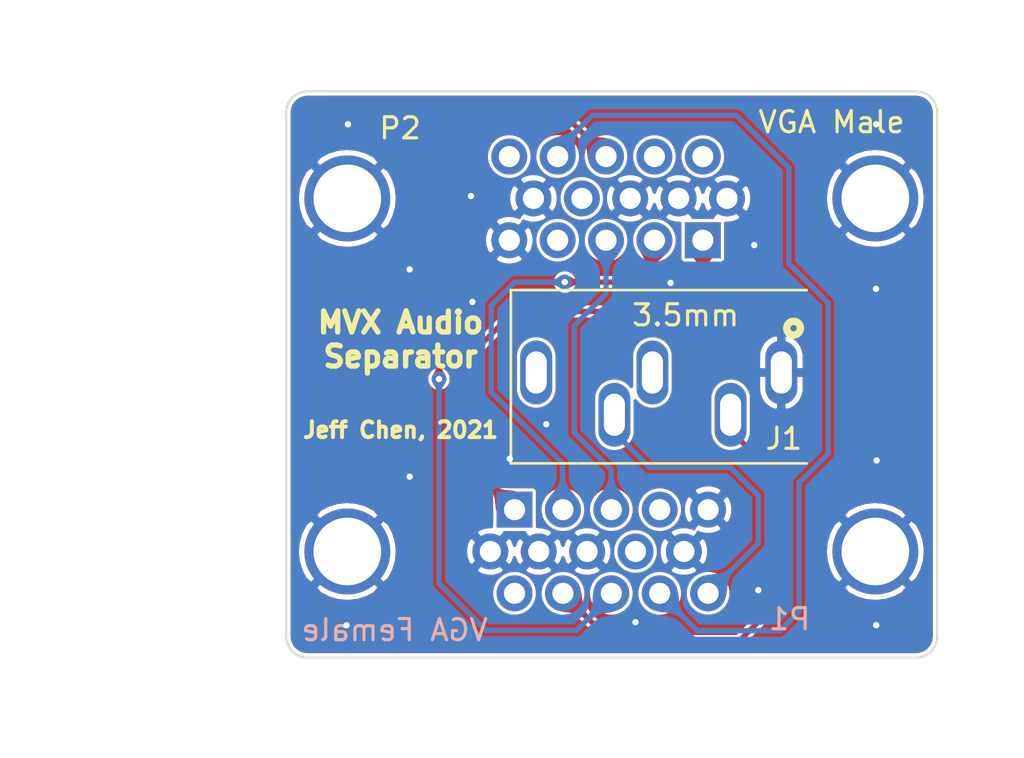
<source format=kicad_pcb>
(kicad_pcb (version 20171130) (host pcbnew "(5.1.10-1-10_14)")

  (general
    (thickness 1.6002)
    (drawings 18)
    (tracks 73)
    (zones 0)
    (modules 4)
    (nets 9)
  )

  (page USLetter)
  (title_block
    (rev 1)
  )

  (layers
    (0 Front signal)
    (31 Back signal)
    (34 B.Paste user)
    (35 F.Paste user)
    (36 B.SilkS user)
    (37 F.SilkS user)
    (38 B.Mask user)
    (39 F.Mask user)
    (42 Eco1.User user)
    (44 Edge.Cuts user)
    (45 Margin user)
    (46 B.CrtYd user)
    (47 F.CrtYd user)
    (49 F.Fab user)
  )

  (setup
    (last_trace_width 0.25)
    (user_trace_width 0.3)
    (user_trace_width 0.508)
    (user_trace_width 0.762)
    (trace_clearance 0.16)
    (zone_clearance 0.16)
    (zone_45_only no)
    (trace_min 0.1524)
    (via_size 0.7)
    (via_drill 0.3)
    (via_min_size 0.508)
    (via_min_drill 0.254)
    (user_via 0.7 0.3)
    (user_via 0.889 0.381)
    (uvia_size 0.6858)
    (uvia_drill 0.254)
    (uvias_allowed no)
    (uvia_min_size 0)
    (uvia_min_drill 0)
    (edge_width 0.1)
    (segment_width 0.254)
    (pcb_text_width 0.3048)
    (pcb_text_size 1.524 1.524)
    (mod_edge_width 0.127)
    (mod_text_size 0.762 0.762)
    (mod_text_width 0.127)
    (pad_size 1.524 1.524)
    (pad_drill 0.762)
    (pad_to_mask_clearance 0.0508)
    (aux_axis_origin 0 0)
    (visible_elements FFFFFF7F)
    (pcbplotparams
      (layerselection 0x010fc_ffffffff)
      (usegerberextensions false)
      (usegerberattributes false)
      (usegerberadvancedattributes false)
      (creategerberjobfile false)
      (excludeedgelayer true)
      (linewidth 0.152400)
      (plotframeref false)
      (viasonmask false)
      (mode 1)
      (useauxorigin false)
      (hpglpennumber 1)
      (hpglpenspeed 20)
      (hpglpendiameter 15.000000)
      (psnegative false)
      (psa4output false)
      (plotreference true)
      (plotvalue false)
      (plotinvisibletext false)
      (padsonsilk false)
      (subtractmaskfromsilk true)
      (outputformat 1)
      (mirror false)
      (drillshape 0)
      (scaleselection 1)
      (outputdirectory "./gerbers"))
  )

  (net 0 "")
  (net 1 /Audio_R)
  (net 2 /Audio_L)
  (net 3 GND)
  (net 4 /Red)
  (net 5 /Green)
  (net 6 /Blue)
  (net 7 /HSYNC)
  (net 8 /VSYNC)

  (net_class Default "This is the default net class."
    (clearance 0.16)
    (trace_width 0.25)
    (via_dia 0.7)
    (via_drill 0.3)
    (uvia_dia 0.6858)
    (uvia_drill 0.254)
    (diff_pair_width 0.1524)
    (diff_pair_gap 0.1524)
    (add_net /Audio_L)
    (add_net /Audio_R)
    (add_net /Blue)
    (add_net /Green)
    (add_net /HSYNC)
    (add_net /Red)
    (add_net /VSYNC)
    (add_net GND)
  )

  (module MVX_Audio_Separator:PCB_outline (layer Front) (tedit 6140C6AE) (tstamp 6140CC2F)
    (at 130.27 101.24)
    (fp_text reference G*** (at -6.84 -18.82) (layer F.SilkS) hide
      (effects (font (size 1.524 1.524) (thickness 0.3)))
    )
    (fp_text value LOGO (at 7.56 -18.89) (layer F.SilkS) hide
      (effects (font (size 1.524 1.524) (thickness 0.3)))
    )
    (fp_poly (pts (xy 15.410718 13.403633) (xy -15.387647 13.403633) (xy -15.387647 10.426113) (xy -5.348128 10.426113)
      (xy -5.310439 10.570005) (xy -5.269781 10.649736) (xy -5.179709 10.754446) (xy -5.061665 10.832063)
      (xy -4.926822 10.878951) (xy -4.786353 10.89147) (xy -4.651431 10.865981) (xy -4.630549 10.857901)
      (xy -4.501191 10.781323) (xy -4.402444 10.677591) (xy -4.335866 10.554498) (xy -4.303019 10.419833)
      (xy -4.303096 10.41541) (xy -3.062244 10.41541) (xy -3.045594 10.50706) (xy -2.995221 10.619314)
      (xy -2.914448 10.726209) (xy -2.816676 10.811968) (xy -2.758145 10.845497) (xy -2.639776 10.879154)
      (xy -2.505598 10.886188) (xy -2.376795 10.866588) (xy -2.318529 10.845665) (xy -2.191265 10.764812)
      (xy -2.097148 10.659138) (xy -2.036381 10.536121) (xy -2.009168 10.403235) (xy -2.009756 10.391063)
      (xy -0.764454 10.391063) (xy -0.752207 10.507285) (xy -0.73845 10.554393) (xy -0.667365 10.679545)
      (xy -0.564881 10.778734) (xy -0.439887 10.848476) (xy -0.301278 10.885288) (xy -0.157946 10.885687)
      (xy -0.018782 10.846191) (xy -0.007256 10.840798) (xy 0.113019 10.7577) (xy 0.207278 10.640479)
      (xy 0.268299 10.500643) (xy 0.289226 10.355545) (xy 0.28089 10.297135) (xy 1.528173 10.297135)
      (xy 1.529469 10.444778) (xy 1.573337 10.585624) (xy 1.656803 10.709689) (xy 1.774732 10.811306)
      (xy 1.908318 10.870105) (xy 2.053224 10.887996) (xy 2.157053 10.878535) (xy 2.252839 10.853964)
      (xy 2.272389 10.845969) (xy 2.397482 10.765442) (xy 2.492691 10.65612) (xy 2.554787 10.526531)
      (xy 2.571613 10.434176) (xy 3.82366 10.434176) (xy 3.838149 10.500643) (xy 3.90205 10.645684)
      (xy 3.996118 10.75962) (xy 4.114072 10.839643) (xy 4.249633 10.882939) (xy 4.396519 10.8867)
      (xy 4.548452 10.848114) (xy 4.582082 10.833592) (xy 4.710285 10.750864) (xy 4.802356 10.640077)
      (xy 4.856729 10.503733) (xy 4.872135 10.369936) (xy 4.851631 10.215508) (xy 4.788746 10.078711)
      (xy 4.693442 9.969896) (xy 4.562772 9.880069) (xy 4.425488 9.835737) (xy 4.27953 9.836478)
      (xy 4.171551 9.863436) (xy 4.041328 9.930561) (xy 3.936972 10.029714) (xy 3.862937 10.152379)
      (xy 3.823681 10.290039) (xy 3.82366 10.434176) (xy 2.571613 10.434176) (xy 2.580536 10.385206)
      (xy 2.56671 10.240673) (xy 2.535755 10.150772) (xy 2.454422 10.015013) (xy 2.350511 9.919141)
      (xy 2.221711 9.861673) (xy 2.065715 9.841128) (xy 2.053224 9.841034) (xy 1.895157 9.858947)
      (xy 1.764454 9.913675) (xy 1.658807 10.006699) (xy 1.575908 10.139501) (xy 1.570694 10.150772)
      (xy 1.528173 10.297135) (xy 0.28089 10.297135) (xy 0.269599 10.218026) (xy 0.214952 10.093458)
      (xy 0.130818 9.987214) (xy 0.02273 9.904669) (xy -0.103779 9.851195) (xy -0.243174 9.832166)
      (xy -0.389923 9.852955) (xy -0.396645 9.854923) (xy -0.497278 9.903243) (xy -0.596972 9.981327)
      (xy -0.680333 10.075122) (xy -0.726631 10.156162) (xy -0.755712 10.26674) (xy -0.764454 10.391063)
      (xy -2.009756 10.391063) (xy -2.015711 10.267956) (xy -2.056214 10.13776) (xy -2.13088 10.020123)
      (xy -2.239911 9.922519) (xy -2.292593 9.891077) (xy -2.381987 9.856563) (xy -2.489396 9.841567)
      (xy -2.539502 9.840181) (xy -2.632946 9.843228) (xy -2.702303 9.85741) (xy -2.769303 9.888389)
      (xy -2.804196 9.909147) (xy -2.921425 10.006599) (xy -3.00588 10.129331) (xy -3.054004 10.268537)
      (xy -3.062244 10.41541) (xy -4.303096 10.41541) (xy -4.30546 10.281391) (xy -4.344752 10.146963)
      (xy -4.422452 10.02434) (xy -4.456429 9.988141) (xy -4.579851 9.898037) (xy -4.717558 9.847871)
      (xy -4.861336 9.837298) (xy -5.002969 9.865976) (xy -5.134243 9.93356) (xy -5.23085 10.020549)
      (xy -5.307716 10.141408) (xy -5.347015 10.279921) (xy -5.348128 10.426113) (xy -15.387647 10.426113)
      (xy -15.387647 8.289708) (xy -13.882845 8.289708) (xy -13.877517 8.52367) (xy -13.83048 8.758372)
      (xy -13.758659 8.949582) (xy -13.631678 9.173403) (xy -13.473208 9.364592) (xy -13.285635 9.521164)
      (xy -13.071349 9.64113) (xy -12.832736 9.722504) (xy -12.828814 9.723462) (xy -12.682393 9.746912)
      (xy -12.513485 9.755021) (xy -12.34312 9.747785) (xy -12.192327 9.725201) (xy -12.18527 9.723573)
      (xy -11.956188 9.64685) (xy -11.747539 9.532191) (xy -11.562923 9.384465) (xy -11.40594 9.208536)
      (xy -11.280187 9.009273) (xy -11.189265 8.791541) (xy -11.136771 8.560208) (xy -11.131354 8.435965)
      (xy -6.501244 8.435965) (xy -6.468589 8.575475) (xy -6.397774 8.700561) (xy -6.291246 8.804127)
      (xy -6.194278 8.861166) (xy -6.08053 8.894352) (xy -5.949778 8.902841) (xy -5.82426 8.886207)
      (xy -5.772511 8.869221) (xy -5.644175 8.793405) (xy -5.547399 8.691074) (xy -5.482944 8.569892)
      (xy -5.451575 8.437525) (xy -5.451898 8.419788) (xy -4.209502 8.419788) (xy -4.181817 8.540391)
      (xy -4.13078 8.655991) (xy -4.084691 8.723535) (xy -3.977048 8.819105) (xy -3.846436 8.8807)
      (xy -3.703176 8.906292) (xy -3.557587 8.893855) (xy -3.43742 8.850703) (xy -3.317037 8.76556)
      (xy -3.228848 8.654581) (xy -3.174056 8.526052) (xy -3.153862 8.38826) (xy -3.156366 8.365987)
      (xy -1.91364 8.365987) (xy -1.897777 8.512101) (xy -1.845206 8.643507) (xy -1.76025 8.754264)
      (xy -1.647234 8.838434) (xy -1.510479 8.890075) (xy -1.384196 8.903982) (xy -1.278394 8.894182)
      (xy -1.181082 8.868659) (xy -1.163744 8.861482) (xy -1.062271 8.794955) (xy -0.970114 8.698246)
      (xy -0.900674 8.587134) (xy -0.876295 8.523046) (xy -0.858189 8.378649) (xy 0.378672 8.378649)
      (xy 0.395404 8.519931) (xy 0.44687 8.645824) (xy 0.527595 8.75187) (xy 0.632106 8.83361)
      (xy 0.754926 8.886587) (xy 0.890582 8.906342) (xy 1.033598 8.888418) (xy 1.156274 8.840533)
      (xy 1.273574 8.75527) (xy 1.359744 8.643537) (xy 1.41313 8.514055) (xy 1.422971 8.442099)
      (xy 2.680209 8.442099) (xy 2.717899 8.585991) (xy 2.758557 8.665722) (xy 2.848629 8.770431)
      (xy 2.966673 8.848049) (xy 3.101516 8.894936) (xy 3.241985 8.907455) (xy 3.376907 8.881967)
      (xy 3.397789 8.873886) (xy 3.527997 8.796913) (xy 3.627085 8.69287) (xy 3.693472 8.569485)
      (xy 3.725577 8.434483) (xy 3.721846 8.296664) (xy 11.149124 8.296664) (xy 11.149752 8.454955)
      (xy 11.187137 8.703596) (xy 11.264865 8.935803) (xy 11.379558 9.147489) (xy 11.527837 9.334567)
      (xy 11.706323 9.492951) (xy 11.911637 9.618554) (xy 12.140401 9.707289) (xy 12.197656 9.72246)
      (xy 12.349504 9.746814) (xy 12.523048 9.755003) (xy 12.696754 9.746993) (xy 12.845611 9.723573)
      (xy 13.074694 9.64685) (xy 13.283342 9.532191) (xy 13.467958 9.384465) (xy 13.624941 9.208536)
      (xy 13.750694 9.009273) (xy 13.841616 8.791541) (xy 13.89411 8.560208) (xy 13.904577 8.320141)
      (xy 13.903024 8.293642) (xy 13.863718 8.046757) (xy 13.782572 7.813822) (xy 13.662666 7.600028)
      (xy 13.507081 7.410567) (xy 13.318897 7.250629) (xy 13.261242 7.212134) (xy 13.051493 7.105172)
      (xy 12.823993 7.034947) (xy 12.588084 7.002755) (xy 12.353108 7.009894) (xy 12.134787 7.055664)
      (xy 11.903753 7.149897) (xy 11.697519 7.279307) (xy 11.51925 7.439399) (xy 11.372111 7.625677)
      (xy 11.259267 7.833645) (xy 11.183882 8.058806) (xy 11.149124 8.296664) (xy 3.721846 8.296664)
      (xy 3.721816 8.295592) (xy 3.680608 8.160537) (xy 3.60037 8.037045) (xy 3.574756 8.009612)
      (xy 3.451981 7.916746) (xy 3.315136 7.864188) (xy 3.172102 7.851667) (xy 3.030765 7.878908)
      (xy 2.899007 7.945639) (xy 2.797488 8.036535) (xy 2.720621 8.157393) (xy 2.681323 8.295907)
      (xy 2.680209 8.442099) (xy 1.422971 8.442099) (xy 1.432074 8.375543) (xy 1.414921 8.236723)
      (xy 1.360014 8.106316) (xy 1.308961 8.036535) (xy 1.195164 7.937684) (xy 1.06667 7.876939)
      (xy 0.930894 7.852748) (xy 0.795252 7.863558) (xy 0.667161 7.907815) (xy 0.554036 7.983967)
      (xy 0.463294 8.09046) (xy 0.402351 8.225741) (xy 0.402149 8.226436) (xy 0.378672 8.378649)
      (xy -0.858189 8.378649) (xy -0.857838 8.37585) (xy -0.881486 8.230826) (xy -0.943683 8.096779)
      (xy -1.040874 7.982516) (xy -1.117693 7.925133) (xy -1.249286 7.868648) (xy -1.388242 7.851807)
      (xy -1.526146 7.87149) (xy -1.654583 7.924574) (xy -1.765139 8.007936) (xy -1.849401 8.118456)
      (xy -1.888472 8.211104) (xy -1.91364 8.365987) (xy -3.156366 8.365987) (xy -3.169466 8.24949)
      (xy -3.222069 8.11803) (xy -3.312873 8.002164) (xy -3.314244 8.00086) (xy -3.404167 7.934291)
      (xy -3.512592 7.880968) (xy -3.620241 7.849352) (xy -3.670987 7.844285) (xy -3.816015 7.865285)
      (xy -3.948701 7.926053) (xy -4.062086 8.02053) (xy -4.149213 8.142659) (xy -4.203123 8.286383)
      (xy -4.208422 8.312181) (xy -4.209502 8.419788) (xy -5.451898 8.419788) (xy -5.454054 8.30164)
      (xy -5.491145 8.169901) (xy -5.56361 8.049975) (xy -5.672213 7.949526) (xy -5.680398 7.94395)
      (xy -5.820033 7.875643) (xy -5.964039 7.849966) (xy -6.105185 7.865039) (xy -6.236239 7.918981)
      (xy -6.349969 8.009912) (xy -6.439144 8.135952) (xy -6.44228 8.142056) (xy -6.493289 8.289127)
      (xy -6.501244 8.435965) (xy -11.131354 8.435965) (xy -11.126304 8.320141) (xy -11.127857 8.293642)
      (xy -11.167027 8.046443) (xy -11.247474 7.815667) (xy -11.366095 7.605118) (xy -11.519788 7.4186)
      (xy -11.705447 7.259915) (xy -11.919972 7.132867) (xy -12.146321 7.045344) (xy -12.312593 7.012466)
      (xy -12.501152 7.002555) (xy -12.694523 7.015171) (xy -12.875232 7.049875) (xy -12.925709 7.064971)
      (xy -13.154541 7.162994) (xy -13.356114 7.294446) (xy -13.528364 7.454659) (xy -13.669225 7.638962)
      (xy -13.776636 7.842684) (xy -13.84853 8.061156) (xy -13.882845 8.289708) (xy -15.387647 8.289708)
      (xy -15.387647 6.406933) (xy -5.352009 6.406933) (xy -5.330389 6.55516) (xy -5.270084 6.686115)
      (xy -5.177168 6.793724) (xy -5.057715 6.871913) (xy -4.917802 6.914606) (xy -4.838178 6.920764)
      (xy -4.749369 6.915366) (xy -4.667294 6.901308) (xy -4.630549 6.889872) (xy -4.499919 6.812689)
      (xy -4.400681 6.70847) (xy -4.334392 6.584906) (xy -4.302611 6.44969) (xy -4.303655 6.415757)
      (xy -3.063236 6.415757) (xy -3.036101 6.561571) (xy -2.966419 6.697275) (xy -2.934209 6.738589)
      (xy -2.819045 6.840211) (xy -2.68554 6.901971) (xy -2.540611 6.922618) (xy -2.391172 6.900906)
      (xy -2.281147 6.856518) (xy -2.16252 6.771493) (xy -2.077818 6.663289) (xy -2.026549 6.539458)
      (xy -2.00822 6.40755) (xy -2.011684 6.375052) (xy -0.767246 6.375052) (xy -0.756889 6.510192)
      (xy -0.712357 6.639047) (xy -0.633514 6.75416) (xy -0.520226 6.848076) (xy -0.486608 6.867316)
      (xy -0.366422 6.908596) (xy -0.22857 6.921254) (xy -0.091883 6.904897) (xy -0.009903 6.877313)
      (xy 0.09348 6.808271) (xy 0.181829 6.707976) (xy 0.248579 6.588547) (xy 0.287168 6.462104)
      (xy 0.287624 6.447752) (xy 1.526414 6.447752) (xy 1.558102 6.5871) (xy 1.627752 6.712573)
      (xy 1.732867 6.816896) (xy 1.83406 6.877151) (xy 1.947808 6.910337) (xy 2.07856 6.918826)
      (xy 2.204078 6.902192) (xy 2.255827 6.885206) (xy 2.387323 6.807459) (xy 2.486914 6.70141)
      (xy 2.551902 6.574477) (xy 2.577266 6.445848) (xy 3.816685 6.445848) (xy 3.851147 6.572313)
      (xy 3.91462 6.693333) (xy 4.000542 6.796789) (xy 4.102349 6.870561) (xy 4.116352 6.877313)
      (xy 4.241634 6.913445) (xy 4.38077 6.920295) (xy 4.514929 6.898257) (xy 4.593056 6.867316)
      (xy 4.714951 6.779845) (xy 4.802368 6.669318) (xy 4.85544 6.543191) (xy 4.874303 6.40892)
      (xy 4.859091 6.273959) (xy 4.809936 6.145764) (xy 4.726974 6.031791) (xy 4.610339 5.939494)
      (xy 4.576037 5.920732) (xy 4.437304 5.8744) (xy 4.297059 5.869738) (xy 4.16221 5.903052)
      (xy 4.03967 5.970648) (xy 3.936347 6.068833) (xy 3.859153 6.193912) (xy 3.817798 6.326057)
      (xy 3.816685 6.445848) (xy 2.577266 6.445848) (xy 2.579587 6.434079) (xy 2.567272 6.287633)
      (xy 2.520391 6.158042) (xy 2.434266 6.032911) (xy 2.325172 5.94256) (xy 2.200475 5.887001)
      (xy 2.067538 5.866244) (xy 1.933727 5.880302) (xy 1.806406 5.929188) (xy 1.692939 6.012912)
      (xy 1.600693 6.131486) (xy 1.586906 6.15654) (xy 1.535184 6.301806) (xy 1.526414 6.447752)
      (xy 0.287624 6.447752) (xy 0.291031 6.340766) (xy 0.288651 6.326057) (xy 0.240797 6.179983)
      (xy 0.160612 6.057487) (xy 0.055005 5.962263) (xy -0.069113 5.898005) (xy -0.204831 5.868408)
      (xy -0.345239 5.877165) (xy -0.469588 5.920732) (xy -0.594597 6.006465) (xy -0.685965 6.115732)
      (xy -0.74356 6.24108) (xy -0.767246 6.375052) (xy -2.011684 6.375052) (xy -2.02234 6.275118)
      (xy -2.068416 6.149712) (xy -2.145956 6.038883) (xy -2.254467 5.950183) (xy -2.343021 5.907352)
      (xy -2.456812 5.871928) (xy -2.551444 5.862166) (xy -2.645616 5.877354) (xy -2.697806 5.893883)
      (xy -2.831093 5.956904) (xy -2.931112 6.04319) (xy -2.987375 6.122676) (xy -3.047202 6.267052)
      (xy -3.063236 6.415757) (xy -4.303655 6.415757) (xy -4.306894 6.310513) (xy -4.348799 6.175067)
      (xy -4.429884 6.051043) (xy -4.455212 6.023967) (xy -4.57653 5.932868) (xy -4.713141 5.881241)
      (xy -4.856674 5.868948) (xy -4.998757 5.895852) (xy -5.131017 5.961818) (xy -5.218349 6.036443)
      (xy -5.300597 6.155997) (xy -5.344274 6.300764) (xy -5.352009 6.406933) (xy -15.387647 6.406933)
      (xy -15.387647 0.945867) (xy 4.683197 0.945867) (xy 4.683197 2.929882) (xy 5.559855 2.929882)
      (xy 5.559855 0.945867) (xy 10.196912 0.945867) (xy 10.196912 2.929882) (xy 11.07357 2.929882)
      (xy 11.07357 0.945867) (xy 10.196912 0.945867) (xy 5.559855 0.945867) (xy 4.683197 0.945867)
      (xy -15.387647 0.945867) (xy -15.387647 -1.061217) (xy 0.968937 -1.061217) (xy 0.968937 -0.08459)
      (xy 0.969289 0.123355) (xy 0.970296 0.316892) (xy 0.97188 0.491176) (xy 0.973969 0.641357)
      (xy 0.976486 0.76259) (xy 0.979357 0.850026) (xy 0.982506 0.89882) (xy 0.984317 0.907417)
      (xy 1.011247 0.912307) (xy 1.076748 0.916555) (xy 1.173253 0.919896) (xy 1.293196 0.922064)
      (xy 1.422646 0.922797) (xy 1.845595 0.922797) (xy 1.845595 -1.061217) (xy 6.482652 -1.061217)
      (xy 6.482652 0.922797) (xy 7.35931 0.922797) (xy 7.35931 -1.061217) (xy 12.596185 -1.061217)
      (xy 12.596185 0.923815) (xy 13.028747 0.917539) (xy 13.461308 0.911262) (xy 13.467323 -0.074978)
      (xy 13.473338 -1.061217) (xy 12.596185 -1.061217) (xy 7.35931 -1.061217) (xy 6.482652 -1.061217)
      (xy 1.845595 -1.061217) (xy 0.968937 -1.061217) (xy -15.387647 -1.061217) (xy -15.387647 -6.320372)
      (xy -4.857892 -6.320372) (xy -4.844789 -6.229309) (xy -4.790298 -6.090598) (xy -4.703531 -5.975696)
      (xy -4.592078 -5.888492) (xy -4.463531 -5.832872) (xy -4.32548 -5.812723) (xy -4.185517 -5.831932)
      (xy -4.117984 -5.857144) (xy -3.989758 -5.937421) (xy -3.89596 -6.039537) (xy -3.835258 -6.157013)
      (xy -3.806322 -6.28337) (xy -3.807031 -6.344233) (xy -2.55975 -6.344233) (xy -2.540023 -6.192314)
      (xy -2.479618 -6.06099) (xy -2.376693 -5.946288) (xy -2.374487 -5.944392) (xy -2.243244 -5.859694)
      (xy -2.101154 -5.818305) (xy -1.953932 -5.82108) (xy -1.822525 -5.861703) (xy -1.686767 -5.943035)
      (xy -1.590895 -6.046947) (xy -1.533427 -6.175746) (xy -1.512881 -6.331742) (xy -1.512787 -6.344233)
      (xy -1.51441 -6.358557) (xy -0.270371 -6.358557) (xy -0.25674 -6.224812) (xy -0.208475 -6.0977)
      (xy -0.125576 -5.984647) (xy -0.008043 -5.893076) (xy 0.021439 -5.877067) (xy 0.162791 -5.825203)
      (xy 0.301736 -5.81703) (xy 0.44111 -5.84921) (xy 0.572412 -5.918735) (xy 0.676228 -6.021296)
      (xy 0.747532 -6.149628) (xy 0.781302 -6.296466) (xy 0.783365 -6.344233) (xy 2.031168 -6.344233)
      (xy 2.051711 -6.193171) (xy 2.109037 -6.062169) (xy 2.196688 -5.955186) (xy 2.308208 -5.876182)
      (xy 2.437139 -5.829115) (xy 2.577024 -5.817945) (xy 2.721407 -5.84663) (xy 2.793093 -5.877067)
      (xy 2.920583 -5.965037) (xy 3.013044 -6.077871) (xy 3.068596 -6.208336) (xy 3.084767 -6.344233)
      (xy 4.315092 -6.344233) (xy 4.331634 -6.230291) (xy 4.375454 -6.109552) (xy 4.437838 -6.00409)
      (xy 4.459697 -5.977828) (xy 4.534994 -5.917931) (xy 4.636662 -5.864908) (xy 4.744966 -5.827357)
      (xy 4.836019 -5.81385) (xy 4.920591 -5.822029) (xy 5.011651 -5.842609) (xy 5.032027 -5.84921)
      (xy 5.16333 -5.918735) (xy 5.267145 -6.021296) (xy 5.338449 -6.149628) (xy 5.37222 -6.296466)
      (xy 5.374282 -6.344233) (xy 5.352972 -6.494879) (xy 5.292825 -6.627839) (xy 5.199517 -6.737581)
      (xy 5.078721 -6.818568) (xy 4.936111 -6.865267) (xy 4.830475 -6.874616) (xy 4.738061 -6.859834)
      (xy 4.632251 -6.821714) (xy 4.53281 -6.768998) (xy 4.459697 -6.710638) (xy 4.393309 -6.614446)
      (xy 4.34277 -6.4961) (xy 4.316794 -6.377672) (xy 4.315092 -6.344233) (xy 3.084767 -6.344233)
      (xy 3.085359 -6.349201) (xy 3.061452 -6.493233) (xy 2.994994 -6.6332) (xy 2.9912 -6.638949)
      (xy 2.891446 -6.750256) (xy 2.769576 -6.826436) (xy 2.634024 -6.86639) (xy 2.493227 -6.869021)
      (xy 2.355621 -6.833232) (xy 2.229639 -6.757925) (xy 2.209475 -6.740654) (xy 2.107858 -6.622725)
      (xy 2.049059 -6.489139) (xy 2.031168 -6.344233) (xy 0.783365 -6.344233) (xy 0.762848 -6.495653)
      (xy 0.705582 -6.626861) (xy 0.617994 -6.733916) (xy 0.506509 -6.812879) (xy 0.377555 -6.859809)
      (xy 0.237557 -6.870766) (xy 0.092943 -6.841809) (xy 0.021439 -6.811399) (xy -0.103464 -6.725358)
      (xy -0.193733 -6.616254) (xy -0.249369 -6.491513) (xy -0.270371 -6.358557) (xy -1.51441 -6.358557)
      (xy -1.530701 -6.5023) (xy -1.585428 -6.633003) (xy -1.678452 -6.73865) (xy -1.811254 -6.82155)
      (xy -1.822525 -6.826763) (xy -1.96824 -6.868996) (xy -2.115222 -6.866659) (xy -2.257291 -6.820718)
      (xy -2.379512 -6.739773) (xy -2.481104 -6.62583) (xy -2.540868 -6.492899) (xy -2.55975 -6.344233)
      (xy -3.807031 -6.344233) (xy -3.807823 -6.412127) (xy -3.838428 -6.536807) (xy -3.896808 -6.650928)
      (xy -3.981633 -6.748012) (xy -4.091571 -6.82158) (xy -4.225293 -6.865152) (xy -4.326851 -6.874335)
      (xy -4.472568 -6.853873) (xy -4.602625 -6.795668) (xy -4.711604 -6.706468) (xy -4.794088 -6.59302)
      (xy -4.844656 -6.462072) (xy -4.857892 -6.320372) (xy -15.387647 -6.320372) (xy -15.387647 -8.339782)
      (xy -13.874953 -8.339782) (xy -13.87245 -8.183339) (xy -13.860358 -8.056262) (xy -13.83489 -7.942144)
      (xy -13.792261 -7.82458) (xy -13.728684 -7.687162) (xy -13.72056 -7.670754) (xy -13.655749 -7.56714)
      (xy -13.562075 -7.451414) (xy -13.450604 -7.334588) (xy -13.332401 -7.227674) (xy -13.21853 -7.141684)
      (xy -13.14653 -7.099447) (xy -12.907947 -7.006716) (xy -12.659729 -6.957356) (xy -12.407979 -6.952159)
      (xy -12.215531 -6.978758) (xy -11.986483 -7.049598) (xy -11.775782 -7.159361) (xy -11.587429 -7.303117)
      (xy -11.425425 -7.475936) (xy -11.293768 -7.67289) (xy -11.19646 -7.889049) (xy -11.137499 -8.119483)
      (xy -11.12051 -8.328247) (xy -11.120751 -8.330837) (xy -3.708094 -8.330837) (xy -3.691403 -8.191963)
      (xy -3.669814 -8.13061) (xy -3.609469 -8.017254) (xy -3.537852 -7.935687) (xy -3.441249 -7.871624)
      (xy -3.402816 -7.852486) (xy -3.255374 -7.805854) (xy -3.10313 -7.804134) (xy -3.014761 -7.822373)
      (xy -2.920863 -7.866291) (xy -2.825526 -7.9402) (xy -2.743458 -8.030866) (xy -2.696083 -8.109083)
      (xy -2.662748 -8.226742) (xy -2.659423 -8.292318) (xy -1.413389 -8.292318) (xy -1.385411 -8.152095)
      (xy -1.320538 -8.0248) (xy -1.221246 -7.918455) (xy -1.12574 -7.857299) (xy -0.978776 -7.806048)
      (xy -0.833349 -7.800585) (xy -0.686311 -7.840915) (xy -0.648375 -7.85843) (xy -0.524287 -7.943067)
      (xy -0.434243 -8.051334) (xy -0.378243 -8.175718) (xy -0.356287 -8.308704) (xy -0.358048 -8.328247)
      (xy 0.876658 -8.328247) (xy 0.898582 -8.180228) (xy 0.964537 -8.045473) (xy 1.037509 -7.958239)
      (xy 1.162571 -7.861289) (xy 1.300018 -7.808779) (xy 1.449913 -7.800693) (xy 1.577614 -7.825838)
      (xy 1.670384 -7.871416) (xy 1.76432 -7.946982) (xy 1.84573 -8.038839) (xy 1.900918 -8.133294)
      (xy 1.909676 -8.157899) (xy 1.935318 -8.316242) (xy 1.931732 -8.347813) (xy 3.170673 -8.347813)
      (xy 3.183092 -8.213662) (xy 3.229682 -8.085752) (xy 3.310433 -7.971521) (xy 3.425336 -7.878406)
      (xy 3.464145 -7.856869) (xy 3.610949 -7.80696) (xy 3.760861 -7.801721) (xy 3.907059 -7.840854)
      (xy 3.980443 -7.879322) (xy 4.095257 -7.976241) (xy 4.175765 -8.097787) (xy 4.219736 -8.235418)
      (xy 4.223064 -8.328247) (xy 5.468588 -8.328247) (xy 5.489198 -8.177473) (xy 5.546713 -8.046359)
      (xy 5.634661 -7.939016) (xy 5.74657 -7.859558) (xy 5.875969 -7.812096) (xy 6.016385 -7.800743)
      (xy 6.161347 -7.829611) (xy 6.217348 -7.852486) (xy 6.324844 -7.913965) (xy 6.402966 -7.988376)
      (xy 6.465426 -8.090004) (xy 6.484347 -8.13061) (xy 6.521002 -8.268368) (xy 6.517863 -8.371498)
      (xy 11.145056 -8.371498) (xy 11.158582 -8.131462) (xy 11.214701 -7.898114) (xy 11.311727 -7.676793)
      (xy 11.447973 -7.472843) (xy 11.581479 -7.328221) (xy 11.781107 -7.169905) (xy 11.998914 -7.05315)
      (xy 12.231231 -6.978995) (xy 12.474392 -6.948478) (xy 12.72473 -6.962639) (xy 12.81535 -6.978758)
      (xy 13.044398 -7.049598) (xy 13.255099 -7.159361) (xy 13.443452 -7.303117) (xy 13.605456 -7.475936)
      (xy 13.737113 -7.67289) (xy 13.834421 -7.889049) (xy 13.893382 -8.119483) (xy 13.910371 -8.328247)
      (xy 13.888305 -8.567405) (xy 13.824863 -8.794821) (xy 13.724175 -9.006363) (xy 13.590372 -9.197903)
      (xy 13.427585 -9.365307) (xy 13.239945 -9.504446) (xy 13.031583 -9.611188) (xy 12.80663 -9.681403)
      (xy 12.569218 -9.710958) (xy 12.526976 -9.711642) (xy 12.285713 -9.689432) (xy 12.055676 -9.625273)
      (xy 11.841423 -9.522869) (xy 11.647509 -9.385926) (xy 11.478492 -9.218151) (xy 11.338929 -9.023248)
      (xy 11.233376 -8.804923) (xy 11.175809 -8.612878) (xy 11.145056 -8.371498) (xy 6.517863 -8.371498)
      (xy 6.516552 -8.414528) (xy 6.471528 -8.557615) (xy 6.463798 -8.573305) (xy 6.377421 -8.695682)
      (xy 6.265661 -8.784561) (xy 6.136322 -8.838503) (xy 5.997207 -8.856066) (xy 5.856119 -8.835809)
      (xy 5.720862 -8.776292) (xy 5.648826 -8.723787) (xy 5.547234 -8.609845) (xy 5.48747 -8.476914)
      (xy 5.468588 -8.328247) (xy 4.223064 -8.328247) (xy 4.224941 -8.380595) (xy 4.189148 -8.524778)
      (xy 4.163286 -8.579465) (xy 4.071485 -8.703886) (xy 3.954763 -8.792962) (xy 3.820357 -8.844434)
      (xy 3.675502 -8.856043) (xy 3.527438 -8.82553) (xy 3.462907 -8.798065) (xy 3.338543 -8.713331)
      (xy 3.248389 -8.605086) (xy 3.192436 -8.480767) (xy 3.170673 -8.347813) (xy 1.931732 -8.347813)
      (xy 1.918369 -8.465456) (xy 1.861401 -8.599644) (xy 1.766983 -8.712907) (xy 1.637686 -8.799349)
      (xy 1.628065 -8.803932) (xy 1.477705 -8.851387) (xy 1.331319 -8.853305) (xy 1.192243 -8.810283)
      (xy 1.063808 -8.722919) (xy 1.037509 -8.698005) (xy 0.940435 -8.572504) (xy 0.887548 -8.434076)
      (xy 0.876658 -8.328247) (xy -0.358048 -8.328247) (xy -0.368374 -8.442779) (xy -0.414506 -8.570429)
      (xy -0.49468 -8.684141) (xy -0.608899 -8.776402) (xy -0.648375 -8.798065) (xy -0.795554 -8.847896)
      (xy -0.942718 -8.854609) (xy -1.082631 -8.820461) (xy -1.208054 -8.747712) (xy -1.311752 -8.638621)
      (xy -1.348753 -8.579465) (xy -1.401996 -8.437449) (xy -1.413389 -8.292318) (xy -2.659423 -8.292318)
      (xy -2.655947 -8.360839) (xy -2.675657 -8.490083) (xy -2.696555 -8.548699) (xy -2.774353 -8.666998)
      (xy -2.8848 -8.762113) (xy -3.017578 -8.82767) (xy -3.162367 -8.857295) (xy -3.197863 -8.858349)
      (xy -3.296777 -8.842753) (xy -3.406727 -8.802749) (xy -3.506623 -8.747045) (xy -3.549248 -8.713237)
      (xy -3.63434 -8.604406) (xy -3.688181 -8.472629) (xy -3.708094 -8.330837) (xy -11.120751 -8.330837)
      (xy -11.142778 -8.566756) (xy -11.206932 -8.795302) (xy -11.308999 -9.009008) (xy -11.445008 -9.202995)
      (xy -11.610984 -9.372383) (xy -11.802956 -9.512294) (xy -12.016951 -9.617848) (xy -12.219809 -9.678331)
      (xy -12.467075 -9.707569) (xy -12.714605 -9.692083) (xy -12.955908 -9.632792) (xy -13.156736 -9.545753)
      (xy -13.285686 -9.463207) (xy -13.419385 -9.353695) (xy -13.543949 -9.230244) (xy -13.645492 -9.105884)
      (xy -13.677639 -9.057007) (xy -13.763247 -8.901242) (xy -13.821287 -8.758086) (xy -13.856194 -8.611415)
      (xy -13.872403 -8.445109) (xy -13.874953 -8.339782) (xy -15.387647 -8.339782) (xy -15.387647 -10.274397)
      (xy -4.856944 -10.274397) (xy -4.845002 -10.198229) (xy -4.789596 -10.055806) (xy -4.702427 -9.93999)
      (xy -4.590724 -9.85382) (xy -4.461716 -9.800332) (xy -4.322631 -9.782562) (xy -4.180698 -9.803548)
      (xy -4.047895 -9.863336) (xy -3.933287 -9.959637) (xy -3.853684 -10.078873) (xy -3.809952 -10.212937)
      (xy -3.804769 -10.317288) (xy -2.560256 -10.317288) (xy -2.540197 -10.164192) (xy -2.482651 -10.030988)
      (xy -2.393581 -9.922043) (xy -2.278948 -9.841723) (xy -2.144715 -9.794394) (xy -1.996845 -9.784423)
      (xy -1.865399 -9.808427) (xy -1.741831 -9.868201) (xy -1.63756 -9.962379) (xy -1.559203 -10.081002)
      (xy -1.513378 -10.214111) (xy -1.511106 -10.257851) (xy -0.269145 -10.257851) (xy -0.233726 -10.12355)
      (xy -0.165599 -10.004728) (xy -0.071016 -9.906275) (xy 0.043775 -9.83308) (xy 0.172523 -9.790032)
      (xy 0.30898 -9.782019) (xy 0.446894 -9.813932) (xy 0.472934 -9.824998) (xy 0.603511 -9.908841)
      (xy 0.701676 -10.022626) (xy 0.763201 -10.159797) (xy 0.783871 -10.307235) (xy 2.030661 -10.307235)
      (xy 2.051771 -10.155936) (xy 2.109508 -10.025197) (xy 2.197483 -9.918891) (xy 2.309307 -9.84089)
      (xy 2.43859 -9.795067) (xy 2.578942 -9.785296) (xy 2.723976 -9.815449) (xy 2.793093 -9.845096)
      (xy 2.917009 -9.930732) (xy 3.00702 -10.039976) (xy 3.062861 -10.165249) (xy 3.084264 -10.298972)
      (xy 3.079552 -10.346662) (xy 4.320698 -10.346662) (xy 4.328448 -10.208735) (xy 4.375856 -10.075771)
      (xy 4.45668 -9.957436) (xy 4.564677 -9.863398) (xy 4.665638 -9.812449) (xy 4.780749 -9.788094)
      (xy 4.908935 -9.78784) (xy 5.027592 -9.810976) (xy 5.063851 -9.824998) (xy 5.194974 -9.908957)
      (xy 5.292842 -10.022588) (xy 5.353819 -10.160183) (xy 5.374282 -10.312262) (xy 5.353612 -10.46029)
      (xy 5.296036 -10.590147) (xy 5.208202 -10.697483) (xy 5.09676 -10.777945) (xy 4.968359 -10.827181)
      (xy 4.829648 -10.840839) (xy 4.687276 -10.814567) (xy 4.637057 -10.794792) (xy 4.502088 -10.712344)
      (xy 4.404598 -10.603588) (xy 4.343366 -10.466796) (xy 4.320698 -10.346662) (xy 3.079552 -10.346662)
      (xy 3.070964 -10.433564) (xy 3.022692 -10.561446) (xy 2.939183 -10.67504) (xy 2.82542 -10.763725)
      (xy 2.685083 -10.822219) (xy 2.543381 -10.839089) (xy 2.406869 -10.818098) (xy 2.2821 -10.763013)
      (xy 2.175629 -10.677597) (xy 2.094013 -10.565616) (xy 2.043804 -10.430834) (xy 2.030661 -10.307235)
      (xy 0.783871 -10.307235) (xy 0.763983 -10.457759) (xy 0.707365 -10.588539) (xy 0.620572 -10.695809)
      (xy 0.510158 -10.775807) (xy 0.382679 -10.824765) (xy 0.24469 -10.83892) (xy 0.102744 -10.814507)
      (xy -0.010887 -10.763725) (xy -0.11523 -10.6803) (xy -0.200326 -10.569671) (xy -0.255225 -10.447354)
      (xy -0.265608 -10.402744) (xy -0.269145 -10.257851) (xy -1.511106 -10.257851) (xy -1.506383 -10.348772)
      (xy -1.542141 -10.500946) (xy -1.611262 -10.628499) (xy -1.707166 -10.728725) (xy -1.823275 -10.798919)
      (xy -1.953008 -10.836375) (xy -2.089788 -10.838388) (xy -2.227034 -10.802252) (xy -2.358166 -10.725262)
      (xy -2.379512 -10.707802) (xy -2.481569 -10.592678) (xy -2.54186 -10.457958) (xy -2.560256 -10.317288)
      (xy -3.804769 -10.317288) (xy -3.802959 -10.353722) (xy -3.833574 -10.493122) (xy -3.902662 -10.623029)
      (xy -3.959463 -10.689593) (xy -4.046684 -10.763621) (xy -4.136731 -10.80761) (xy -4.245424 -10.827656)
      (xy -4.325613 -10.830727) (xy -4.423705 -10.827648) (xy -4.495772 -10.814491) (xy -4.561597 -10.786709)
      (xy -4.592536 -10.769352) (xy -4.710717 -10.675398) (xy -4.796772 -10.555722) (xy -4.846811 -10.419121)
      (xy -4.856944 -10.274397) (xy -15.387647 -10.274397) (xy -15.387647 -13.380563) (xy 15.410718 -13.380563)
      (xy 15.410718 13.403633)) (layer Eco1.User) (width 0.01))
  )

  (module MVX_Audio_Separator:3.5mm_Vertical (layer Front) (tedit 6140C667) (tstamp 6140CB25)
    (at 138.31 101.16 180)
    (path /6140F261)
    (fp_text reference J1 (at -0.12 -3.13) (layer F.SilkS)
      (effects (font (size 1.001331 1.001331) (thickness 0.15)))
    )
    (fp_text value 3.5mm_vertical (at 7.013295 4.865505) (layer F.Fab)
      (effects (font (size 1.001756 1.001756) (thickness 0.15)))
    )
    (fp_line (start 12.8 3.9) (end -1.2 3.9) (layer F.Fab) (width 0.127))
    (fp_line (start -1.2 3.9) (end -1.2 -0.1) (layer F.Fab) (width 0.127))
    (fp_line (start -1.2 -0.1) (end -5.2 -0.1) (layer F.Fab) (width 0.127))
    (fp_line (start -5.2 -0.1) (end -5.2 -3.7) (layer F.Fab) (width 0.127))
    (fp_line (start -5.2 -3.7) (end -1.2 -3.7) (layer F.Fab) (width 0.127))
    (fp_line (start -1.2 -3.7) (end -1.2 -4.3) (layer F.Fab) (width 0.127))
    (fp_line (start -1.2 -4.3) (end 12.8 -4.3) (layer F.Fab) (width 0.127))
    (fp_line (start 12.8 -4.3) (end 12.8 3.9) (layer F.Fab) (width 0.127))
    (fp_line (start -1.2 -4.3) (end 12.8 -4.3) (layer F.SilkS) (width 0.127))
    (fp_line (start 12.8 -4.3) (end 12.8 3.9) (layer F.SilkS) (width 0.127))
    (fp_line (start 12.8 3.9) (end -1.2 3.9) (layer F.SilkS) (width 0.127))
    (fp_circle (center -0.58 2.1) (end -0.43 2.1) (layer F.SilkS) (width 0.35))
    (fp_line (start -1.45 -4.55) (end 13.05 -4.55) (layer F.CrtYd) (width 0.05))
    (fp_line (start 13.05 -4.55) (end 13.05 4.15) (layer F.CrtYd) (width 0.05))
    (fp_line (start 13.05 4.15) (end -1.45 4.15) (layer F.CrtYd) (width 0.05))
    (fp_line (start -1.45 4.15) (end -1.45 0.15) (layer F.CrtYd) (width 0.05))
    (fp_line (start -1.45 0.15) (end -5.45 0.15) (layer F.CrtYd) (width 0.05))
    (fp_line (start -5.45 0.15) (end -5.45 -3.95) (layer F.CrtYd) (width 0.05))
    (fp_line (start -5.45 -3.95) (end -1.45 -3.95) (layer F.CrtYd) (width 0.05))
    (fp_line (start -1.45 -3.95) (end -1.45 -4.55) (layer F.CrtYd) (width 0.05))
    (pad 1 thru_hole oval (at 0 0 180) (size 1.508 3.016) (drill oval 1 2) (layers *.Cu *.Mask)
      (net 3 GND))
    (pad 2 thru_hole oval (at 2.4 -2 180) (size 1.508 3.016) (drill oval 1 2) (layers *.Cu *.Mask)
      (net 2 /Audio_L))
    (pad 5 thru_hole oval (at 6.1 0 180) (size 1.508 3.016) (drill oval 1 2) (layers *.Cu *.Mask))
    (pad 3 thru_hole oval (at 7.9 -2 180) (size 1.508 3.016) (drill oval 1 2) (layers *.Cu *.Mask)
      (net 1 /Audio_R))
    (pad 4 thru_hole oval (at 11.6 0 180) (size 1.508 3.016) (drill oval 1 2) (layers *.Cu *.Mask))
  )

  (module MVX_Audio_Separator:VGA_female_rightangle_slim (layer Back) (tedit 6174C682) (tstamp 6140CB41)
    (at 142.76 109.63 180)
    (path /6140C6A3)
    (fp_text reference P1 (at 4.06 -3.2) (layer B.SilkS)
      (effects (font (size 1 1) (thickness 0.15)) (justify mirror))
    )
    (fp_text value VGA_Female (at 37.04 5.9) (layer B.Fab)
      (effects (font (size 1 1) (thickness 0.15)) (justify mirror))
    )
    (fp_line (start -2.905 -5.06) (end 27.895 -5.06) (layer Dwgs.User) (width 0.12))
    (fp_line (start -2.905 3.91) (end 27.895 3.91) (layer Dwgs.User) (width 0.12))
    (fp_line (start -2.905 3.91) (end -2.905 -5.06) (layer Dwgs.User) (width 0.12))
    (fp_line (start 27.895 3.91) (end 27.895 -5.06) (layer Dwgs.User) (width 0.12))
    (fp_line (start 19.33 -5.08) (end 19.33 -9.33) (layer Dwgs.User) (width 0.12))
    (fp_line (start 19.33 -9.33) (end 7.28 -9.33) (layer Dwgs.User) (width 0.12))
    (fp_line (start 7.28 -9.33) (end 7.28 -5.04) (layer Dwgs.User) (width 0.12))
    (pad 15 thru_hole circle (at 7.915 -1.98) (size 1.7 1.7) (drill 1) (layers *.Cu *.Mask)
      (net 1 /Audio_R))
    (pad 14 thru_hole circle (at 10.205 -1.98) (size 1.7 1.7) (drill 1) (layers *.Cu *.Mask)
      (net 8 /VSYNC))
    (pad 13 thru_hole circle (at 12.495 -1.98) (size 1.7 1.7) (drill 1) (layers *.Cu *.Mask)
      (net 7 /HSYNC))
    (pad 12 thru_hole circle (at 14.785 -1.98) (size 1.7 1.7) (drill 1) (layers *.Cu *.Mask)
      (net 2 /Audio_L))
    (pad 11 thru_hole circle (at 17.075 -1.98) (size 1.7 1.7) (drill 1) (layers *.Cu *.Mask))
    (pad 10 thru_hole circle (at 9.06 0) (size 1.7 1.7) (drill 1) (layers *.Cu *.Mask)
      (net 3 GND))
    (pad 9 thru_hole circle (at 11.35 0) (size 1.7 1.7) (drill 1) (layers *.Cu *.Mask))
    (pad 8 thru_hole circle (at 13.64 0) (size 1.7 1.7) (drill 1) (layers *.Cu *.Mask)
      (net 3 GND))
    (pad 7 thru_hole circle (at 15.93 0) (size 1.7 1.7) (drill 1) (layers *.Cu *.Mask)
      (net 3 GND))
    (pad 6 thru_hole circle (at 18.22 0) (size 1.7 1.7) (drill 1) (layers *.Cu *.Mask)
      (net 3 GND))
    (pad 5 thru_hole circle (at 7.915 1.98) (size 1.7 1.7) (drill 1) (layers *.Cu *.Mask)
      (net 3 GND))
    (pad 4 thru_hole circle (at 10.205 1.98) (size 1.7 1.7) (drill 1) (layers *.Cu *.Mask))
    (pad 3 thru_hole circle (at 12.495 1.98) (size 1.7 1.7) (drill 1) (layers *.Cu *.Mask)
      (net 6 /Blue))
    (pad 2 thru_hole circle (at 14.785 1.98) (size 1.7 1.7) (drill 1) (layers *.Cu *.Mask)
      (net 5 /Green))
    (pad S1 thru_hole circle (at 0 0 180) (size 4.066 4.066) (drill 3.2) (layers *.Cu *.Mask)
      (net 3 GND) (zone_connect 1))
    (pad S2 thru_hole circle (at 24.99 0 180) (size 4.066 4.066) (drill 3.2) (layers *.Cu *.Mask)
      (net 3 GND) (zone_connect 1))
    (pad 1 thru_hole rect (at 17.075 1.98) (size 1.7 1.7) (drill 1) (layers *.Cu *.Mask)
      (net 4 /Red) (zone_connect 2))
    (model "${KIPRJMOD}/Materials/VGA Female Slim.step"
      (offset (xyz -2.9 -5.05 0))
      (scale (xyz 1 1 1))
      (rotate (xyz 0 0 0))
    )
  )

  (module MVX_Audio_Separator:VGA_male_rightangle_slim (layer Front) (tedit 6174C691) (tstamp 6140CB5D)
    (at 142.76 92.92 180)
    (path /6140DFA7)
    (fp_text reference P2 (at 22.49 3.32) (layer F.SilkS)
      (effects (font (size 1 1) (thickness 0.15)))
    )
    (fp_text value VGA_Male (at 37.85 7.76) (layer F.Fab)
      (effects (font (size 1 1) (thickness 0.15)))
    )
    (fp_line (start -2.905 5.06) (end 27.895 5.06) (layer Dwgs.User) (width 0.12))
    (fp_line (start -2.905 -3.91) (end 27.895 -3.91) (layer Dwgs.User) (width 0.12))
    (fp_line (start -2.905 -3.91) (end -2.905 5.06) (layer Dwgs.User) (width 0.12))
    (fp_line (start 27.895 -3.91) (end 27.895 5.06) (layer Dwgs.User) (width 0.12))
    (fp_line (start 19.33 5.08) (end 19.33 9.33) (layer Dwgs.User) (width 0.12))
    (fp_line (start 19.33 9.33) (end 7.28 9.33) (layer Dwgs.User) (width 0.12))
    (fp_line (start 7.28 9.33) (end 7.28 5.04) (layer Dwgs.User) (width 0.12))
    (pad 11 thru_hole circle (at 8.165 1.98) (size 1.7 1.7) (drill 1) (layers *.Cu *.Mask))
    (pad 12 thru_hole circle (at 10.455 1.98) (size 1.7 1.7) (drill 1) (layers *.Cu *.Mask))
    (pad 13 thru_hole circle (at 12.745 1.98) (size 1.7 1.7) (drill 1) (layers *.Cu *.Mask)
      (net 7 /HSYNC))
    (pad 14 thru_hole circle (at 15.035 1.98) (size 1.7 1.7) (drill 1) (layers *.Cu *.Mask)
      (net 8 /VSYNC))
    (pad 15 thru_hole circle (at 17.325 1.98) (size 1.7 1.7) (drill 1) (layers *.Cu *.Mask))
    (pad 6 thru_hole circle (at 7.02 0) (size 1.7 1.7) (drill 1) (layers *.Cu *.Mask)
      (net 3 GND))
    (pad 7 thru_hole circle (at 9.31 0) (size 1.7 1.7) (drill 1) (layers *.Cu *.Mask)
      (net 3 GND))
    (pad 8 thru_hole circle (at 11.6 0) (size 1.7 1.7) (drill 1) (layers *.Cu *.Mask)
      (net 3 GND))
    (pad 9 thru_hole circle (at 13.89 0) (size 1.7 1.7) (drill 1) (layers *.Cu *.Mask))
    (pad 10 thru_hole circle (at 16.18 0) (size 1.7 1.7) (drill 1) (layers *.Cu *.Mask)
      (net 3 GND))
    (pad 1 thru_hole rect (at 8.165 -1.98) (size 1.7 1.7) (drill 1) (layers *.Cu *.Mask)
      (net 4 /Red) (zone_connect 2))
    (pad 2 thru_hole circle (at 10.455 -1.98) (size 1.7 1.7) (drill 1) (layers *.Cu *.Mask)
      (net 5 /Green))
    (pad 3 thru_hole circle (at 12.745 -1.98) (size 1.7 1.7) (drill 1) (layers *.Cu *.Mask)
      (net 6 /Blue))
    (pad 4 thru_hole circle (at 15.035 -1.98) (size 1.7 1.7) (drill 1) (layers *.Cu *.Mask))
    (pad S1 thru_hole circle (at 0 0 180) (size 4.066 4.066) (drill 3.2) (layers *.Cu *.Mask)
      (net 3 GND) (zone_connect 1))
    (pad S2 thru_hole circle (at 24.99 0 180) (size 4.066 4.066) (drill 3.2) (layers *.Cu *.Mask)
      (net 3 GND) (zone_connect 1))
    (pad 5 thru_hole circle (at 17.325 -1.98) (size 1.7 1.7) (drill 1) (layers *.Cu *.Mask)
      (net 3 GND))
    (model "${KIPRJMOD}/Materials/VGA Female Slim.step"
      (offset (xyz -2.9 -5.05 0))
      (scale (xyz 1 1 1))
      (rotate (xyz 0 0 0))
    )
  )

  (gr_text "Jeff Chen, 2021" (at 120.29 103.88) (layer F.SilkS)
    (effects (font (size 0.75 0.75) (thickness 0.1875)))
  )
  (gr_text "MVX Audio\nSeparator" (at 120.29 99.6) (layer F.SilkS)
    (effects (font (size 1 1) (thickness 0.25)))
  )
  (gr_text 3.5mm (at 133.78 98.45) (layer F.SilkS)
    (effects (font (size 1 1) (thickness 0.15)))
  )
  (gr_text "VGA Female" (at 120.01 113.35) (layer B.SilkS)
    (effects (font (size 1 1) (thickness 0.15)) (justify mirror))
  )
  (gr_text "VGA Male" (at 140.69 89.31) (layer F.SilkS)
    (effects (font (size 1 1) (thickness 0.15)))
  )
  (gr_arc (start 115.88 113.65) (end 114.880001 113.669999) (angle -88.854236) (layer Edge.Cuts) (width 0.1) (tstamp 61415E2C))
  (gr_arc (start 144.69 113.65) (end 144.709999 114.649999) (angle -88.854236) (layer Edge.Cuts) (width 0.1) (tstamp 61415E2C))
  (gr_arc (start 144.69 88.85) (end 145.689999 88.830001) (angle -88.854236) (layer Edge.Cuts) (width 0.1) (tstamp 61415E2C))
  (gr_arc (start 115.88 88.85) (end 115.860001 87.850001) (angle -88.854236) (layer Edge.Cuts) (width 0.1))
  (gr_line (start 114.879801 88.849999) (end 114.880001 113.669999) (layer Edge.Cuts) (width 0.1))
  (gr_line (start 115.879999 114.650199) (end 144.709999 114.649999) (layer Edge.Cuts) (width 0.1))
  (gr_line (start 145.689999 88.830001) (end 145.690199 113.650001) (layer Edge.Cuts) (width 0.1))
  (gr_line (start 115.860001 87.850001) (end 144.690001 87.849801) (layer Edge.Cuts) (width 0.1))
  (gr_line (start 143.31 96.19) (end 143.31 106.11) (layer F.Fab) (width 0.02))
  (gr_line (start 139.58 101.16) (end 147.74 101.16) (layer F.Fab) (width 0.02))
  (gr_line (start 113.28 109.63) (end 122.33 109.63) (layer F.Fab) (width 0.02))
  (gr_line (start 117.77 88.21) (end 117.77 117.5) (layer F.Fab) (width 0.02))
  (gr_line (start 112.22 92.92) (end 124.85 92.92) (layer F.Fab) (width 0.02))

  (segment (start 130.4 103.98) (end 130.4 103.15) (width 0.25) (layer Back) (net 1))
  (segment (start 135.9 105.65) (end 132.07 105.65) (width 0.25) (layer Back) (net 1))
  (segment (start 137.22 106.97) (end 135.9 105.65) (width 0.25) (layer Back) (net 1))
  (segment (start 134.85 111.61) (end 137.22 109.24) (width 0.25) (layer Back) (net 1))
  (segment (start 137.22 109.24) (end 137.22 106.97) (width 0.25) (layer Back) (net 1))
  (segment (start 132.07 105.65) (end 130.4 103.98) (width 0.25) (layer Back) (net 1))
  (segment (start 134.845 111.61) (end 134.85 111.61) (width 0.25) (layer Back) (net 1))
  (segment (start 135.91 103.91) (end 135.91 103.16) (width 0.25) (layer Front) (net 2))
  (segment (start 138.3 106.3) (end 135.91 103.91) (width 0.25) (layer Front) (net 2))
  (segment (start 130.23 113.87) (end 136.31 113.87) (width 0.25) (layer Front) (net 2))
  (segment (start 136.31 113.87) (end 138.3 111.88) (width 0.25) (layer Front) (net 2))
  (segment (start 127.975 111.615) (end 130.23 113.87) (width 0.25) (layer Front) (net 2))
  (segment (start 138.3 111.88) (end 138.3 106.3) (width 0.25) (layer Front) (net 2))
  (segment (start 127.975 111.61) (end 127.975 111.615) (width 0.25) (layer Front) (net 2))
  (via (at 142.79 97.2) (size 0.7) (drill 0.3) (layers Front Back) (net 3))
  (via (at 137.03 95.13) (size 0.7) (drill 0.3) (layers Front Back) (net 3))
  (via (at 120.72 96.28) (size 0.7) (drill 0.3) (layers Front Back) (net 3))
  (via (at 123.62 92.81) (size 0.7) (drill 0.3) (layers Front Back) (net 3))
  (via (at 137.22 111.46) (size 0.7) (drill 0.3) (layers Front Back) (net 3))
  (via (at 142.82 105.32) (size 0.7) (drill 0.3) (layers Front Back) (net 3))
  (via (at 133.07 96.92) (size 0.7) (drill 0.3) (layers Front Back) (net 3))
  (via (at 120.72 106.09) (size 0.7) (drill 0.3) (layers Front Back) (net 3))
  (via (at 123.69 97.82) (size 0.7) (drill 0.3) (layers Front Back) (net 3))
  (via (at 131.41 112.98) (size 0.7) (drill 0.3) (layers Front Back) (net 3))
  (via (at 142.8 113.12) (size 0.7) (drill 0.3) (layers Front Back) (net 3))
  (via (at 117.73 113.12) (size 0.7) (drill 0.3) (layers Front Back) (net 3))
  (via (at 142.8 89.41) (size 0.7) (drill 0.3) (layers Front Back) (net 3))
  (via (at 117.8 89.41) (size 0.7) (drill 0.3) (layers Front Back) (net 3))
  (via (at 127.19 103.61) (size 0.7) (drill 0.3) (layers Front Back) (net 3))
  (via (at 125.46 105.24) (size 0.7) (drill 0.3) (layers Front Back) (net 3))
  (segment (start 125.66 98.27) (end 123.68 100.25) (width 0.25) (layer Front) (net 4))
  (segment (start 133.63 98.27) (end 125.66 98.27) (width 0.25) (layer Front) (net 4))
  (segment (start 134.595 97.305) (end 133.63 98.27) (width 0.25) (layer Front) (net 4))
  (segment (start 123.68 100.25) (end 123.68 105.64) (width 0.25) (layer Front) (net 4))
  (segment (start 123.68 105.64) (end 125.67 107.63) (width 0.25) (layer Front) (net 4))
  (segment (start 134.595 94.9) (end 134.595 97.305) (width 0.25) (layer Front) (net 4))
  (via (at 128.06 96.88) (size 0.7) (drill 0.3) (layers Front Back) (net 5))
  (segment (start 132.305 94.9) (end 132.305 95.825) (width 0.25) (layer Front) (net 5))
  (segment (start 132.305 95.825) (end 131.25 96.88) (width 0.25) (layer Front) (net 5))
  (segment (start 131.25 96.88) (end 128.06 96.88) (width 0.25) (layer Front) (net 5))
  (segment (start 125.7 96.88) (end 128.06 96.88) (width 0.25) (layer Back) (net 5))
  (segment (start 124.58 98) (end 125.7 96.88) (width 0.25) (layer Back) (net 5))
  (segment (start 124.58 102.08) (end 124.58 98) (width 0.25) (layer Back) (net 5))
  (segment (start 127.96 105.46) (end 124.58 102.08) (width 0.25) (layer Back) (net 5))
  (segment (start 127.96 107.69) (end 127.96 105.46) (width 0.25) (layer Back) (net 5))
  (segment (start 130.26 105.76) (end 130.26 107.66) (width 0.25) (layer Back) (net 6))
  (segment (start 128.51 104.01) (end 130.26 105.76) (width 0.25) (layer Back) (net 6))
  (segment (start 128.51 98.94) (end 128.51 104.01) (width 0.25) (layer Back) (net 6))
  (segment (start 130.015 97.435) (end 128.51 98.94) (width 0.25) (layer Back) (net 6))
  (segment (start 130.015 94.9) (end 130.015 97.435) (width 0.25) (layer Back) (net 6))
  (via (at 122.11 101.47) (size 0.7) (drill 0.3) (layers Front Back) (net 7))
  (segment (start 130.015 90.94) (end 128.095 89.02) (width 0.25) (layer Front) (net 7))
  (segment (start 128.095 89.02) (end 123.92 89.02) (width 0.25) (layer Front) (net 7))
  (segment (start 123.92 89.02) (end 122.11 90.83) (width 0.25) (layer Front) (net 7))
  (segment (start 122.11 90.83) (end 122.11 101.47) (width 0.25) (layer Front) (net 7))
  (segment (start 122.11 111.139802) (end 122.11 101.47) (width 0.25) (layer Back) (net 7))
  (segment (start 124.330198 113.36) (end 122.11 111.139802) (width 0.25) (layer Back) (net 7))
  (segment (start 128.62 113.36) (end 124.330198 113.36) (width 0.25) (layer Back) (net 7))
  (segment (start 130.3 111.68) (end 128.62 113.36) (width 0.25) (layer Back) (net 7))
  (segment (start 130.3 111.67) (end 130.3 111.68) (width 0.25) (layer Back) (net 7))
  (segment (start 132.57 111.63) (end 132.56 111.63) (width 0.25) (layer Back) (net 8))
  (segment (start 139.15 106.38) (end 139.15 112.48) (width 0.25) (layer Back) (net 8))
  (segment (start 140.53 105) (end 139.15 106.38) (width 0.25) (layer Back) (net 8))
  (segment (start 138.25 113.38) (end 134.32 113.38) (width 0.25) (layer Back) (net 8))
  (segment (start 140.53 97.87) (end 140.53 105) (width 0.25) (layer Back) (net 8))
  (segment (start 138.67 96.01) (end 140.53 97.87) (width 0.25) (layer Back) (net 8))
  (segment (start 138.67 91.47) (end 138.67 96.01) (width 0.25) (layer Back) (net 8))
  (segment (start 139.15 112.48) (end 138.25 113.38) (width 0.25) (layer Back) (net 8))
  (segment (start 136.19 88.99) (end 138.67 91.47) (width 0.25) (layer Back) (net 8))
  (segment (start 129.36 88.99) (end 136.19 88.99) (width 0.25) (layer Back) (net 8))
  (segment (start 134.32 113.38) (end 132.57 111.63) (width 0.25) (layer Back) (net 8))
  (segment (start 127.725 90.625) (end 129.36 88.99) (width 0.25) (layer Back) (net 8))
  (segment (start 127.725 90.94) (end 127.725 90.625) (width 0.25) (layer Back) (net 8))

  (zone (net 3) (net_name GND) (layer Front) (tstamp 0) (hatch edge 0.508)
    (connect_pads (clearance 0.16))
    (min_thickness 0.16)
    (fill yes (arc_segments 32) (thermal_gap 0.25) (thermal_bridge_width 0.4))
    (polygon
      (pts
        (xy 147.79 117.18) (xy 111.18 117.18) (xy 111.18 84.27) (xy 147.79 84.27)
      )
    )
    (filled_polygon
      (pts
        (xy 144.827675 88.154691) (xy 144.960108 88.194675) (xy 145.082252 88.259621) (xy 145.189449 88.347049) (xy 145.27763 88.453642)
        (xy 145.343425 88.575326) (xy 145.384612 88.708385) (xy 145.399999 88.846149) (xy 145.4002 113.635808) (xy 145.385309 113.787675)
        (xy 145.345325 113.920108) (xy 145.280382 114.042247) (xy 145.192949 114.149451) (xy 145.086359 114.23763) (xy 144.964674 114.303425)
        (xy 144.831616 114.344612) (xy 144.693852 114.359999) (xy 115.894192 114.3602) (xy 115.742325 114.345309) (xy 115.609892 114.305325)
        (xy 115.487753 114.240382) (xy 115.380549 114.152949) (xy 115.29237 114.046359) (xy 115.226575 113.924674) (xy 115.185388 113.791616)
        (xy 115.170001 113.653851) (xy 115.169983 111.333272) (xy 116.236434 111.333272) (xy 116.473208 111.619037) (xy 116.886167 111.83381)
        (xy 117.333092 111.963891) (xy 117.796807 112.004283) (xy 118.259491 111.953432) (xy 118.703365 111.813293) (xy 119.066792 111.619037)
        (xy 119.16323 111.502644) (xy 124.595 111.502644) (xy 124.595 111.717356) (xy 124.636888 111.927941) (xy 124.719055 112.126309)
        (xy 124.838342 112.304834) (xy 124.990166 112.456658) (xy 125.168691 112.575945) (xy 125.367059 112.658112) (xy 125.577644 112.7)
        (xy 125.792356 112.7) (xy 126.002941 112.658112) (xy 126.201309 112.575945) (xy 126.379834 112.456658) (xy 126.531658 112.304834)
        (xy 126.650945 112.126309) (xy 126.733112 111.927941) (xy 126.775 111.717356) (xy 126.775 111.502644) (xy 126.885 111.502644)
        (xy 126.885 111.717356) (xy 126.926888 111.927941) (xy 127.009055 112.126309) (xy 127.128342 112.304834) (xy 127.280166 112.456658)
        (xy 127.458691 112.575945) (xy 127.657059 112.658112) (xy 127.72186 112.671002) (xy 127.797596 112.693672) (xy 127.818926 112.699005)
        (xy 127.974974 112.730508) (xy 127.991627 112.733264) (xy 128.133721 112.751676) (xy 128.1415 112.752555) (xy 128.271121 112.765068)
        (xy 128.385312 112.778236) (xy 128.484409 112.797309) (xy 128.576707 112.827296) (xy 128.673151 112.875504) (xy 128.783144 112.952348)
        (xy 128.916282 113.072469) (xy 129.959225 114.115413) (xy 129.970657 114.129343) (xy 130.026236 114.174955) (xy 130.089645 114.208848)
        (xy 130.158448 114.229719) (xy 130.212069 114.235) (xy 130.212071 114.235) (xy 130.23 114.236766) (xy 130.247929 114.235)
        (xy 136.292071 114.235) (xy 136.31 114.236766) (xy 136.327929 114.235) (xy 136.327931 114.235) (xy 136.381552 114.229719)
        (xy 136.450355 114.208848) (xy 136.513764 114.174955) (xy 136.569343 114.129343) (xy 136.580779 114.115408) (xy 138.545418 112.15077)
        (xy 138.559342 112.139343) (xy 138.604955 112.083764) (xy 138.638848 112.020355) (xy 138.659719 111.951552) (xy 138.665 111.897931)
        (xy 138.665 111.897929) (xy 138.666766 111.88) (xy 138.665 111.862071) (xy 138.665 111.333272) (xy 141.226434 111.333272)
        (xy 141.463208 111.619037) (xy 141.876167 111.83381) (xy 142.323092 111.963891) (xy 142.786807 112.004283) (xy 143.249491 111.953432)
        (xy 143.693365 111.813293) (xy 144.056792 111.619037) (xy 144.293566 111.333272) (xy 142.76 109.799706) (xy 141.226434 111.333272)
        (xy 138.665 111.333272) (xy 138.665 109.656807) (xy 140.385717 109.656807) (xy 140.436568 110.119491) (xy 140.576707 110.563365)
        (xy 140.770963 110.926792) (xy 141.056728 111.163566) (xy 142.590294 109.63) (xy 142.929706 109.63) (xy 144.463272 111.163566)
        (xy 144.749037 110.926792) (xy 144.96381 110.513833) (xy 145.093891 110.066908) (xy 145.134283 109.603193) (xy 145.083432 109.140509)
        (xy 144.943293 108.696635) (xy 144.749037 108.333208) (xy 144.463272 108.096434) (xy 142.929706 109.63) (xy 142.590294 109.63)
        (xy 141.056728 108.096434) (xy 140.770963 108.333208) (xy 140.55619 108.746167) (xy 140.426109 109.193092) (xy 140.385717 109.656807)
        (xy 138.665 109.656807) (xy 138.665 107.926728) (xy 141.226434 107.926728) (xy 142.76 109.460294) (xy 144.293566 107.926728)
        (xy 144.056792 107.640963) (xy 143.643833 107.42619) (xy 143.196908 107.296109) (xy 142.733193 107.255717) (xy 142.270509 107.306568)
        (xy 141.826635 107.446707) (xy 141.463208 107.640963) (xy 141.226434 107.926728) (xy 138.665 107.926728) (xy 138.665 106.317928)
        (xy 138.666766 106.299999) (xy 138.665 106.282069) (xy 138.659719 106.228448) (xy 138.638848 106.159645) (xy 138.62404 106.131942)
        (xy 138.604954 106.096234) (xy 138.570772 106.054584) (xy 138.559343 106.040657) (xy 138.545413 106.029225) (xy 136.825686 104.309498)
        (xy 136.832779 104.296228) (xy 136.889617 104.108858) (xy 136.904 103.962826) (xy 136.904 102.357174) (xy 136.889617 102.211142)
        (xy 136.832779 102.023772) (xy 136.740479 101.851091) (xy 136.616265 101.699735) (xy 136.464909 101.575521) (xy 136.292228 101.483221)
        (xy 136.104858 101.426383) (xy 135.91 101.407191) (xy 135.715143 101.426383) (xy 135.527773 101.483221) (xy 135.355092 101.575521)
        (xy 135.203736 101.699735) (xy 135.079522 101.851091) (xy 134.987222 102.023772) (xy 134.930384 102.211142) (xy 134.916001 102.357174)
        (xy 134.916 103.962825) (xy 134.930383 104.108857) (xy 134.987221 104.296227) (xy 135.079521 104.468909) (xy 135.203735 104.620265)
        (xy 135.355091 104.744479) (xy 135.527772 104.836779) (xy 135.715142 104.893617) (xy 135.91 104.912809) (xy 136.104857 104.893617)
        (xy 136.292227 104.836779) (xy 136.310712 104.826899) (xy 137.935001 106.451189) (xy 137.935 111.728812) (xy 136.158813 113.505)
        (xy 130.381188 113.505) (xy 129.432477 112.556289) (xy 129.312807 112.423614) (xy 129.236399 112.314099) (xy 129.188619 112.218165)
        (xy 129.159057 112.126391) (xy 129.140455 112.027766) (xy 129.127902 111.914032) (xy 129.116189 111.7846) (xy 129.115386 111.777054)
        (xy 129.097989 111.635015) (xy 129.095386 111.618532) (xy 129.072929 111.502644) (xy 129.175 111.502644) (xy 129.175 111.717356)
        (xy 129.216888 111.927941) (xy 129.299055 112.126309) (xy 129.418342 112.304834) (xy 129.570166 112.456658) (xy 129.748691 112.575945)
        (xy 129.947059 112.658112) (xy 130.157644 112.7) (xy 130.372356 112.7) (xy 130.582941 112.658112) (xy 130.781309 112.575945)
        (xy 130.959834 112.456658) (xy 131.111658 112.304834) (xy 131.230945 112.126309) (xy 131.313112 111.927941) (xy 131.355 111.717356)
        (xy 131.355 111.502644) (xy 131.465 111.502644) (xy 131.465 111.717356) (xy 131.506888 111.927941) (xy 131.589055 112.126309)
        (xy 131.708342 112.304834) (xy 131.860166 112.456658) (xy 132.038691 112.575945) (xy 132.237059 112.658112) (xy 132.447644 112.7)
        (xy 132.662356 112.7) (xy 132.872941 112.658112) (xy 133.071309 112.575945) (xy 133.249834 112.456658) (xy 133.401658 112.304834)
        (xy 133.520945 112.126309) (xy 133.603112 111.927941) (xy 133.645 111.717356) (xy 133.645 111.502644) (xy 133.755 111.502644)
        (xy 133.755 111.717356) (xy 133.796888 111.927941) (xy 133.879055 112.126309) (xy 133.998342 112.304834) (xy 134.150166 112.456658)
        (xy 134.328691 112.575945) (xy 134.527059 112.658112) (xy 134.737644 112.7) (xy 134.952356 112.7) (xy 135.162941 112.658112)
        (xy 135.361309 112.575945) (xy 135.539834 112.456658) (xy 135.691658 112.304834) (xy 135.810945 112.126309) (xy 135.893112 111.927941)
        (xy 135.935 111.717356) (xy 135.935 111.502644) (xy 135.893112 111.292059) (xy 135.810945 111.093691) (xy 135.691658 110.915166)
        (xy 135.539834 110.763342) (xy 135.361309 110.644055) (xy 135.162941 110.561888) (xy 134.952356 110.52) (xy 134.737644 110.52)
        (xy 134.527059 110.561888) (xy 134.328691 110.644055) (xy 134.150166 110.763342) (xy 133.998342 110.915166) (xy 133.879055 111.093691)
        (xy 133.796888 111.292059) (xy 133.755 111.502644) (xy 133.645 111.502644) (xy 133.603112 111.292059) (xy 133.520945 111.093691)
        (xy 133.401658 110.915166) (xy 133.249834 110.763342) (xy 133.071309 110.644055) (xy 132.872941 110.561888) (xy 132.662356 110.52)
        (xy 132.447644 110.52) (xy 132.237059 110.561888) (xy 132.038691 110.644055) (xy 131.860166 110.763342) (xy 131.708342 110.915166)
        (xy 131.589055 111.093691) (xy 131.506888 111.292059) (xy 131.465 111.502644) (xy 131.355 111.502644) (xy 131.313112 111.292059)
        (xy 131.230945 111.093691) (xy 131.111658 110.915166) (xy 130.959834 110.763342) (xy 130.781309 110.644055) (xy 130.582941 110.561888)
        (xy 130.372356 110.52) (xy 130.157644 110.52) (xy 129.947059 110.561888) (xy 129.748691 110.644055) (xy 129.570166 110.763342)
        (xy 129.418342 110.915166) (xy 129.299055 111.093691) (xy 129.216888 111.292059) (xy 129.175 111.502644) (xy 129.072929 111.502644)
        (xy 129.065149 111.462502) (xy 129.060014 111.441242) (xy 129.037063 111.362196) (xy 129.023112 111.292059) (xy 128.940945 111.093691)
        (xy 128.821658 110.915166) (xy 128.669834 110.763342) (xy 128.491309 110.644055) (xy 128.292941 110.561888) (xy 128.082356 110.52)
        (xy 127.867644 110.52) (xy 127.657059 110.561888) (xy 127.458691 110.644055) (xy 127.280166 110.763342) (xy 127.128342 110.915166)
        (xy 127.009055 111.093691) (xy 126.926888 111.292059) (xy 126.885 111.502644) (xy 126.775 111.502644) (xy 126.733112 111.292059)
        (xy 126.650945 111.093691) (xy 126.531658 110.915166) (xy 126.379834 110.763342) (xy 126.201309 110.644055) (xy 126.002941 110.561888)
        (xy 125.792356 110.52) (xy 125.577644 110.52) (xy 125.367059 110.561888) (xy 125.168691 110.644055) (xy 124.990166 110.763342)
        (xy 124.838342 110.915166) (xy 124.719055 111.093691) (xy 124.636888 111.292059) (xy 124.595 111.502644) (xy 119.16323 111.502644)
        (xy 119.303566 111.333272) (xy 117.77 109.799706) (xy 116.236434 111.333272) (xy 115.169983 111.333272) (xy 115.169969 109.656807)
        (xy 115.395717 109.656807) (xy 115.446568 110.119491) (xy 115.586707 110.563365) (xy 115.780963 110.926792) (xy 116.066728 111.163566)
        (xy 117.600294 109.63) (xy 117.939706 109.63) (xy 119.473272 111.163566) (xy 119.759037 110.926792) (xy 119.97381 110.513833)
        (xy 119.980656 110.490311) (xy 123.849394 110.490311) (xy 123.943717 110.654869) (xy 124.155117 110.751505) (xy 124.381307 110.805042)
        (xy 124.613595 110.813423) (xy 124.843055 110.776327) (xy 125.060869 110.695177) (xy 125.136283 110.654869) (xy 125.230606 110.490311)
        (xy 126.139394 110.490311) (xy 126.233717 110.654869) (xy 126.445117 110.751505) (xy 126.671307 110.805042) (xy 126.903595 110.813423)
        (xy 127.133055 110.776327) (xy 127.350869 110.695177) (xy 127.426283 110.654869) (xy 127.520606 110.490311) (xy 128.429394 110.490311)
        (xy 128.523717 110.654869) (xy 128.735117 110.751505) (xy 128.961307 110.805042) (xy 129.193595 110.813423) (xy 129.423055 110.776327)
        (xy 129.640869 110.695177) (xy 129.716283 110.654869) (xy 129.810606 110.490311) (xy 129.12 109.799706) (xy 128.429394 110.490311)
        (xy 127.520606 110.490311) (xy 126.83 109.799706) (xy 126.139394 110.490311) (xy 125.230606 110.490311) (xy 124.54 109.799706)
        (xy 123.849394 110.490311) (xy 119.980656 110.490311) (xy 120.103891 110.066908) (xy 120.135537 109.703595) (xy 123.356577 109.703595)
        (xy 123.393673 109.933055) (xy 123.474823 110.150869) (xy 123.515131 110.226283) (xy 123.679689 110.320606) (xy 124.370294 109.63)
        (xy 124.709706 109.63) (xy 125.400311 110.320606) (xy 125.564869 110.226283) (xy 125.661505 110.014883) (xy 125.682537 109.926026)
        (xy 125.683673 109.933055) (xy 125.764823 110.150869) (xy 125.805131 110.226283) (xy 125.969689 110.320606) (xy 126.660294 109.63)
        (xy 126.999706 109.63) (xy 127.690311 110.320606) (xy 127.854869 110.226283) (xy 127.951505 110.014883) (xy 127.972537 109.926026)
        (xy 127.973673 109.933055) (xy 128.054823 110.150869) (xy 128.095131 110.226283) (xy 128.259689 110.320606) (xy 128.950294 109.63)
        (xy 129.289706 109.63) (xy 129.980311 110.320606) (xy 130.144869 110.226283) (xy 130.241505 110.014883) (xy 130.295042 109.788693)
        (xy 130.303423 109.556405) (xy 130.297965 109.522644) (xy 130.32 109.522644) (xy 130.32 109.737356) (xy 130.361888 109.947941)
        (xy 130.444055 110.146309) (xy 130.563342 110.324834) (xy 130.715166 110.476658) (xy 130.893691 110.595945) (xy 131.092059 110.678112)
        (xy 131.302644 110.72) (xy 131.517356 110.72) (xy 131.727941 110.678112) (xy 131.926309 110.595945) (xy 132.0844 110.490311)
        (xy 133.009394 110.490311) (xy 133.103717 110.654869) (xy 133.315117 110.751505) (xy 133.541307 110.805042) (xy 133.773595 110.813423)
        (xy 134.003055 110.776327) (xy 134.220869 110.695177) (xy 134.296283 110.654869) (xy 134.390606 110.490311) (xy 133.7 109.799706)
        (xy 133.009394 110.490311) (xy 132.0844 110.490311) (xy 132.104834 110.476658) (xy 132.256658 110.324834) (xy 132.375945 110.146309)
        (xy 132.458112 109.947941) (xy 132.5 109.737356) (xy 132.5 109.703595) (xy 132.516577 109.703595) (xy 132.553673 109.933055)
        (xy 132.634823 110.150869) (xy 132.675131 110.226283) (xy 132.839689 110.320606) (xy 133.530294 109.63) (xy 133.869706 109.63)
        (xy 134.560311 110.320606) (xy 134.724869 110.226283) (xy 134.821505 110.014883) (xy 134.875042 109.788693) (xy 134.883423 109.556405)
        (xy 134.846327 109.326945) (xy 134.765177 109.109131) (xy 134.724869 109.033717) (xy 134.560311 108.939394) (xy 133.869706 109.63)
        (xy 133.530294 109.63) (xy 132.839689 108.939394) (xy 132.675131 109.033717) (xy 132.578495 109.245117) (xy 132.524958 109.471307)
        (xy 132.516577 109.703595) (xy 132.5 109.703595) (xy 132.5 109.522644) (xy 132.458112 109.312059) (xy 132.375945 109.113691)
        (xy 132.256658 108.935166) (xy 132.104834 108.783342) (xy 132.084401 108.769689) (xy 133.009394 108.769689) (xy 133.7 109.460294)
        (xy 134.390606 108.769689) (xy 134.367337 108.729093) (xy 134.460117 108.771505) (xy 134.686307 108.825042) (xy 134.918595 108.833423)
        (xy 135.148055 108.796327) (xy 135.365869 108.715177) (xy 135.441283 108.674869) (xy 135.535606 108.510311) (xy 134.845 107.819706)
        (xy 134.154394 108.510311) (xy 134.177663 108.550907) (xy 134.084883 108.508495) (xy 133.858693 108.454958) (xy 133.626405 108.446577)
        (xy 133.396945 108.483673) (xy 133.179131 108.564823) (xy 133.103717 108.605131) (xy 133.009394 108.769689) (xy 132.084401 108.769689)
        (xy 131.926309 108.664055) (xy 131.727941 108.581888) (xy 131.517356 108.54) (xy 131.302644 108.54) (xy 131.092059 108.581888)
        (xy 130.893691 108.664055) (xy 130.715166 108.783342) (xy 130.563342 108.935166) (xy 130.444055 109.113691) (xy 130.361888 109.312059)
        (xy 130.32 109.522644) (xy 130.297965 109.522644) (xy 130.266327 109.326945) (xy 130.185177 109.109131) (xy 130.144869 109.033717)
        (xy 129.980311 108.939394) (xy 129.289706 109.63) (xy 128.950294 109.63) (xy 128.259689 108.939394) (xy 128.095131 109.033717)
        (xy 127.998495 109.245117) (xy 127.977463 109.333974) (xy 127.976327 109.326945) (xy 127.895177 109.109131) (xy 127.854869 109.033717)
        (xy 127.690311 108.939394) (xy 126.999706 109.63) (xy 126.660294 109.63) (xy 125.969689 108.939394) (xy 125.805131 109.033717)
        (xy 125.708495 109.245117) (xy 125.687463 109.333974) (xy 125.686327 109.326945) (xy 125.605177 109.109131) (xy 125.564869 109.033717)
        (xy 125.400311 108.939394) (xy 124.709706 109.63) (xy 124.370294 109.63) (xy 123.679689 108.939394) (xy 123.515131 109.033717)
        (xy 123.418495 109.245117) (xy 123.364958 109.471307) (xy 123.356577 109.703595) (xy 120.135537 109.703595) (xy 120.144283 109.603193)
        (xy 120.093432 109.140509) (xy 119.953293 108.696635) (xy 119.759037 108.333208) (xy 119.473272 108.096434) (xy 117.939706 109.63)
        (xy 117.600294 109.63) (xy 116.066728 108.096434) (xy 115.780963 108.333208) (xy 115.56619 108.746167) (xy 115.436109 109.193092)
        (xy 115.395717 109.656807) (xy 115.169969 109.656807) (xy 115.169956 107.926728) (xy 116.236434 107.926728) (xy 117.77 109.460294)
        (xy 119.303566 107.926728) (xy 119.066792 107.640963) (xy 118.653833 107.42619) (xy 118.206908 107.296109) (xy 117.743193 107.255717)
        (xy 117.280509 107.306568) (xy 116.836635 107.446707) (xy 116.473208 107.640963) (xy 116.236434 107.926728) (xy 115.169956 107.926728)
        (xy 115.169904 101.41189) (xy 121.52 101.41189) (xy 121.52 101.52811) (xy 121.542673 101.642097) (xy 121.587149 101.74947)
        (xy 121.651717 101.846103) (xy 121.733897 101.928283) (xy 121.83053 101.992851) (xy 121.937903 102.037327) (xy 122.05189 102.06)
        (xy 122.16811 102.06) (xy 122.282097 102.037327) (xy 122.38947 101.992851) (xy 122.486103 101.928283) (xy 122.568283 101.846103)
        (xy 122.632851 101.74947) (xy 122.677327 101.642097) (xy 122.7 101.52811) (xy 122.7 101.41189) (xy 122.677327 101.297903)
        (xy 122.632851 101.19053) (xy 122.618891 101.169637) (xy 122.60767 101.147792) (xy 122.603125 101.139362) (xy 122.573893 101.08764)
        (xy 122.571462 101.083439) (xy 122.544803 101.03842) (xy 122.523073 101.000954) (xy 122.507698 100.971511) (xy 122.497025 100.946532)
        (xy 122.488852 100.920576) (xy 122.482061 100.887401) (xy 122.477075 100.841638) (xy 122.475 100.776181) (xy 122.475 100.25)
        (xy 123.313234 100.25) (xy 123.315 100.267929) (xy 123.315001 105.622061) (xy 123.313234 105.64) (xy 123.320282 105.711552)
        (xy 123.341153 105.780355) (xy 123.375046 105.843764) (xy 123.420658 105.899343) (xy 123.434588 105.910775) (xy 124.219644 106.695832)
        (xy 124.340529 106.829686) (xy 124.418108 106.940377) (xy 124.46688 107.037385) (xy 124.497259 107.130079) (xy 124.516576 107.229384)
        (xy 124.529837 107.34369) (xy 124.54224 107.473698) (xy 124.543046 107.480975) (xy 124.561084 107.623814) (xy 124.563684 107.639955)
        (xy 124.593839 107.793641) (xy 124.593839 108.451175) (xy 124.466405 108.446577) (xy 124.236945 108.483673) (xy 124.019131 108.564823)
        (xy 123.943717 108.605131) (xy 123.849394 108.769689) (xy 124.54 109.460294) (xy 125.230606 108.769689) (xy 125.214254 108.741161)
        (xy 126.155746 108.741161) (xy 126.139394 108.769689) (xy 126.83 109.460294) (xy 127.520606 108.769689) (xy 128.429394 108.769689)
        (xy 129.12 109.460294) (xy 129.810606 108.769689) (xy 129.716283 108.605131) (xy 129.504883 108.508495) (xy 129.278693 108.454958)
        (xy 129.046405 108.446577) (xy 128.816945 108.483673) (xy 128.599131 108.564823) (xy 128.523717 108.605131) (xy 128.429394 108.769689)
        (xy 127.520606 108.769689) (xy 127.426283 108.605131) (xy 127.214883 108.508495) (xy 126.988693 108.454958) (xy 126.776161 108.44729)
        (xy 126.776161 107.542644) (xy 126.885 107.542644) (xy 126.885 107.757356) (xy 126.926888 107.967941) (xy 127.009055 108.166309)
        (xy 127.128342 108.344834) (xy 127.280166 108.496658) (xy 127.458691 108.615945) (xy 127.657059 108.698112) (xy 127.867644 108.74)
        (xy 128.082356 108.74) (xy 128.292941 108.698112) (xy 128.491309 108.615945) (xy 128.669834 108.496658) (xy 128.821658 108.344834)
        (xy 128.940945 108.166309) (xy 129.023112 107.967941) (xy 129.065 107.757356) (xy 129.065 107.542644) (xy 129.175 107.542644)
        (xy 129.175 107.757356) (xy 129.216888 107.967941) (xy 129.299055 108.166309) (xy 129.418342 108.344834) (xy 129.570166 108.496658)
        (xy 129.748691 108.615945) (xy 129.947059 108.698112) (xy 130.157644 108.74) (xy 130.372356 108.74) (xy 130.582941 108.698112)
        (xy 130.781309 108.615945) (xy 130.959834 108.496658) (xy 131.111658 108.344834) (xy 131.230945 108.166309) (xy 131.313112 107.967941)
        (xy 131.355 107.757356) (xy 131.355 107.542644) (xy 131.465 107.542644) (xy 131.465 107.757356) (xy 131.506888 107.967941)
        (xy 131.589055 108.166309) (xy 131.708342 108.344834) (xy 131.860166 108.496658) (xy 132.038691 108.615945) (xy 132.237059 108.698112)
        (xy 132.447644 108.74) (xy 132.662356 108.74) (xy 132.872941 108.698112) (xy 133.071309 108.615945) (xy 133.249834 108.496658)
        (xy 133.401658 108.344834) (xy 133.520945 108.166309) (xy 133.603112 107.967941) (xy 133.645 107.757356) (xy 133.645 107.723595)
        (xy 133.661577 107.723595) (xy 133.698673 107.953055) (xy 133.779823 108.170869) (xy 133.820131 108.246283) (xy 133.984689 108.340606)
        (xy 134.675294 107.65) (xy 135.014706 107.65) (xy 135.705311 108.340606) (xy 135.869869 108.246283) (xy 135.966505 108.034883)
        (xy 136.020042 107.808693) (xy 136.028423 107.576405) (xy 135.991327 107.346945) (xy 135.910177 107.129131) (xy 135.869869 107.053717)
        (xy 135.705311 106.959394) (xy 135.014706 107.65) (xy 134.675294 107.65) (xy 133.984689 106.959394) (xy 133.820131 107.053717)
        (xy 133.723495 107.265117) (xy 133.669958 107.491307) (xy 133.661577 107.723595) (xy 133.645 107.723595) (xy 133.645 107.542644)
        (xy 133.603112 107.332059) (xy 133.520945 107.133691) (xy 133.401658 106.955166) (xy 133.249834 106.803342) (xy 133.229401 106.789689)
        (xy 134.154394 106.789689) (xy 134.845 107.480294) (xy 135.535606 106.789689) (xy 135.441283 106.625131) (xy 135.229883 106.528495)
        (xy 135.003693 106.474958) (xy 134.771405 106.466577) (xy 134.541945 106.503673) (xy 134.324131 106.584823) (xy 134.248717 106.625131)
        (xy 134.154394 106.789689) (xy 133.229401 106.789689) (xy 133.071309 106.684055) (xy 132.872941 106.601888) (xy 132.662356 106.56)
        (xy 132.447644 106.56) (xy 132.237059 106.601888) (xy 132.038691 106.684055) (xy 131.860166 106.803342) (xy 131.708342 106.955166)
        (xy 131.589055 107.133691) (xy 131.506888 107.332059) (xy 131.465 107.542644) (xy 131.355 107.542644) (xy 131.313112 107.332059)
        (xy 131.230945 107.133691) (xy 131.111658 106.955166) (xy 130.959834 106.803342) (xy 130.781309 106.684055) (xy 130.582941 106.601888)
        (xy 130.372356 106.56) (xy 130.157644 106.56) (xy 129.947059 106.601888) (xy 129.748691 106.684055) (xy 129.570166 106.803342)
        (xy 129.418342 106.955166) (xy 129.299055 107.133691) (xy 129.216888 107.332059) (xy 129.175 107.542644) (xy 129.065 107.542644)
        (xy 129.023112 107.332059) (xy 128.940945 107.133691) (xy 128.821658 106.955166) (xy 128.669834 106.803342) (xy 128.491309 106.684055)
        (xy 128.292941 106.601888) (xy 128.082356 106.56) (xy 127.867644 106.56) (xy 127.657059 106.601888) (xy 127.458691 106.684055)
        (xy 127.280166 106.803342) (xy 127.128342 106.955166) (xy 127.009055 107.133691) (xy 126.926888 107.332059) (xy 126.885 107.542644)
        (xy 126.776161 107.542644) (xy 126.776161 106.8) (xy 126.771527 106.752952) (xy 126.757804 106.707712) (xy 126.735518 106.666018)
        (xy 126.705527 106.629473) (xy 126.668982 106.599482) (xy 126.627288 106.577196) (xy 126.582048 106.563473) (xy 126.535 106.558839)
        (xy 125.831736 106.558839) (xy 125.683418 106.528549) (xy 125.667113 106.5258) (xy 125.524227 106.50675) (xy 125.516721 106.505869)
        (xy 125.386484 106.492663) (xy 125.27178 106.47879) (xy 125.17202 106.459001) (xy 125.078819 106.428196) (xy 124.981309 106.378996)
        (xy 124.870147 106.300983) (xy 124.73584 106.179653) (xy 124.045 105.488813) (xy 124.045 103.962825) (xy 129.416 103.962825)
        (xy 129.430383 104.108857) (xy 129.487221 104.296227) (xy 129.579521 104.468909) (xy 129.703735 104.620265) (xy 129.855091 104.744479)
        (xy 130.027772 104.836779) (xy 130.215142 104.893617) (xy 130.41 104.912809) (xy 130.604857 104.893617) (xy 130.792227 104.836779)
        (xy 130.964909 104.744479) (xy 131.116265 104.620265) (xy 131.240479 104.468909) (xy 131.332779 104.296228) (xy 131.389617 104.108858)
        (xy 131.404 103.962826) (xy 131.404 102.498737) (xy 131.503735 102.620265) (xy 131.655091 102.744479) (xy 131.827772 102.836779)
        (xy 132.015142 102.893617) (xy 132.21 102.912809) (xy 132.404857 102.893617) (xy 132.592227 102.836779) (xy 132.764909 102.744479)
        (xy 132.916265 102.620265) (xy 133.040479 102.468909) (xy 133.132779 102.296228) (xy 133.189617 102.108858) (xy 133.204 101.962826)
        (xy 133.204 101.28) (xy 137.226 101.28) (xy 137.226 102.034) (xy 137.27024 102.243172) (xy 137.354437 102.439694)
        (xy 137.475356 102.616014) (xy 137.62835 102.765356) (xy 137.807539 102.881981) (xy 138.022945 102.959301) (xy 138.19 102.908285)
        (xy 138.19 101.28) (xy 138.43 101.28) (xy 138.43 102.908285) (xy 138.597055 102.959301) (xy 138.812461 102.881981)
        (xy 138.99165 102.765356) (xy 139.144644 102.616014) (xy 139.265563 102.439694) (xy 139.34976 102.243172) (xy 139.394 102.034)
        (xy 139.394 101.28) (xy 138.43 101.28) (xy 138.19 101.28) (xy 137.226 101.28) (xy 133.204 101.28)
        (xy 133.204 100.357174) (xy 133.19699 100.286) (xy 137.226 100.286) (xy 137.226 101.04) (xy 138.19 101.04)
        (xy 138.19 99.411715) (xy 138.43 99.411715) (xy 138.43 101.04) (xy 139.394 101.04) (xy 139.394 100.286)
        (xy 139.34976 100.076828) (xy 139.265563 99.880306) (xy 139.144644 99.703986) (xy 138.99165 99.554644) (xy 138.812461 99.438019)
        (xy 138.597055 99.360699) (xy 138.43 99.411715) (xy 138.19 99.411715) (xy 138.022945 99.360699) (xy 137.807539 99.438019)
        (xy 137.62835 99.554644) (xy 137.475356 99.703986) (xy 137.354437 99.880306) (xy 137.27024 100.076828) (xy 137.226 100.286)
        (xy 133.19699 100.286) (xy 133.189617 100.211142) (xy 133.132779 100.023772) (xy 133.040479 99.851091) (xy 132.916265 99.699735)
        (xy 132.764909 99.575521) (xy 132.592228 99.483221) (xy 132.404858 99.426383) (xy 132.21 99.407191) (xy 132.015143 99.426383)
        (xy 131.827773 99.483221) (xy 131.655092 99.575521) (xy 131.503736 99.699735) (xy 131.379522 99.851091) (xy 131.287222 100.023772)
        (xy 131.230384 100.211142) (xy 131.216001 100.357174) (xy 131.216 101.821263) (xy 131.116265 101.699735) (xy 130.964909 101.575521)
        (xy 130.792228 101.483221) (xy 130.604858 101.426383) (xy 130.41 101.407191) (xy 130.215143 101.426383) (xy 130.027773 101.483221)
        (xy 129.855092 101.575521) (xy 129.703736 101.699735) (xy 129.579522 101.851091) (xy 129.487222 102.023772) (xy 129.430384 102.211142)
        (xy 129.416001 102.357174) (xy 129.416 103.962825) (xy 124.045 103.962825) (xy 124.045 101.962825) (xy 125.716 101.962825)
        (xy 125.730383 102.108857) (xy 125.787221 102.296227) (xy 125.879521 102.468909) (xy 126.003735 102.620265) (xy 126.155091 102.744479)
        (xy 126.327772 102.836779) (xy 126.515142 102.893617) (xy 126.71 102.912809) (xy 126.904857 102.893617) (xy 127.092227 102.836779)
        (xy 127.264909 102.744479) (xy 127.416265 102.620265) (xy 127.540479 102.468909) (xy 127.632779 102.296228) (xy 127.689617 102.108858)
        (xy 127.704 101.962826) (xy 127.704 100.357174) (xy 127.689617 100.211142) (xy 127.632779 100.023772) (xy 127.540479 99.851091)
        (xy 127.416265 99.699735) (xy 127.264909 99.575521) (xy 127.092228 99.483221) (xy 126.904858 99.426383) (xy 126.71 99.407191)
        (xy 126.515143 99.426383) (xy 126.327773 99.483221) (xy 126.155092 99.575521) (xy 126.003736 99.699735) (xy 125.879522 99.851091)
        (xy 125.787222 100.023772) (xy 125.730384 100.211142) (xy 125.716001 100.357174) (xy 125.716 101.962825) (xy 124.045 101.962825)
        (xy 124.045 100.401187) (xy 125.811188 98.635) (xy 133.612071 98.635) (xy 133.63 98.636766) (xy 133.647929 98.635)
        (xy 133.647931 98.635) (xy 133.701552 98.629719) (xy 133.770355 98.608848) (xy 133.833764 98.574955) (xy 133.889343 98.529343)
        (xy 133.900779 98.515408) (xy 134.840413 97.575775) (xy 134.854343 97.564343) (xy 134.899955 97.508764) (xy 134.933848 97.445355)
        (xy 134.954719 97.376552) (xy 134.96 97.322931) (xy 134.96 97.32293) (xy 134.961766 97.305001) (xy 134.96 97.287072)
        (xy 134.96 96.596189) (xy 134.969207 96.417984) (xy 134.992632 96.28671) (xy 135.026692 96.18522) (xy 135.0707 96.099465)
        (xy 135.127285 96.016567) (xy 135.147612 95.991161) (xy 135.445 95.991161) (xy 135.492048 95.986527) (xy 135.537288 95.972804)
        (xy 135.578982 95.950518) (xy 135.615527 95.920527) (xy 135.645518 95.883982) (xy 135.667804 95.842288) (xy 135.681527 95.797048)
        (xy 135.686161 95.75) (xy 135.686161 94.623272) (xy 141.226434 94.623272) (xy 141.463208 94.909037) (xy 141.876167 95.12381)
        (xy 142.323092 95.253891) (xy 142.786807 95.294283) (xy 143.249491 95.243432) (xy 143.693365 95.103293) (xy 144.056792 94.909037)
        (xy 144.293566 94.623272) (xy 142.76 93.089706) (xy 141.226434 94.623272) (xy 135.686161 94.623272) (xy 135.686161 94.098825)
        (xy 135.813595 94.103423) (xy 136.043055 94.066327) (xy 136.260869 93.985177) (xy 136.336283 93.944869) (xy 136.430606 93.780311)
        (xy 135.74 93.089706) (xy 135.049394 93.780311) (xy 135.065746 93.808839) (xy 134.124254 93.808839) (xy 134.140606 93.780311)
        (xy 133.45 93.089706) (xy 132.759394 93.780311) (xy 132.853717 93.944869) (xy 133.065117 94.041505) (xy 133.291307 94.095042)
        (xy 133.503839 94.10271) (xy 133.503839 95.75) (xy 133.508473 95.797048) (xy 133.522196 95.842288) (xy 133.544482 95.883982)
        (xy 133.574473 95.920527) (xy 133.611018 95.950518) (xy 133.652712 95.972804) (xy 133.697952 95.986527) (xy 133.745 95.991161)
        (xy 134.042387 95.991161) (xy 134.062714 96.016567) (xy 134.119299 96.099465) (xy 134.163307 96.18522) (xy 134.197367 96.28671)
        (xy 134.220792 96.417984) (xy 134.230001 96.596204) (xy 134.230001 97.153811) (xy 133.478813 97.905) (xy 125.677929 97.905)
        (xy 125.66 97.903234) (xy 125.642071 97.905) (xy 125.642069 97.905) (xy 125.588448 97.910281) (xy 125.519645 97.931152)
        (xy 125.456236 97.965045) (xy 125.400657 98.010657) (xy 125.389226 98.024586) (xy 123.434588 99.979225) (xy 123.420657 99.990658)
        (xy 123.375045 100.046237) (xy 123.341152 100.109646) (xy 123.320281 100.178449) (xy 123.315 100.232069) (xy 123.313234 100.25)
        (xy 122.475 100.25) (xy 122.475 96.82189) (xy 127.47 96.82189) (xy 127.47 96.93811) (xy 127.492673 97.052097)
        (xy 127.537149 97.15947) (xy 127.601717 97.256103) (xy 127.683897 97.338283) (xy 127.78053 97.402851) (xy 127.887903 97.447327)
        (xy 128.00189 97.47) (xy 128.11811 97.47) (xy 128.232097 97.447327) (xy 128.33947 97.402851) (xy 128.360368 97.388887)
        (xy 128.382208 97.377669) (xy 128.390637 97.373125) (xy 128.442359 97.343893) (xy 128.44656 97.341462) (xy 128.491579 97.314803)
        (xy 128.529045 97.293073) (xy 128.558488 97.277698) (xy 128.583467 97.267025) (xy 128.609423 97.258852) (xy 128.642598 97.252061)
        (xy 128.688361 97.247075) (xy 128.753819 97.245) (xy 131.232071 97.245) (xy 131.25 97.246766) (xy 131.267929 97.245)
        (xy 131.267931 97.245) (xy 131.321552 97.239719) (xy 131.390355 97.218848) (xy 131.453764 97.184955) (xy 131.509343 97.139343)
        (xy 131.520779 97.125408) (xy 132.014192 96.631995) (xy 132.151997 96.496942) (xy 132.269158 96.387155) (xy 132.371246 96.295876)
        (xy 132.463632 96.216689) (xy 132.551466 96.143457) (xy 132.638784 96.070951) (xy 132.640759 96.069293) (xy 132.730908 95.992785)
        (xy 132.73461 95.989578) (xy 132.831812 95.903611) (xy 132.836244 95.899591) (xy 132.944914 95.798543) (xy 132.949243 95.794417)
        (xy 132.994367 95.750311) (xy 132.999834 95.746658) (xy 133.151658 95.594834) (xy 133.270945 95.416309) (xy 133.353112 95.217941)
        (xy 133.395 95.007356) (xy 133.395 94.792644) (xy 133.353112 94.582059) (xy 133.270945 94.383691) (xy 133.151658 94.205166)
        (xy 132.999834 94.053342) (xy 132.821309 93.934055) (xy 132.622941 93.851888) (xy 132.412356 93.81) (xy 132.197644 93.81)
        (xy 131.987059 93.851888) (xy 131.788691 93.934055) (xy 131.610166 94.053342) (xy 131.458342 94.205166) (xy 131.339055 94.383691)
        (xy 131.256888 94.582059) (xy 131.215 94.792644) (xy 131.215 95.007356) (xy 131.256888 95.217941) (xy 131.339055 95.416309)
        (xy 131.367696 95.459174) (xy 131.388328 95.498754) (xy 131.392716 95.506794) (xy 131.455158 95.616186) (xy 131.455477 95.616743)
        (xy 131.512337 95.71574) (xy 131.556539 95.80027) (xy 131.584511 95.8683) (xy 131.596488 95.91837) (xy 131.596976 95.954523)
        (xy 131.587766 95.990784) (xy 131.559415 96.042568) (xy 131.492055 96.121758) (xy 131.098813 96.515) (xy 128.753791 96.515)
        (xy 128.688374 96.512926) (xy 128.642598 96.507938) (xy 128.609423 96.501147) (xy 128.583467 96.492974) (xy 128.558488 96.482301)
        (xy 128.529045 96.466926) (xy 128.491579 96.445196) (xy 128.44656 96.418537) (xy 128.442359 96.416106) (xy 128.390637 96.386874)
        (xy 128.382205 96.382328) (xy 128.360361 96.371108) (xy 128.33947 96.357149) (xy 128.232097 96.312673) (xy 128.11811 96.29)
        (xy 128.00189 96.29) (xy 127.887903 96.312673) (xy 127.78053 96.357149) (xy 127.683897 96.421717) (xy 127.601717 96.503897)
        (xy 127.537149 96.60053) (xy 127.492673 96.707903) (xy 127.47 96.82189) (xy 122.475 96.82189) (xy 122.475 95.760311)
        (xy 124.744394 95.760311) (xy 124.838717 95.924869) (xy 125.050117 96.021505) (xy 125.276307 96.075042) (xy 125.508595 96.083423)
        (xy 125.738055 96.046327) (xy 125.955869 95.965177) (xy 126.031283 95.924869) (xy 126.125606 95.760311) (xy 125.435 95.069706)
        (xy 124.744394 95.760311) (xy 122.475 95.760311) (xy 122.475 94.973595) (xy 124.251577 94.973595) (xy 124.288673 95.203055)
        (xy 124.369823 95.420869) (xy 124.410131 95.496283) (xy 124.574689 95.590606) (xy 125.265294 94.9) (xy 125.604706 94.9)
        (xy 126.295311 95.590606) (xy 126.459869 95.496283) (xy 126.556505 95.284883) (xy 126.610042 95.058693) (xy 126.618423 94.826405)
        (xy 126.612965 94.792644) (xy 126.635 94.792644) (xy 126.635 95.007356) (xy 126.676888 95.217941) (xy 126.759055 95.416309)
        (xy 126.878342 95.594834) (xy 127.030166 95.746658) (xy 127.208691 95.865945) (xy 127.407059 95.948112) (xy 127.617644 95.99)
        (xy 127.832356 95.99) (xy 128.042941 95.948112) (xy 128.241309 95.865945) (xy 128.419834 95.746658) (xy 128.571658 95.594834)
        (xy 128.690945 95.416309) (xy 128.773112 95.217941) (xy 128.815 95.007356) (xy 128.815 94.792644) (xy 128.925 94.792644)
        (xy 128.925 95.007356) (xy 128.966888 95.217941) (xy 129.049055 95.416309) (xy 129.168342 95.594834) (xy 129.320166 95.746658)
        (xy 129.498691 95.865945) (xy 129.697059 95.948112) (xy 129.907644 95.99) (xy 130.122356 95.99) (xy 130.332941 95.948112)
        (xy 130.531309 95.865945) (xy 130.709834 95.746658) (xy 130.861658 95.594834) (xy 130.980945 95.416309) (xy 131.063112 95.217941)
        (xy 131.105 95.007356) (xy 131.105 94.792644) (xy 131.063112 94.582059) (xy 130.980945 94.383691) (xy 130.861658 94.205166)
        (xy 130.709834 94.053342) (xy 130.531309 93.934055) (xy 130.332941 93.851888) (xy 130.122356 93.81) (xy 129.907644 93.81)
        (xy 129.697059 93.851888) (xy 129.498691 93.934055) (xy 129.320166 94.053342) (xy 129.168342 94.205166) (xy 129.049055 94.383691)
        (xy 128.966888 94.582059) (xy 128.925 94.792644) (xy 128.815 94.792644) (xy 128.773112 94.582059) (xy 128.690945 94.383691)
        (xy 128.571658 94.205166) (xy 128.419834 94.053342) (xy 128.241309 93.934055) (xy 128.042941 93.851888) (xy 127.832356 93.81)
        (xy 127.617644 93.81) (xy 127.407059 93.851888) (xy 127.208691 93.934055) (xy 127.030166 94.053342) (xy 126.878342 94.205166)
        (xy 126.759055 94.383691) (xy 126.676888 94.582059) (xy 126.635 94.792644) (xy 126.612965 94.792644) (xy 126.581327 94.596945)
        (xy 126.500177 94.379131) (xy 126.459869 94.303717) (xy 126.295311 94.209394) (xy 125.604706 94.9) (xy 125.265294 94.9)
        (xy 124.574689 94.209394) (xy 124.410131 94.303717) (xy 124.313495 94.515117) (xy 124.259958 94.741307) (xy 124.251577 94.973595)
        (xy 122.475 94.973595) (xy 122.475 94.039689) (xy 124.744394 94.039689) (xy 125.435 94.730294) (xy 126.125606 94.039689)
        (xy 126.102337 93.999093) (xy 126.195117 94.041505) (xy 126.421307 94.095042) (xy 126.653595 94.103423) (xy 126.883055 94.066327)
        (xy 127.100869 93.985177) (xy 127.176283 93.944869) (xy 127.270606 93.780311) (xy 126.58 93.089706) (xy 125.889394 93.780311)
        (xy 125.912663 93.820907) (xy 125.819883 93.778495) (xy 125.593693 93.724958) (xy 125.361405 93.716577) (xy 125.131945 93.753673)
        (xy 124.914131 93.834823) (xy 124.838717 93.875131) (xy 124.744394 94.039689) (xy 122.475 94.039689) (xy 122.475 92.993595)
        (xy 125.396577 92.993595) (xy 125.433673 93.223055) (xy 125.514823 93.440869) (xy 125.555131 93.516283) (xy 125.719689 93.610606)
        (xy 126.410294 92.92) (xy 126.749706 92.92) (xy 127.440311 93.610606) (xy 127.604869 93.516283) (xy 127.701505 93.304883)
        (xy 127.755042 93.078693) (xy 127.763423 92.846405) (xy 127.757965 92.812644) (xy 127.78 92.812644) (xy 127.78 93.027356)
        (xy 127.821888 93.237941) (xy 127.904055 93.436309) (xy 128.023342 93.614834) (xy 128.175166 93.766658) (xy 128.353691 93.885945)
        (xy 128.552059 93.968112) (xy 128.762644 94.01) (xy 128.977356 94.01) (xy 129.187941 93.968112) (xy 129.386309 93.885945)
        (xy 129.5444 93.780311) (xy 130.469394 93.780311) (xy 130.563717 93.944869) (xy 130.775117 94.041505) (xy 131.001307 94.095042)
        (xy 131.233595 94.103423) (xy 131.463055 94.066327) (xy 131.680869 93.985177) (xy 131.756283 93.944869) (xy 131.850606 93.780311)
        (xy 131.16 93.089706) (xy 130.469394 93.780311) (xy 129.5444 93.780311) (xy 129.564834 93.766658) (xy 129.716658 93.614834)
        (xy 129.835945 93.436309) (xy 129.918112 93.237941) (xy 129.96 93.027356) (xy 129.96 92.993595) (xy 129.976577 92.993595)
        (xy 130.013673 93.223055) (xy 130.094823 93.440869) (xy 130.135131 93.516283) (xy 130.299689 93.610606) (xy 130.990294 92.92)
        (xy 131.329706 92.92) (xy 132.020311 93.610606) (xy 132.184869 93.516283) (xy 132.281505 93.304883) (xy 132.302537 93.216026)
        (xy 132.303673 93.223055) (xy 132.384823 93.440869) (xy 132.425131 93.516283) (xy 132.589689 93.610606) (xy 133.280294 92.92)
        (xy 133.619706 92.92) (xy 134.310311 93.610606) (xy 134.474869 93.516283) (xy 134.571505 93.304883) (xy 134.592537 93.216026)
        (xy 134.593673 93.223055) (xy 134.674823 93.440869) (xy 134.715131 93.516283) (xy 134.879689 93.610606) (xy 135.570294 92.92)
        (xy 135.909706 92.92) (xy 136.600311 93.610606) (xy 136.764869 93.516283) (xy 136.861505 93.304883) (xy 136.915042 93.078693)
        (xy 136.9198 92.946807) (xy 140.385717 92.946807) (xy 140.436568 93.409491) (xy 140.576707 93.853365) (xy 140.770963 94.216792)
        (xy 141.056728 94.453566) (xy 142.590294 92.92) (xy 142.929706 92.92) (xy 144.463272 94.453566) (xy 144.749037 94.216792)
        (xy 144.96381 93.803833) (xy 145.093891 93.356908) (xy 145.134283 92.893193) (xy 145.083432 92.430509) (xy 144.943293 91.986635)
        (xy 144.749037 91.623208) (xy 144.463272 91.386434) (xy 142.929706 92.92) (xy 142.590294 92.92) (xy 141.056728 91.386434)
        (xy 140.770963 91.623208) (xy 140.55619 92.036167) (xy 140.426109 92.483092) (xy 140.385717 92.946807) (xy 136.9198 92.946807)
        (xy 136.923423 92.846405) (xy 136.886327 92.616945) (xy 136.805177 92.399131) (xy 136.764869 92.323717) (xy 136.600311 92.229394)
        (xy 135.909706 92.92) (xy 135.570294 92.92) (xy 134.879689 92.229394) (xy 134.715131 92.323717) (xy 134.618495 92.535117)
        (xy 134.597463 92.623974) (xy 134.596327 92.616945) (xy 134.515177 92.399131) (xy 134.474869 92.323717) (xy 134.310311 92.229394)
        (xy 133.619706 92.92) (xy 133.280294 92.92) (xy 132.589689 92.229394) (xy 132.425131 92.323717) (xy 132.328495 92.535117)
        (xy 132.307463 92.623974) (xy 132.306327 92.616945) (xy 132.225177 92.399131) (xy 132.184869 92.323717) (xy 132.020311 92.229394)
        (xy 131.329706 92.92) (xy 130.990294 92.92) (xy 130.299689 92.229394) (xy 130.135131 92.323717) (xy 130.038495 92.535117)
        (xy 129.984958 92.761307) (xy 129.976577 92.993595) (xy 129.96 92.993595) (xy 129.96 92.812644) (xy 129.918112 92.602059)
        (xy 129.835945 92.403691) (xy 129.716658 92.225166) (xy 129.564834 92.073342) (xy 129.544401 92.059689) (xy 130.469394 92.059689)
        (xy 131.16 92.750294) (xy 131.850606 92.059689) (xy 132.759394 92.059689) (xy 133.45 92.750294) (xy 134.140606 92.059689)
        (xy 135.049394 92.059689) (xy 135.74 92.750294) (xy 136.430606 92.059689) (xy 136.336283 91.895131) (xy 136.124883 91.798495)
        (xy 135.898693 91.744958) (xy 135.666405 91.736577) (xy 135.436945 91.773673) (xy 135.219131 91.854823) (xy 135.143717 91.895131)
        (xy 135.049394 92.059689) (xy 134.140606 92.059689) (xy 134.046283 91.895131) (xy 133.834883 91.798495) (xy 133.608693 91.744958)
        (xy 133.376405 91.736577) (xy 133.146945 91.773673) (xy 132.929131 91.854823) (xy 132.853717 91.895131) (xy 132.759394 92.059689)
        (xy 131.850606 92.059689) (xy 131.756283 91.895131) (xy 131.544883 91.798495) (xy 131.318693 91.744958) (xy 131.086405 91.736577)
        (xy 130.856945 91.773673) (xy 130.639131 91.854823) (xy 130.563717 91.895131) (xy 130.469394 92.059689) (xy 129.544401 92.059689)
        (xy 129.386309 91.954055) (xy 129.187941 91.871888) (xy 128.977356 91.83) (xy 128.762644 91.83) (xy 128.552059 91.871888)
        (xy 128.353691 91.954055) (xy 128.175166 92.073342) (xy 128.023342 92.225166) (xy 127.904055 92.403691) (xy 127.821888 92.602059)
        (xy 127.78 92.812644) (xy 127.757965 92.812644) (xy 127.726327 92.616945) (xy 127.645177 92.399131) (xy 127.604869 92.323717)
        (xy 127.440311 92.229394) (xy 126.749706 92.92) (xy 126.410294 92.92) (xy 125.719689 92.229394) (xy 125.555131 92.323717)
        (xy 125.458495 92.535117) (xy 125.404958 92.761307) (xy 125.396577 92.993595) (xy 122.475 92.993595) (xy 122.475 92.059689)
        (xy 125.889394 92.059689) (xy 126.58 92.750294) (xy 127.270606 92.059689) (xy 127.176283 91.895131) (xy 126.964883 91.798495)
        (xy 126.738693 91.744958) (xy 126.506405 91.736577) (xy 126.276945 91.773673) (xy 126.059131 91.854823) (xy 125.983717 91.895131)
        (xy 125.889394 92.059689) (xy 122.475 92.059689) (xy 122.475 90.981187) (xy 122.623543 90.832644) (xy 124.345 90.832644)
        (xy 124.345 91.047356) (xy 124.386888 91.257941) (xy 124.469055 91.456309) (xy 124.588342 91.634834) (xy 124.740166 91.786658)
        (xy 124.918691 91.905945) (xy 125.117059 91.988112) (xy 125.327644 92.03) (xy 125.542356 92.03) (xy 125.752941 91.988112)
        (xy 125.951309 91.905945) (xy 126.129834 91.786658) (xy 126.281658 91.634834) (xy 126.400945 91.456309) (xy 126.483112 91.257941)
        (xy 126.525 91.047356) (xy 126.525 90.832644) (xy 126.635 90.832644) (xy 126.635 91.047356) (xy 126.676888 91.257941)
        (xy 126.759055 91.456309) (xy 126.878342 91.634834) (xy 127.030166 91.786658) (xy 127.208691 91.905945) (xy 127.407059 91.988112)
        (xy 127.617644 92.03) (xy 127.832356 92.03) (xy 128.042941 91.988112) (xy 128.241309 91.905945) (xy 128.419834 91.786658)
        (xy 128.571658 91.634834) (xy 128.690945 91.456309) (xy 128.773112 91.257941) (xy 128.815 91.047356) (xy 128.815 90.832644)
        (xy 128.773112 90.622059) (xy 128.690945 90.423691) (xy 128.571658 90.245166) (xy 128.419834 90.093342) (xy 128.241309 89.974055)
        (xy 128.042941 89.891888) (xy 127.832356 89.85) (xy 127.617644 89.85) (xy 127.407059 89.891888) (xy 127.208691 89.974055)
        (xy 127.030166 90.093342) (xy 126.878342 90.245166) (xy 126.759055 90.423691) (xy 126.676888 90.622059) (xy 126.635 90.832644)
        (xy 126.525 90.832644) (xy 126.483112 90.622059) (xy 126.400945 90.423691) (xy 126.281658 90.245166) (xy 126.129834 90.093342)
        (xy 125.951309 89.974055) (xy 125.752941 89.891888) (xy 125.542356 89.85) (xy 125.327644 89.85) (xy 125.117059 89.891888)
        (xy 124.918691 89.974055) (xy 124.740166 90.093342) (xy 124.588342 90.245166) (xy 124.469055 90.423691) (xy 124.386888 90.622059)
        (xy 124.345 90.832644) (xy 122.623543 90.832644) (xy 124.071188 89.385) (xy 127.943813 89.385) (xy 128.557509 89.998696)
        (xy 128.677019 90.131228) (xy 128.753278 90.240617) (xy 128.800958 90.336464) (xy 128.830478 90.428222) (xy 128.849086 90.526857)
        (xy 128.861719 90.64061) (xy 128.873617 90.769992) (xy 128.874457 90.77774) (xy 128.892158 90.919557) (xy 128.894839 90.936237)
        (xy 128.925531 91.091977) (xy 128.930783 91.113391) (xy 128.953421 91.19024) (xy 128.966888 91.257941) (xy 129.049055 91.456309)
        (xy 129.168342 91.634834) (xy 129.320166 91.786658) (xy 129.498691 91.905945) (xy 129.697059 91.988112) (xy 129.907644 92.03)
        (xy 130.122356 92.03) (xy 130.332941 91.988112) (xy 130.531309 91.905945) (xy 130.709834 91.786658) (xy 130.861658 91.634834)
        (xy 130.980945 91.456309) (xy 131.063112 91.257941) (xy 131.105 91.047356) (xy 131.105 90.832644) (xy 131.215 90.832644)
        (xy 131.215 91.047356) (xy 131.256888 91.257941) (xy 131.339055 91.456309) (xy 131.458342 91.634834) (xy 131.610166 91.786658)
        (xy 131.788691 91.905945) (xy 131.987059 91.988112) (xy 132.197644 92.03) (xy 132.412356 92.03) (xy 132.622941 91.988112)
        (xy 132.821309 91.905945) (xy 132.999834 91.786658) (xy 133.151658 91.634834) (xy 133.270945 91.456309) (xy 133.353112 91.257941)
        (xy 133.395 91.047356) (xy 133.395 90.832644) (xy 133.505 90.832644) (xy 133.505 91.047356) (xy 133.546888 91.257941)
        (xy 133.629055 91.456309) (xy 133.748342 91.634834) (xy 133.900166 91.786658) (xy 134.078691 91.905945) (xy 134.277059 91.988112)
        (xy 134.487644 92.03) (xy 134.702356 92.03) (xy 134.912941 91.988112) (xy 135.111309 91.905945) (xy 135.289834 91.786658)
        (xy 135.441658 91.634834) (xy 135.560945 91.456309) (xy 135.643112 91.257941) (xy 135.651309 91.216728) (xy 141.226434 91.216728)
        (xy 142.76 92.750294) (xy 144.293566 91.216728) (xy 144.056792 90.930963) (xy 143.643833 90.71619) (xy 143.196908 90.586109)
        (xy 142.733193 90.545717) (xy 142.270509 90.596568) (xy 141.826635 90.736707) (xy 141.463208 90.930963) (xy 141.226434 91.216728)
        (xy 135.651309 91.216728) (xy 135.685 91.047356) (xy 135.685 90.832644) (xy 135.643112 90.622059) (xy 135.560945 90.423691)
        (xy 135.441658 90.245166) (xy 135.289834 90.093342) (xy 135.111309 89.974055) (xy 134.912941 89.891888) (xy 134.702356 89.85)
        (xy 134.487644 89.85) (xy 134.277059 89.891888) (xy 134.078691 89.974055) (xy 133.900166 90.093342) (xy 133.748342 90.245166)
        (xy 133.629055 90.423691) (xy 133.546888 90.622059) (xy 133.505 90.832644) (xy 133.395 90.832644) (xy 133.353112 90.622059)
        (xy 133.270945 90.423691) (xy 133.151658 90.245166) (xy 132.999834 90.093342) (xy 132.821309 89.974055) (xy 132.622941 89.891888)
        (xy 132.412356 89.85) (xy 132.197644 89.85) (xy 131.987059 89.891888) (xy 131.788691 89.974055) (xy 131.610166 90.093342)
        (xy 131.458342 90.245166) (xy 131.339055 90.423691) (xy 131.256888 90.622059) (xy 131.215 90.832644) (xy 131.105 90.832644)
        (xy 131.063112 90.622059) (xy 130.980945 90.423691) (xy 130.861658 90.245166) (xy 130.709834 90.093342) (xy 130.531309 89.974055)
        (xy 130.332941 89.891888) (xy 130.26524 89.878421) (xy 130.188391 89.855783) (xy 130.166977 89.850531) (xy 130.011237 89.819839)
        (xy 129.994557 89.817158) (xy 129.85274 89.799457) (xy 129.844992 89.798617) (xy 129.71561 89.786719) (xy 129.601857 89.774086)
        (xy 129.503222 89.755478) (xy 129.411464 89.725958) (xy 129.315617 89.678278) (xy 129.206228 89.602019) (xy 129.073696 89.482509)
        (xy 128.365779 88.774592) (xy 128.354343 88.760657) (xy 128.298764 88.715045) (xy 128.235355 88.681152) (xy 128.166552 88.660281)
        (xy 128.112931 88.655) (xy 128.112929 88.655) (xy 128.095 88.653234) (xy 128.077071 88.655) (xy 123.937929 88.655)
        (xy 123.92 88.653234) (xy 123.902071 88.655) (xy 123.902069 88.655) (xy 123.848448 88.660281) (xy 123.800515 88.674821)
        (xy 123.779644 88.681152) (xy 123.753997 88.694861) (xy 123.716236 88.715045) (xy 123.660657 88.760657) (xy 123.649225 88.774587)
        (xy 121.864588 90.559225) (xy 121.850657 90.570658) (xy 121.805045 90.626237) (xy 121.771152 90.689646) (xy 121.750281 90.758449)
        (xy 121.746224 90.799644) (xy 121.743234 90.83) (xy 121.745 90.847929) (xy 121.745001 100.77618) (xy 121.742926 100.841625)
        (xy 121.737938 100.887401) (xy 121.731147 100.920576) (xy 121.722974 100.946532) (xy 121.712301 100.971511) (xy 121.696926 101.000954)
        (xy 121.675196 101.03842) (xy 121.648537 101.083439) (xy 121.646106 101.08764) (xy 121.616874 101.139362) (xy 121.612328 101.147795)
        (xy 121.601109 101.169637) (xy 121.587149 101.19053) (xy 121.542673 101.297903) (xy 121.52 101.41189) (xy 115.169904 101.41189)
        (xy 115.169848 94.623272) (xy 116.236434 94.623272) (xy 116.473208 94.909037) (xy 116.886167 95.12381) (xy 117.333092 95.253891)
        (xy 117.796807 95.294283) (xy 118.259491 95.243432) (xy 118.703365 95.103293) (xy 119.066792 94.909037) (xy 119.303566 94.623272)
        (xy 117.77 93.089706) (xy 116.236434 94.623272) (xy 115.169848 94.623272) (xy 115.169834 92.946807) (xy 115.395717 92.946807)
        (xy 115.446568 93.409491) (xy 115.586707 93.853365) (xy 115.780963 94.216792) (xy 116.066728 94.453566) (xy 117.600294 92.92)
        (xy 117.939706 92.92) (xy 119.473272 94.453566) (xy 119.759037 94.216792) (xy 119.97381 93.803833) (xy 120.103891 93.356908)
        (xy 120.144283 92.893193) (xy 120.093432 92.430509) (xy 119.953293 91.986635) (xy 119.759037 91.623208) (xy 119.473272 91.386434)
        (xy 117.939706 92.92) (xy 117.600294 92.92) (xy 116.066728 91.386434) (xy 115.780963 91.623208) (xy 115.56619 92.036167)
        (xy 115.436109 92.483092) (xy 115.395717 92.946807) (xy 115.169834 92.946807) (xy 115.16982 91.216728) (xy 116.236434 91.216728)
        (xy 117.77 92.750294) (xy 119.303566 91.216728) (xy 119.066792 90.930963) (xy 118.653833 90.71619) (xy 118.206908 90.586109)
        (xy 117.743193 90.545717) (xy 117.280509 90.596568) (xy 116.836635 90.736707) (xy 116.473208 90.930963) (xy 116.236434 91.216728)
        (xy 115.16982 91.216728) (xy 115.1698 88.864192) (xy 115.184691 88.712325) (xy 115.224675 88.579892) (xy 115.289621 88.457748)
        (xy 115.377049 88.350551) (xy 115.483642 88.26237) (xy 115.605326 88.196575) (xy 115.738385 88.155388) (xy 115.876148 88.140001)
        (xy 144.675808 88.1398)
      )
    )
  )
  (zone (net 3) (net_name GND) (layer Back) (tstamp 0) (hatch edge 0.508)
    (connect_pads (clearance 0.16))
    (min_thickness 0.16)
    (fill yes (arc_segments 32) (thermal_gap 0.25) (thermal_bridge_width 0.4))
    (polygon
      (pts
        (xy 149.82 119.41) (xy 113.06 119.41) (xy 113.06 86.1) (xy 149.82 86.1)
      )
    )
    (filled_polygon
      (pts
        (xy 144.827675 88.154691) (xy 144.960108 88.194675) (xy 145.082252 88.259621) (xy 145.189449 88.347049) (xy 145.27763 88.453642)
        (xy 145.343425 88.575326) (xy 145.384612 88.708385) (xy 145.399999 88.846149) (xy 145.4002 113.635808) (xy 145.385309 113.787675)
        (xy 145.345325 113.920108) (xy 145.280382 114.042247) (xy 145.192949 114.149451) (xy 145.086359 114.23763) (xy 144.964674 114.303425)
        (xy 144.831616 114.344612) (xy 144.693852 114.359999) (xy 115.894192 114.3602) (xy 115.742325 114.345309) (xy 115.609892 114.305325)
        (xy 115.487753 114.240382) (xy 115.380549 114.152949) (xy 115.29237 114.046359) (xy 115.226575 113.924674) (xy 115.185388 113.791616)
        (xy 115.170001 113.653851) (xy 115.169983 111.333272) (xy 116.236434 111.333272) (xy 116.473208 111.619037) (xy 116.886167 111.83381)
        (xy 117.333092 111.963891) (xy 117.796807 112.004283) (xy 118.259491 111.953432) (xy 118.703365 111.813293) (xy 119.066792 111.619037)
        (xy 119.303566 111.333272) (xy 117.77 109.799706) (xy 116.236434 111.333272) (xy 115.169983 111.333272) (xy 115.169969 109.656807)
        (xy 115.395717 109.656807) (xy 115.446568 110.119491) (xy 115.586707 110.563365) (xy 115.780963 110.926792) (xy 116.066728 111.163566)
        (xy 117.600294 109.63) (xy 117.939706 109.63) (xy 119.473272 111.163566) (xy 119.759037 110.926792) (xy 119.97381 110.513833)
        (xy 120.103891 110.066908) (xy 120.144283 109.603193) (xy 120.093432 109.140509) (xy 119.953293 108.696635) (xy 119.759037 108.333208)
        (xy 119.473272 108.096434) (xy 117.939706 109.63) (xy 117.600294 109.63) (xy 116.066728 108.096434) (xy 115.780963 108.333208)
        (xy 115.56619 108.746167) (xy 115.436109 109.193092) (xy 115.395717 109.656807) (xy 115.169969 109.656807) (xy 115.169956 107.926728)
        (xy 116.236434 107.926728) (xy 117.77 109.460294) (xy 119.303566 107.926728) (xy 119.066792 107.640963) (xy 118.653833 107.42619)
        (xy 118.206908 107.296109) (xy 117.743193 107.255717) (xy 117.280509 107.306568) (xy 116.836635 107.446707) (xy 116.473208 107.640963)
        (xy 116.236434 107.926728) (xy 115.169956 107.926728) (xy 115.169904 101.41189) (xy 121.52 101.41189) (xy 121.52 101.52811)
        (xy 121.542673 101.642097) (xy 121.587149 101.74947) (xy 121.601108 101.770361) (xy 121.612328 101.792205) (xy 121.616874 101.800637)
        (xy 121.646106 101.852359) (xy 121.648537 101.85656) (xy 121.675196 101.901579) (xy 121.696926 101.939045) (xy 121.712301 101.968488)
        (xy 121.722974 101.993467) (xy 121.731147 102.019423) (xy 121.737938 102.052598) (xy 121.742926 102.098374) (xy 121.745001 102.16382)
        (xy 121.745 111.121873) (xy 121.743234 111.139802) (xy 121.745 111.157731) (xy 121.745 111.157732) (xy 121.750281 111.211353)
        (xy 121.771152 111.280156) (xy 121.805045 111.343565) (xy 121.850657 111.399144) (xy 121.864588 111.410577) (xy 124.059423 113.605413)
        (xy 124.070855 113.619343) (xy 124.126434 113.664955) (xy 124.189843 113.698848) (xy 124.258646 113.719719) (xy 124.312267 113.725)
        (xy 124.312268 113.725) (xy 124.330197 113.726766) (xy 124.348126 113.725) (xy 128.602071 113.725) (xy 128.62 113.726766)
        (xy 128.637929 113.725) (xy 128.637931 113.725) (xy 128.691552 113.719719) (xy 128.760355 113.698848) (xy 128.823764 113.664955)
        (xy 128.879343 113.619343) (xy 128.890779 113.605408) (xy 129.365978 113.13021) (xy 129.504964 113.004246) (xy 129.621025 112.921604)
        (xy 129.723741 112.867786) (xy 129.822153 112.832331) (xy 129.926615 112.807364) (xy 130.0453 112.786884) (xy 130.177428 112.765239)
        (xy 130.18709 112.763453) (xy 130.330122 112.733965) (xy 130.347849 112.729601) (xy 130.504504 112.684656) (xy 130.525859 112.677428)
        (xy 130.567146 112.661254) (xy 130.582941 112.658112) (xy 130.781309 112.575945) (xy 130.959834 112.456658) (xy 131.111658 112.304834)
        (xy 131.230945 112.126309) (xy 131.313112 111.927941) (xy 131.355 111.717356) (xy 131.355 111.502644) (xy 131.313112 111.292059)
        (xy 131.230945 111.093691) (xy 131.111658 110.915166) (xy 130.959834 110.763342) (xy 130.781309 110.644055) (xy 130.582941 110.561888)
        (xy 130.372356 110.52) (xy 130.157644 110.52) (xy 129.947059 110.561888) (xy 129.748691 110.644055) (xy 129.570166 110.763342)
        (xy 129.418342 110.915166) (xy 129.299055 111.093691) (xy 129.216888 111.292059) (xy 129.175 111.502644) (xy 129.175 111.503722)
        (xy 129.17004 111.527902) (xy 129.166816 111.547856) (xy 129.148255 111.704325) (xy 129.14699 111.718644) (xy 129.138714 111.860753)
        (xy 129.138478 111.86567) (xy 129.133665 111.993407) (xy 129.126062 112.103656) (xy 129.111081 112.198392) (xy 129.084597 112.286208)
        (xy 129.039763 112.378463) (xy 128.966235 112.484701) (xy 128.849528 112.614285) (xy 128.468813 112.995) (xy 124.481386 112.995)
        (xy 122.98903 111.502644) (xy 124.595 111.502644) (xy 124.595 111.717356) (xy 124.636888 111.927941) (xy 124.719055 112.126309)
        (xy 124.838342 112.304834) (xy 124.990166 112.456658) (xy 125.168691 112.575945) (xy 125.367059 112.658112) (xy 125.577644 112.7)
        (xy 125.792356 112.7) (xy 126.002941 112.658112) (xy 126.201309 112.575945) (xy 126.379834 112.456658) (xy 126.531658 112.304834)
        (xy 126.650945 112.126309) (xy 126.733112 111.927941) (xy 126.775 111.717356) (xy 126.775 111.502644) (xy 126.885 111.502644)
        (xy 126.885 111.717356) (xy 126.926888 111.927941) (xy 127.009055 112.126309) (xy 127.128342 112.304834) (xy 127.280166 112.456658)
        (xy 127.458691 112.575945) (xy 127.657059 112.658112) (xy 127.867644 112.7) (xy 128.082356 112.7) (xy 128.292941 112.658112)
        (xy 128.491309 112.575945) (xy 128.669834 112.456658) (xy 128.821658 112.304834) (xy 128.940945 112.126309) (xy 129.023112 111.927941)
        (xy 129.065 111.717356) (xy 129.065 111.502644) (xy 129.023112 111.292059) (xy 128.940945 111.093691) (xy 128.821658 110.915166)
        (xy 128.669834 110.763342) (xy 128.491309 110.644055) (xy 128.292941 110.561888) (xy 128.082356 110.52) (xy 127.867644 110.52)
        (xy 127.657059 110.561888) (xy 127.458691 110.644055) (xy 127.280166 110.763342) (xy 127.128342 110.915166) (xy 127.009055 111.093691)
        (xy 126.926888 111.292059) (xy 126.885 111.502644) (xy 126.775 111.502644) (xy 126.733112 111.292059) (xy 126.650945 111.093691)
        (xy 126.531658 110.915166) (xy 126.379834 110.763342) (xy 126.201309 110.644055) (xy 126.002941 110.561888) (xy 125.792356 110.52)
        (xy 125.577644 110.52) (xy 125.367059 110.561888) (xy 125.168691 110.644055) (xy 124.990166 110.763342) (xy 124.838342 110.915166)
        (xy 124.719055 111.093691) (xy 124.636888 111.292059) (xy 124.595 111.502644) (xy 122.98903 111.502644) (xy 122.475 110.988615)
        (xy 122.475 110.490311) (xy 123.849394 110.490311) (xy 123.943717 110.654869) (xy 124.155117 110.751505) (xy 124.381307 110.805042)
        (xy 124.613595 110.813423) (xy 124.843055 110.776327) (xy 125.060869 110.695177) (xy 125.136283 110.654869) (xy 125.230606 110.490311)
        (xy 126.139394 110.490311) (xy 126.233717 110.654869) (xy 126.445117 110.751505) (xy 126.671307 110.805042) (xy 126.903595 110.813423)
        (xy 127.133055 110.776327) (xy 127.350869 110.695177) (xy 127.426283 110.654869) (xy 127.520606 110.490311) (xy 128.429394 110.490311)
        (xy 128.523717 110.654869) (xy 128.735117 110.751505) (xy 128.961307 110.805042) (xy 129.193595 110.813423) (xy 129.423055 110.776327)
        (xy 129.640869 110.695177) (xy 129.716283 110.654869) (xy 129.810606 110.490311) (xy 129.12 109.799706) (xy 128.429394 110.490311)
        (xy 127.520606 110.490311) (xy 126.83 109.799706) (xy 126.139394 110.490311) (xy 125.230606 110.490311) (xy 124.54 109.799706)
        (xy 123.849394 110.490311) (xy 122.475 110.490311) (xy 122.475 109.703595) (xy 123.356577 109.703595) (xy 123.393673 109.933055)
        (xy 123.474823 110.150869) (xy 123.515131 110.226283) (xy 123.679689 110.320606) (xy 124.370294 109.63) (xy 124.709706 109.63)
        (xy 125.400311 110.320606) (xy 125.564869 110.226283) (xy 125.661505 110.014883) (xy 125.682537 109.926026) (xy 125.683673 109.933055)
        (xy 125.764823 110.150869) (xy 125.805131 110.226283) (xy 125.969689 110.320606) (xy 126.660294 109.63) (xy 126.999706 109.63)
        (xy 127.690311 110.320606) (xy 127.854869 110.226283) (xy 127.951505 110.014883) (xy 127.972537 109.926026) (xy 127.973673 109.933055)
        (xy 128.054823 110.150869) (xy 128.095131 110.226283) (xy 128.259689 110.320606) (xy 128.950294 109.63) (xy 129.289706 109.63)
        (xy 129.980311 110.320606) (xy 130.144869 110.226283) (xy 130.241505 110.014883) (xy 130.295042 109.788693) (xy 130.303423 109.556405)
        (xy 130.297965 109.522644) (xy 130.32 109.522644) (xy 130.32 109.737356) (xy 130.361888 109.947941) (xy 130.444055 110.146309)
        (xy 130.563342 110.324834) (xy 130.715166 110.476658) (xy 130.893691 110.595945) (xy 131.092059 110.678112) (xy 131.302644 110.72)
        (xy 131.517356 110.72) (xy 131.727941 110.678112) (xy 131.926309 110.595945) (xy 132.0844 110.490311) (xy 133.009394 110.490311)
        (xy 133.103717 110.654869) (xy 133.315117 110.751505) (xy 133.541307 110.805042) (xy 133.773595 110.813423) (xy 134.003055 110.776327)
        (xy 134.220869 110.695177) (xy 134.296283 110.654869) (xy 134.390606 110.490311) (xy 133.7 109.799706) (xy 133.009394 110.490311)
        (xy 132.0844 110.490311) (xy 132.104834 110.476658) (xy 132.256658 110.324834) (xy 132.375945 110.146309) (xy 132.458112 109.947941)
        (xy 132.5 109.737356) (xy 132.5 109.703595) (xy 132.516577 109.703595) (xy 132.553673 109.933055) (xy 132.634823 110.150869)
        (xy 132.675131 110.226283) (xy 132.839689 110.320606) (xy 133.530294 109.63) (xy 133.869706 109.63) (xy 134.560311 110.320606)
        (xy 134.724869 110.226283) (xy 134.821505 110.014883) (xy 134.875042 109.788693) (xy 134.883423 109.556405) (xy 134.846327 109.326945)
        (xy 134.765177 109.109131) (xy 134.724869 109.033717) (xy 134.560311 108.939394) (xy 133.869706 109.63) (xy 133.530294 109.63)
        (xy 132.839689 108.939394) (xy 132.675131 109.033717) (xy 132.578495 109.245117) (xy 132.524958 109.471307) (xy 132.516577 109.703595)
        (xy 132.5 109.703595) (xy 132.5 109.522644) (xy 132.458112 109.312059) (xy 132.375945 109.113691) (xy 132.256658 108.935166)
        (xy 132.104834 108.783342) (xy 132.084401 108.769689) (xy 133.009394 108.769689) (xy 133.7 109.460294) (xy 134.390606 108.769689)
        (xy 134.367337 108.729093) (xy 134.460117 108.771505) (xy 134.686307 108.825042) (xy 134.918595 108.833423) (xy 135.148055 108.796327)
        (xy 135.365869 108.715177) (xy 135.441283 108.674869) (xy 135.535606 108.510311) (xy 134.845 107.819706) (xy 134.154394 108.510311)
        (xy 134.177663 108.550907) (xy 134.084883 108.508495) (xy 133.858693 108.454958) (xy 133.626405 108.446577) (xy 133.396945 108.483673)
        (xy 133.179131 108.564823) (xy 133.103717 108.605131) (xy 133.009394 108.769689) (xy 132.084401 108.769689) (xy 131.926309 108.664055)
        (xy 131.727941 108.581888) (xy 131.517356 108.54) (xy 131.302644 108.54) (xy 131.092059 108.581888) (xy 130.893691 108.664055)
        (xy 130.715166 108.783342) (xy 130.563342 108.935166) (xy 130.444055 109.113691) (xy 130.361888 109.312059) (xy 130.32 109.522644)
        (xy 130.297965 109.522644) (xy 130.266327 109.326945) (xy 130.185177 109.109131) (xy 130.144869 109.033717) (xy 129.980311 108.939394)
        (xy 129.289706 109.63) (xy 128.950294 109.63) (xy 128.259689 108.939394) (xy 128.095131 109.033717) (xy 127.998495 109.245117)
        (xy 127.977463 109.333974) (xy 127.976327 109.326945) (xy 127.895177 109.109131) (xy 127.854869 109.033717) (xy 127.690311 108.939394)
        (xy 126.999706 109.63) (xy 126.660294 109.63) (xy 125.969689 108.939394) (xy 125.805131 109.033717) (xy 125.708495 109.245117)
        (xy 125.687463 109.333974) (xy 125.686327 109.326945) (xy 125.605177 109.109131) (xy 125.564869 109.033717) (xy 125.400311 108.939394)
        (xy 124.709706 109.63) (xy 124.370294 109.63) (xy 123.679689 108.939394) (xy 123.515131 109.033717) (xy 123.418495 109.245117)
        (xy 123.364958 109.471307) (xy 123.356577 109.703595) (xy 122.475 109.703595) (xy 122.475 108.769689) (xy 123.849394 108.769689)
        (xy 124.54 109.460294) (xy 125.230606 108.769689) (xy 125.214254 108.741161) (xy 126.155746 108.741161) (xy 126.139394 108.769689)
        (xy 126.83 109.460294) (xy 127.520606 108.769689) (xy 128.429394 108.769689) (xy 129.12 109.460294) (xy 129.810606 108.769689)
        (xy 129.716283 108.605131) (xy 129.504883 108.508495) (xy 129.278693 108.454958) (xy 129.046405 108.446577) (xy 128.816945 108.483673)
        (xy 128.599131 108.564823) (xy 128.523717 108.605131) (xy 128.429394 108.769689) (xy 127.520606 108.769689) (xy 127.426283 108.605131)
        (xy 127.214883 108.508495) (xy 126.988693 108.454958) (xy 126.776161 108.44729) (xy 126.776161 106.8) (xy 126.771527 106.752952)
        (xy 126.757804 106.707712) (xy 126.735518 106.666018) (xy 126.705527 106.629473) (xy 126.668982 106.599482) (xy 126.627288 106.577196)
        (xy 126.582048 106.563473) (xy 126.535 106.558839) (xy 124.835 106.558839) (xy 124.787952 106.563473) (xy 124.742712 106.577196)
        (xy 124.701018 106.599482) (xy 124.664473 106.629473) (xy 124.634482 106.666018) (xy 124.612196 106.707712) (xy 124.598473 106.752952)
        (xy 124.593839 106.8) (xy 124.593839 108.451175) (xy 124.466405 108.446577) (xy 124.236945 108.483673) (xy 124.019131 108.564823)
        (xy 123.943717 108.605131) (xy 123.849394 108.769689) (xy 122.475 108.769689) (xy 122.475 102.163819) (xy 122.477075 102.098361)
        (xy 122.482061 102.052598) (xy 122.488852 102.019423) (xy 122.497025 101.993467) (xy 122.507698 101.968488) (xy 122.523073 101.939045)
        (xy 122.544803 101.901579) (xy 122.571462 101.85656) (xy 122.573893 101.852359) (xy 122.603125 101.800637) (xy 122.607669 101.792208)
        (xy 122.618887 101.770368) (xy 122.632851 101.74947) (xy 122.677327 101.642097) (xy 122.7 101.52811) (xy 122.7 101.41189)
        (xy 122.677327 101.297903) (xy 122.632851 101.19053) (xy 122.568283 101.093897) (xy 122.486103 101.011717) (xy 122.38947 100.947149)
        (xy 122.282097 100.902673) (xy 122.16811 100.88) (xy 122.05189 100.88) (xy 121.937903 100.902673) (xy 121.83053 100.947149)
        (xy 121.733897 101.011717) (xy 121.651717 101.093897) (xy 121.587149 101.19053) (xy 121.542673 101.297903) (xy 121.52 101.41189)
        (xy 115.169904 101.41189) (xy 115.169876 98) (xy 124.213234 98) (xy 124.215001 98.017939) (xy 124.215 102.062071)
        (xy 124.213234 102.08) (xy 124.215 102.097929) (xy 124.215 102.09793) (xy 124.220281 102.151551) (xy 124.241152 102.220354)
        (xy 124.275045 102.283763) (xy 124.320657 102.339342) (xy 124.334588 102.350775) (xy 127.595001 105.611189) (xy 127.595001 105.993543)
        (xy 127.585677 106.167188) (xy 127.562184 106.294005) (xy 127.5282 106.391734) (xy 127.484241 106.474652) (xy 127.427496 106.555525)
        (xy 127.355689 106.643498) (xy 127.273264 106.741683) (xy 127.267402 106.748948) (xy 127.181463 106.859802) (xy 127.17065 106.874924)
        (xy 127.08509 107.004953) (xy 127.073059 107.025366) (xy 127.042424 107.083751) (xy 127.009055 107.133691) (xy 126.926888 107.332059)
        (xy 126.885 107.542644) (xy 126.885 107.757356) (xy 126.926888 107.967941) (xy 127.009055 108.166309) (xy 127.128342 108.344834)
        (xy 127.280166 108.496658) (xy 127.458691 108.615945) (xy 127.657059 108.698112) (xy 127.867644 108.74) (xy 128.082356 108.74)
        (xy 128.292941 108.698112) (xy 128.491309 108.615945) (xy 128.669834 108.496658) (xy 128.821658 108.344834) (xy 128.940945 108.166309)
        (xy 129.023112 107.967941) (xy 129.065 107.757356) (xy 129.065 107.542644) (xy 129.023112 107.332059) (xy 128.940945 107.133691)
        (xy 128.893479 107.062654) (xy 128.854021 106.993759) (xy 128.841576 106.974271) (xy 128.752288 106.848274) (xy 128.741539 106.834233)
        (xy 128.652783 106.726739) (xy 128.647435 106.720483) (xy 128.563363 106.625493) (xy 128.491189 106.540798) (xy 128.434648 106.462901)
        (xy 128.391148 106.38294) (xy 128.357547 106.28816) (xy 128.334265 106.164251) (xy 128.325 105.993486) (xy 128.325 105.477929)
        (xy 128.326766 105.46) (xy 128.325 105.442069) (xy 128.319719 105.388448) (xy 128.298848 105.319645) (xy 128.264955 105.256236)
        (xy 128.219343 105.200657) (xy 128.205413 105.189225) (xy 124.979013 101.962825) (xy 125.716 101.962825) (xy 125.730383 102.108857)
        (xy 125.787221 102.296227) (xy 125.879521 102.468909) (xy 126.003735 102.620265) (xy 126.155091 102.744479) (xy 126.327772 102.836779)
        (xy 126.515142 102.893617) (xy 126.71 102.912809) (xy 126.904857 102.893617) (xy 127.092227 102.836779) (xy 127.264909 102.744479)
        (xy 127.416265 102.620265) (xy 127.540479 102.468909) (xy 127.632779 102.296228) (xy 127.689617 102.108858) (xy 127.704 101.962826)
        (xy 127.704 100.357174) (xy 127.689617 100.211142) (xy 127.632779 100.023772) (xy 127.540479 99.851091) (xy 127.416265 99.699735)
        (xy 127.264909 99.575521) (xy 127.092228 99.483221) (xy 126.904858 99.426383) (xy 126.71 99.407191) (xy 126.515143 99.426383)
        (xy 126.327773 99.483221) (xy 126.155092 99.575521) (xy 126.003736 99.699735) (xy 125.879522 99.851091) (xy 125.787222 100.023772)
        (xy 125.730384 100.211142) (xy 125.716001 100.357174) (xy 125.716 101.962825) (xy 124.979013 101.962825) (xy 124.945 101.928813)
        (xy 124.945 98.94) (xy 128.143234 98.94) (xy 128.145 98.957929) (xy 128.145001 103.992061) (xy 128.143234 104.01)
        (xy 128.148813 104.06664) (xy 128.150282 104.081552) (xy 128.171153 104.150355) (xy 128.205046 104.213764) (xy 128.250658 104.269343)
        (xy 128.264588 104.280775) (xy 129.895 105.911188) (xy 129.895 105.963754) (xy 129.885763 106.140916) (xy 129.862318 106.271175)
        (xy 129.828267 106.371837) (xy 129.784264 106.456989) (xy 129.727651 106.539485) (xy 129.656081 106.628655) (xy 129.573273 106.728214)
        (xy 129.568131 106.734616) (xy 129.480946 106.847049) (xy 129.470822 106.861127) (xy 129.383268 106.992653) (xy 129.371705 107.01192)
        (xy 129.335656 107.078914) (xy 129.299055 107.133691) (xy 129.216888 107.332059) (xy 129.175 107.542644) (xy 129.175 107.757356)
        (xy 129.216888 107.967941) (xy 129.299055 108.166309) (xy 129.418342 108.344834) (xy 129.570166 108.496658) (xy 129.748691 108.615945)
        (xy 129.947059 108.698112) (xy 130.157644 108.74) (xy 130.372356 108.74) (xy 130.582941 108.698112) (xy 130.781309 108.615945)
        (xy 130.959834 108.496658) (xy 131.111658 108.344834) (xy 131.230945 108.166309) (xy 131.313112 107.967941) (xy 131.355 107.757356)
        (xy 131.355 107.542644) (xy 131.465 107.542644) (xy 131.465 107.757356) (xy 131.506888 107.967941) (xy 131.589055 108.166309)
        (xy 131.708342 108.344834) (xy 131.860166 108.496658) (xy 132.038691 108.615945) (xy 132.237059 108.698112) (xy 132.447644 108.74)
        (xy 132.662356 108.74) (xy 132.872941 108.698112) (xy 133.071309 108.615945) (xy 133.249834 108.496658) (xy 133.401658 108.344834)
        (xy 133.520945 108.166309) (xy 133.603112 107.967941) (xy 133.645 107.757356) (xy 133.645 107.723595) (xy 133.661577 107.723595)
        (xy 133.698673 107.953055) (xy 133.779823 108.170869) (xy 133.820131 108.246283) (xy 133.984689 108.340606) (xy 134.675294 107.65)
        (xy 135.014706 107.65) (xy 135.705311 108.340606) (xy 135.869869 108.246283) (xy 135.966505 108.034883) (xy 136.020042 107.808693)
        (xy 136.028423 107.576405) (xy 135.991327 107.346945) (xy 135.910177 107.129131) (xy 135.869869 107.053717) (xy 135.705311 106.959394)
        (xy 135.014706 107.65) (xy 134.675294 107.65) (xy 133.984689 106.959394) (xy 133.820131 107.053717) (xy 133.723495 107.265117)
        (xy 133.669958 107.491307) (xy 133.661577 107.723595) (xy 133.645 107.723595) (xy 133.645 107.542644) (xy 133.603112 107.332059)
        (xy 133.520945 107.133691) (xy 133.401658 106.955166) (xy 133.249834 106.803342) (xy 133.229401 106.789689) (xy 134.154394 106.789689)
        (xy 134.845 107.480294) (xy 135.535606 106.789689) (xy 135.441283 106.625131) (xy 135.229883 106.528495) (xy 135.003693 106.474958)
        (xy 134.771405 106.466577) (xy 134.541945 106.503673) (xy 134.324131 106.584823) (xy 134.248717 106.625131) (xy 134.154394 106.789689)
        (xy 133.229401 106.789689) (xy 133.071309 106.684055) (xy 132.872941 106.601888) (xy 132.662356 106.56) (xy 132.447644 106.56)
        (xy 132.237059 106.601888) (xy 132.038691 106.684055) (xy 131.860166 106.803342) (xy 131.708342 106.955166) (xy 131.589055 107.133691)
        (xy 131.506888 107.332059) (xy 131.465 107.542644) (xy 131.355 107.542644) (xy 131.313112 107.332059) (xy 131.230945 107.133691)
        (xy 131.189948 107.072335) (xy 131.150886 107.001764) (xy 131.139194 106.982778) (xy 131.050395 106.852556) (xy 131.04029 106.838814)
        (xy 130.952152 106.727465) (xy 130.947169 106.721378) (xy 130.863795 106.622863) (xy 130.792049 106.534737) (xy 130.735459 106.453201)
        (xy 130.691572 106.369012) (xy 130.657618 106.269302) (xy 130.634224 106.139973) (xy 130.625 105.963724) (xy 130.625 105.777929)
        (xy 130.626766 105.76) (xy 130.625 105.742069) (xy 130.619719 105.688448) (xy 130.598848 105.619645) (xy 130.564955 105.556236)
        (xy 130.519342 105.500657) (xy 130.505418 105.48923) (xy 128.979013 103.962825) (xy 129.416 103.962825) (xy 129.430383 104.108857)
        (xy 129.487221 104.296227) (xy 129.579521 104.468909) (xy 129.703735 104.620265) (xy 129.855091 104.744479) (xy 130.027772 104.836779)
        (xy 130.215142 104.893617) (xy 130.41 104.912809) (xy 130.604857 104.893617) (xy 130.752609 104.848797) (xy 131.799225 105.895413)
        (xy 131.810657 105.909343) (xy 131.866236 105.954955) (xy 131.929645 105.988848) (xy 131.998448 106.009719) (xy 132.052069 106.015)
        (xy 132.052071 106.015) (xy 132.07 106.016766) (xy 132.087929 106.015) (xy 135.748813 106.015) (xy 136.855001 107.121189)
        (xy 136.855 109.088812) (xy 135.7913 110.152513) (xy 135.65861 110.272195) (xy 135.549099 110.3486) (xy 135.453165 110.39638)
        (xy 135.361391 110.425942) (xy 135.262766 110.444544) (xy 135.149032 110.457097) (xy 135.0196 110.46881) (xy 135.012054 110.469613)
        (xy 134.870015 110.48701) (xy 134.853532 110.489613) (xy 134.697502 110.51985) (xy 134.676241 110.524986) (xy 134.597198 110.547936)
        (xy 134.527059 110.561888) (xy 134.328691 110.644055) (xy 134.150166 110.763342) (xy 133.998342 110.915166) (xy 133.879055 111.093691)
        (xy 133.796888 111.292059) (xy 133.755 111.502644) (xy 133.755 111.717356) (xy 133.796888 111.927941) (xy 133.879055 112.126309)
        (xy 133.998342 112.304834) (xy 134.150166 112.456658) (xy 134.328691 112.575945) (xy 134.527059 112.658112) (xy 134.737644 112.7)
        (xy 134.952356 112.7) (xy 135.162941 112.658112) (xy 135.361309 112.575945) (xy 135.539834 112.456658) (xy 135.691658 112.304834)
        (xy 135.810945 112.126309) (xy 135.893112 111.927941) (xy 135.906003 111.863136) (xy 135.928672 111.787402) (xy 135.934005 111.766073)
        (xy 135.965508 111.610025) (xy 135.968264 111.593372) (xy 135.986676 111.451278) (xy 135.987555 111.443499) (xy 136.000068 111.313878)
        (xy 136.013236 111.199687) (xy 136.032309 111.10059) (xy 136.062296 111.008292) (xy 136.110504 110.911848) (xy 136.187347 110.801855)
        (xy 136.307469 110.668719) (xy 137.465418 109.51077) (xy 137.479342 109.499343) (xy 137.524955 109.443764) (xy 137.558848 109.380355)
        (xy 137.579719 109.311552) (xy 137.585 109.257931) (xy 137.585 109.25793) (xy 137.586766 109.240001) (xy 137.585 109.222072)
        (xy 137.585 106.987929) (xy 137.586766 106.97) (xy 137.585 106.952069) (xy 137.579719 106.898448) (xy 137.558848 106.829645)
        (xy 137.524955 106.766236) (xy 137.479343 106.710657) (xy 137.465413 106.699225) (xy 136.170779 105.404592) (xy 136.159343 105.390657)
        (xy 136.103764 105.345045) (xy 136.040355 105.311152) (xy 135.971552 105.290281) (xy 135.917931 105.285) (xy 135.917929 105.285)
        (xy 135.9 105.283234) (xy 135.882071 105.285) (xy 132.221188 105.285) (xy 131.29782 104.361632) (xy 131.332779 104.296228)
        (xy 131.389617 104.108858) (xy 131.404 103.962826) (xy 131.404 103.962825) (xy 134.916 103.962825) (xy 134.930383 104.108857)
        (xy 134.987221 104.296227) (xy 135.079521 104.468909) (xy 135.203735 104.620265) (xy 135.355091 104.744479) (xy 135.527772 104.836779)
        (xy 135.715142 104.893617) (xy 135.91 104.912809) (xy 136.104857 104.893617) (xy 136.292227 104.836779) (xy 136.464909 104.744479)
        (xy 136.616265 104.620265) (xy 136.740479 104.468909) (xy 136.832779 104.296228) (xy 136.889617 104.108858) (xy 136.904 103.962826)
        (xy 136.904 102.357174) (xy 136.889617 102.211142) (xy 136.832779 102.023772) (xy 136.740479 101.851091) (xy 136.616265 101.699735)
        (xy 136.464909 101.575521) (xy 136.292228 101.483221) (xy 136.104858 101.426383) (xy 135.91 101.407191) (xy 135.715143 101.426383)
        (xy 135.527773 101.483221) (xy 135.355092 101.575521) (xy 135.203736 101.699735) (xy 135.079522 101.851091) (xy 134.987222 102.023772)
        (xy 134.930384 102.211142) (xy 134.916001 102.357174) (xy 134.916 103.962825) (xy 131.404 103.962825) (xy 131.404 102.498737)
        (xy 131.503735 102.620265) (xy 131.655091 102.744479) (xy 131.827772 102.836779) (xy 132.015142 102.893617) (xy 132.21 102.912809)
        (xy 132.404857 102.893617) (xy 132.592227 102.836779) (xy 132.764909 102.744479) (xy 132.916265 102.620265) (xy 133.040479 102.468909)
        (xy 133.132779 102.296228) (xy 133.189617 102.108858) (xy 133.204 101.962826) (xy 133.204 101.28) (xy 137.226 101.28)
        (xy 137.226 102.034) (xy 137.27024 102.243172) (xy 137.354437 102.439694) (xy 137.475356 102.616014) (xy 137.62835 102.765356)
        (xy 137.807539 102.881981) (xy 138.022945 102.959301) (xy 138.19 102.908285) (xy 138.19 101.28) (xy 138.43 101.28)
        (xy 138.43 102.908285) (xy 138.597055 102.959301) (xy 138.812461 102.881981) (xy 138.99165 102.765356) (xy 139.144644 102.616014)
        (xy 139.265563 102.439694) (xy 139.34976 102.243172) (xy 139.394 102.034) (xy 139.394 101.28) (xy 138.43 101.28)
        (xy 138.19 101.28) (xy 137.226 101.28) (xy 133.204 101.28) (xy 133.204 100.357174) (xy 133.19699 100.286)
        (xy 137.226 100.286) (xy 137.226 101.04) (xy 138.19 101.04) (xy 138.19 99.411715) (xy 138.43 99.411715)
        (xy 138.43 101.04) (xy 139.394 101.04) (xy 139.394 100.286) (xy 139.34976 100.076828) (xy 139.265563 99.880306)
        (xy 139.144644 99.703986) (xy 138.99165 99.554644) (xy 138.812461 99.438019) (xy 138.597055 99.360699) (xy 138.43 99.411715)
        (xy 138.19 99.411715) (xy 138.022945 99.360699) (xy 137.807539 99.438019) (xy 137.62835 99.554644) (xy 137.475356 99.703986)
        (xy 137.354437 99.880306) (xy 137.27024 100.076828) (xy 137.226 100.286) (xy 133.19699 100.286) (xy 133.189617 100.211142)
        (xy 133.132779 100.023772) (xy 133.040479 99.851091) (xy 132.916265 99.699735) (xy 132.764909 99.575521) (xy 132.592228 99.483221)
        (xy 132.404858 99.426383) (xy 132.21 99.407191) (xy 132.015143 99.426383) (xy 131.827773 99.483221) (xy 131.655092 99.575521)
        (xy 131.503736 99.699735) (xy 131.379522 99.851091) (xy 131.287222 100.023772) (xy 131.230384 100.211142) (xy 131.216001 100.357174)
        (xy 131.216 101.821263) (xy 131.116265 101.699735) (xy 130.964909 101.575521) (xy 130.792228 101.483221) (xy 130.604858 101.426383)
        (xy 130.41 101.407191) (xy 130.215143 101.426383) (xy 130.027773 101.483221) (xy 129.855092 101.575521) (xy 129.703736 101.699735)
        (xy 129.579522 101.851091) (xy 129.487222 102.023772) (xy 129.430384 102.211142) (xy 129.416001 102.357174) (xy 129.416 103.962825)
        (xy 128.979013 103.962825) (xy 128.875 103.858813) (xy 128.875 99.091187) (xy 130.260413 97.705775) (xy 130.274343 97.694343)
        (xy 130.301582 97.661152) (xy 130.319954 97.638766) (xy 130.353847 97.575357) (xy 130.356975 97.565045) (xy 130.374719 97.506552)
        (xy 130.38 97.452931) (xy 130.38 97.45293) (xy 130.381766 97.435001) (xy 130.38 97.417072) (xy 130.38 96.596189)
        (xy 130.389207 96.417984) (xy 130.412632 96.28671) (xy 130.446692 96.18522) (xy 130.4907 96.099465) (xy 130.547285 96.016567)
        (xy 130.618819 95.927158) (xy 130.701865 95.827293) (xy 130.706752 95.821218) (xy 130.794514 95.708421) (xy 130.804411 95.694734)
        (xy 130.892834 95.562907) (xy 130.904262 95.544051) (xy 130.942593 95.473706) (xy 130.980945 95.416309) (xy 131.063112 95.217941)
        (xy 131.105 95.007356) (xy 131.105 94.792644) (xy 131.215 94.792644) (xy 131.215 95.007356) (xy 131.256888 95.217941)
        (xy 131.339055 95.416309) (xy 131.458342 95.594834) (xy 131.610166 95.746658) (xy 131.788691 95.865945) (xy 131.987059 95.948112)
        (xy 132.197644 95.99) (xy 132.412356 95.99) (xy 132.622941 95.948112) (xy 132.821309 95.865945) (xy 132.999834 95.746658)
        (xy 133.151658 95.594834) (xy 133.270945 95.416309) (xy 133.353112 95.217941) (xy 133.395 95.007356) (xy 133.395 94.792644)
        (xy 133.353112 94.582059) (xy 133.270945 94.383691) (xy 133.151658 94.205166) (xy 132.999834 94.053342) (xy 132.821309 93.934055)
        (xy 132.622941 93.851888) (xy 132.412356 93.81) (xy 132.197644 93.81) (xy 131.987059 93.851888) (xy 131.788691 93.934055)
        (xy 131.610166 94.053342) (xy 131.458342 94.205166) (xy 131.339055 94.383691) (xy 131.256888 94.582059) (xy 131.215 94.792644)
        (xy 131.105 94.792644) (xy 131.063112 94.582059) (xy 130.980945 94.383691) (xy 130.861658 94.205166) (xy 130.709834 94.053342)
        (xy 130.531309 93.934055) (xy 130.332941 93.851888) (xy 130.122356 93.81) (xy 129.907644 93.81) (xy 129.697059 93.851888)
        (xy 129.498691 93.934055) (xy 129.320166 94.053342) (xy 129.168342 94.205166) (xy 129.049055 94.383691) (xy 128.966888 94.582059)
        (xy 128.925 94.792644) (xy 128.925 95.007356) (xy 128.966888 95.217941) (xy 129.049055 95.416309) (xy 129.087407 95.473706)
        (xy 129.125737 95.54405) (xy 129.137165 95.562907) (xy 129.225588 95.694734) (xy 129.235485 95.708421) (xy 129.323247 95.821218)
        (xy 129.328134 95.827293) (xy 129.41118 95.927158) (xy 129.482714 96.016567) (xy 129.539299 96.099465) (xy 129.583307 96.18522)
        (xy 129.617367 96.28671) (xy 129.640792 96.417984) (xy 129.650001 96.596204) (xy 129.650001 97.283811) (xy 128.264588 98.669225)
        (xy 128.250657 98.680658) (xy 128.205045 98.736237) (xy 128.171152 98.799646) (xy 128.150281 98.868449) (xy 128.145 98.922069)
        (xy 128.143234 98.94) (xy 124.945 98.94) (xy 124.945 98.151187) (xy 125.851187 97.245) (xy 127.366181 97.245)
        (xy 127.431638 97.247075) (xy 127.477401 97.252061) (xy 127.510576 97.258852) (xy 127.536532 97.267025) (xy 127.561511 97.277698)
        (xy 127.590954 97.293073) (xy 127.62842 97.314803) (xy 127.673439 97.341462) (xy 127.67764 97.343893) (xy 127.729362 97.373125)
        (xy 127.737792 97.37767) (xy 127.759637 97.388891) (xy 127.78053 97.402851) (xy 127.887903 97.447327) (xy 128.00189 97.47)
        (xy 128.11811 97.47) (xy 128.232097 97.447327) (xy 128.33947 97.402851) (xy 128.436103 97.338283) (xy 128.518283 97.256103)
        (xy 128.582851 97.15947) (xy 128.627327 97.052097) (xy 128.65 96.93811) (xy 128.65 96.82189) (xy 128.627327 96.707903)
        (xy 128.582851 96.60053) (xy 128.518283 96.503897) (xy 128.436103 96.421717) (xy 128.33947 96.357149) (xy 128.232097 96.312673)
        (xy 128.11811 96.29) (xy 128.00189 96.29) (xy 127.887903 96.312673) (xy 127.78053 96.357149) (xy 127.759637 96.371109)
        (xy 127.737795 96.382328) (xy 127.729362 96.386874) (xy 127.67764 96.416106) (xy 127.673439 96.418537) (xy 127.62842 96.445196)
        (xy 127.590954 96.466926) (xy 127.561511 96.482301) (xy 127.536532 96.492974) (xy 127.510576 96.501147) (xy 127.477401 96.507938)
        (xy 127.431625 96.512926) (xy 127.366209 96.515) (xy 125.717928 96.515) (xy 125.699999 96.513234) (xy 125.68207 96.515)
        (xy 125.682069 96.515) (xy 125.628448 96.520281) (xy 125.559645 96.541152) (xy 125.496236 96.575045) (xy 125.440657 96.620657)
        (xy 125.429221 96.634592) (xy 124.334588 97.729225) (xy 124.320658 97.740657) (xy 124.309227 97.754586) (xy 124.275046 97.796236)
        (xy 124.241153 97.859645) (xy 124.220282 97.928448) (xy 124.213234 98) (xy 115.169876 98) (xy 115.169858 95.760311)
        (xy 124.744394 95.760311) (xy 124.838717 95.924869) (xy 125.050117 96.021505) (xy 125.276307 96.075042) (xy 125.508595 96.083423)
        (xy 125.738055 96.046327) (xy 125.955869 95.965177) (xy 126.031283 95.924869) (xy 126.125606 95.760311) (xy 125.435 95.069706)
        (xy 124.744394 95.760311) (xy 115.169858 95.760311) (xy 115.169848 94.623272) (xy 116.236434 94.623272) (xy 116.473208 94.909037)
        (xy 116.886167 95.12381) (xy 117.333092 95.253891) (xy 117.796807 95.294283) (xy 118.259491 95.243432) (xy 118.703365 95.103293)
        (xy 118.946012 94.973595) (xy 124.251577 94.973595) (xy 124.288673 95.203055) (xy 124.369823 95.420869) (xy 124.410131 95.496283)
        (xy 124.574689 95.590606) (xy 125.265294 94.9) (xy 125.604706 94.9) (xy 126.295311 95.590606) (xy 126.459869 95.496283)
        (xy 126.556505 95.284883) (xy 126.610042 95.058693) (xy 126.618423 94.826405) (xy 126.612965 94.792644) (xy 126.635 94.792644)
        (xy 126.635 95.007356) (xy 126.676888 95.217941) (xy 126.759055 95.416309) (xy 126.878342 95.594834) (xy 127.030166 95.746658)
        (xy 127.208691 95.865945) (xy 127.407059 95.948112) (xy 127.617644 95.99) (xy 127.832356 95.99) (xy 128.042941 95.948112)
        (xy 128.241309 95.865945) (xy 128.419834 95.746658) (xy 128.571658 95.594834) (xy 128.690945 95.416309) (xy 128.773112 95.217941)
        (xy 128.815 95.007356) (xy 128.815 94.792644) (xy 128.773112 94.582059) (xy 128.690945 94.383691) (xy 128.571658 94.205166)
        (xy 128.419834 94.053342) (xy 128.241309 93.934055) (xy 128.042941 93.851888) (xy 127.832356 93.81) (xy 127.617644 93.81)
        (xy 127.407059 93.851888) (xy 127.208691 93.934055) (xy 127.030166 94.053342) (xy 126.878342 94.205166) (xy 126.759055 94.383691)
        (xy 126.676888 94.582059) (xy 126.635 94.792644) (xy 126.612965 94.792644) (xy 126.581327 94.596945) (xy 126.500177 94.379131)
        (xy 126.459869 94.303717) (xy 126.295311 94.209394) (xy 125.604706 94.9) (xy 125.265294 94.9) (xy 124.574689 94.209394)
        (xy 124.410131 94.303717) (xy 124.313495 94.515117) (xy 124.259958 94.741307) (xy 124.251577 94.973595) (xy 118.946012 94.973595)
        (xy 119.066792 94.909037) (xy 119.303566 94.623272) (xy 117.77 93.089706) (xy 116.236434 94.623272) (xy 115.169848 94.623272)
        (xy 115.169834 92.946807) (xy 115.395717 92.946807) (xy 115.446568 93.409491) (xy 115.586707 93.853365) (xy 115.780963 94.216792)
        (xy 116.066728 94.453566) (xy 117.600294 92.92) (xy 117.939706 92.92) (xy 119.473272 94.453566) (xy 119.759037 94.216792)
        (xy 119.851145 94.039689) (xy 124.744394 94.039689) (xy 125.435 94.730294) (xy 126.125606 94.039689) (xy 126.102337 93.999093)
        (xy 126.195117 94.041505) (xy 126.421307 94.095042) (xy 126.653595 94.103423) (xy 126.883055 94.066327) (xy 127.100869 93.985177)
        (xy 127.176283 93.944869) (xy 127.270606 93.780311) (xy 126.58 93.089706) (xy 125.889394 93.780311) (xy 125.912663 93.820907)
        (xy 125.819883 93.778495) (xy 125.593693 93.724958) (xy 125.361405 93.716577) (xy 125.131945 93.753673) (xy 124.914131 93.834823)
        (xy 124.838717 93.875131) (xy 124.744394 94.039689) (xy 119.851145 94.039689) (xy 119.97381 93.803833) (xy 120.103891 93.356908)
        (xy 120.135537 92.993595) (xy 125.396577 92.993595) (xy 125.433673 93.223055) (xy 125.514823 93.440869) (xy 125.555131 93.516283)
        (xy 125.719689 93.610606) (xy 126.410294 92.92) (xy 126.749706 92.92) (xy 127.440311 93.610606) (xy 127.604869 93.516283)
        (xy 127.701505 93.304883) (xy 127.755042 93.078693) (xy 127.763423 92.846405) (xy 127.757965 92.812644) (xy 127.78 92.812644)
        (xy 127.78 93.027356) (xy 127.821888 93.237941) (xy 127.904055 93.436309) (xy 128.023342 93.614834) (xy 128.175166 93.766658)
        (xy 128.353691 93.885945) (xy 128.552059 93.968112) (xy 128.762644 94.01) (xy 128.977356 94.01) (xy 129.187941 93.968112)
        (xy 129.386309 93.885945) (xy 129.5444 93.780311) (xy 130.469394 93.780311) (xy 130.563717 93.944869) (xy 130.775117 94.041505)
        (xy 131.001307 94.095042) (xy 131.233595 94.103423) (xy 131.463055 94.066327) (xy 131.680869 93.985177) (xy 131.756283 93.944869)
        (xy 131.850606 93.780311) (xy 132.759394 93.780311) (xy 132.853717 93.944869) (xy 133.065117 94.041505) (xy 133.291307 94.095042)
        (xy 133.503839 94.10271) (xy 133.503839 95.75) (xy 133.508473 95.797048) (xy 133.522196 95.842288) (xy 133.544482 95.883982)
        (xy 133.574473 95.920527) (xy 133.611018 95.950518) (xy 133.652712 95.972804) (xy 133.697952 95.986527) (xy 133.745 95.991161)
        (xy 135.445 95.991161) (xy 135.492048 95.986527) (xy 135.537288 95.972804) (xy 135.578982 95.950518) (xy 135.615527 95.920527)
        (xy 135.645518 95.883982) (xy 135.667804 95.842288) (xy 135.681527 95.797048) (xy 135.686161 95.75) (xy 135.686161 94.098825)
        (xy 135.813595 94.103423) (xy 136.043055 94.066327) (xy 136.260869 93.985177) (xy 136.336283 93.944869) (xy 136.430606 93.780311)
        (xy 135.74 93.089706) (xy 135.049394 93.780311) (xy 135.065746 93.808839) (xy 134.124254 93.808839) (xy 134.140606 93.780311)
        (xy 133.45 93.089706) (xy 132.759394 93.780311) (xy 131.850606 93.780311) (xy 131.16 93.089706) (xy 130.469394 93.780311)
        (xy 129.5444 93.780311) (xy 129.564834 93.766658) (xy 129.716658 93.614834) (xy 129.835945 93.436309) (xy 129.918112 93.237941)
        (xy 129.96 93.027356) (xy 129.96 92.993595) (xy 129.976577 92.993595) (xy 130.013673 93.223055) (xy 130.094823 93.440869)
        (xy 130.135131 93.516283) (xy 130.299689 93.610606) (xy 130.990294 92.92) (xy 131.329706 92.92) (xy 132.020311 93.610606)
        (xy 132.184869 93.516283) (xy 132.281505 93.304883) (xy 132.302537 93.216026) (xy 132.303673 93.223055) (xy 132.384823 93.440869)
        (xy 132.425131 93.516283) (xy 132.589689 93.610606) (xy 133.280294 92.92) (xy 133.619706 92.92) (xy 134.310311 93.610606)
        (xy 134.474869 93.516283) (xy 134.571505 93.304883) (xy 134.592537 93.216026) (xy 134.593673 93.223055) (xy 134.674823 93.440869)
        (xy 134.715131 93.516283) (xy 134.879689 93.610606) (xy 135.570294 92.92) (xy 135.909706 92.92) (xy 136.600311 93.610606)
        (xy 136.764869 93.516283) (xy 136.861505 93.304883) (xy 136.915042 93.078693) (xy 136.923423 92.846405) (xy 136.886327 92.616945)
        (xy 136.805177 92.399131) (xy 136.764869 92.323717) (xy 136.600311 92.229394) (xy 135.909706 92.92) (xy 135.570294 92.92)
        (xy 134.879689 92.229394) (xy 134.715131 92.323717) (xy 134.618495 92.535117) (xy 134.597463 92.623974) (xy 134.596327 92.616945)
        (xy 134.515177 92.399131) (xy 134.474869 92.323717) (xy 134.310311 92.229394) (xy 133.619706 92.92) (xy 133.280294 92.92)
        (xy 132.589689 92.229394) (xy 132.425131 92.323717) (xy 132.328495 92.535117) (xy 132.307463 92.623974) (xy 132.306327 92.616945)
        (xy 132.225177 92.399131) (xy 132.184869 92.323717) (xy 132.020311 92.229394) (xy 131.329706 92.92) (xy 130.990294 92.92)
        (xy 130.299689 92.229394) (xy 130.135131 92.323717) (xy 130.038495 92.535117) (xy 129.984958 92.761307) (xy 129.976577 92.993595)
        (xy 129.96 92.993595) (xy 129.96 92.812644) (xy 129.918112 92.602059) (xy 129.835945 92.403691) (xy 129.716658 92.225166)
        (xy 129.564834 92.073342) (xy 129.544401 92.059689) (xy 130.469394 92.059689) (xy 131.16 92.750294) (xy 131.850606 92.059689)
        (xy 132.759394 92.059689) (xy 133.45 92.750294) (xy 134.140606 92.059689) (xy 135.049394 92.059689) (xy 135.74 92.750294)
        (xy 136.430606 92.059689) (xy 136.336283 91.895131) (xy 136.124883 91.798495) (xy 135.898693 91.744958) (xy 135.666405 91.736577)
        (xy 135.436945 91.773673) (xy 135.219131 91.854823) (xy 135.143717 91.895131) (xy 135.049394 92.059689) (xy 134.140606 92.059689)
        (xy 134.046283 91.895131) (xy 133.834883 91.798495) (xy 133.608693 91.744958) (xy 133.376405 91.736577) (xy 133.146945 91.773673)
        (xy 132.929131 91.854823) (xy 132.853717 91.895131) (xy 132.759394 92.059689) (xy 131.850606 92.059689) (xy 131.756283 91.895131)
        (xy 131.544883 91.798495) (xy 131.318693 91.744958) (xy 131.086405 91.736577) (xy 130.856945 91.773673) (xy 130.639131 91.854823)
        (xy 130.563717 91.895131) (xy 130.469394 92.059689) (xy 129.544401 92.059689) (xy 129.386309 91.954055) (xy 129.187941 91.871888)
        (xy 128.977356 91.83) (xy 128.762644 91.83) (xy 128.552059 91.871888) (xy 128.353691 91.954055) (xy 128.175166 92.073342)
        (xy 128.023342 92.225166) (xy 127.904055 92.403691) (xy 127.821888 92.602059) (xy 127.78 92.812644) (xy 127.757965 92.812644)
        (xy 127.726327 92.616945) (xy 127.645177 92.399131) (xy 127.604869 92.323717) (xy 127.440311 92.229394) (xy 126.749706 92.92)
        (xy 126.410294 92.92) (xy 125.719689 92.229394) (xy 125.555131 92.323717) (xy 125.458495 92.535117) (xy 125.404958 92.761307)
        (xy 125.396577 92.993595) (xy 120.135537 92.993595) (xy 120.144283 92.893193) (xy 120.093432 92.430509) (xy 119.976358 92.059689)
        (xy 125.889394 92.059689) (xy 126.58 92.750294) (xy 127.270606 92.059689) (xy 127.176283 91.895131) (xy 126.964883 91.798495)
        (xy 126.738693 91.744958) (xy 126.506405 91.736577) (xy 126.276945 91.773673) (xy 126.059131 91.854823) (xy 125.983717 91.895131)
        (xy 125.889394 92.059689) (xy 119.976358 92.059689) (xy 119.953293 91.986635) (xy 119.759037 91.623208) (xy 119.473272 91.386434)
        (xy 117.939706 92.92) (xy 117.600294 92.92) (xy 116.066728 91.386434) (xy 115.780963 91.623208) (xy 115.56619 92.036167)
        (xy 115.436109 92.483092) (xy 115.395717 92.946807) (xy 115.169834 92.946807) (xy 115.16982 91.216728) (xy 116.236434 91.216728)
        (xy 117.77 92.750294) (xy 119.303566 91.216728) (xy 119.066792 90.930963) (xy 118.877748 90.832644) (xy 124.345 90.832644)
        (xy 124.345 91.047356) (xy 124.386888 91.257941) (xy 124.469055 91.456309) (xy 124.588342 91.634834) (xy 124.740166 91.786658)
        (xy 124.918691 91.905945) (xy 125.117059 91.988112) (xy 125.327644 92.03) (xy 125.542356 92.03) (xy 125.752941 91.988112)
        (xy 125.951309 91.905945) (xy 126.129834 91.786658) (xy 126.281658 91.634834) (xy 126.400945 91.456309) (xy 126.483112 91.257941)
        (xy 126.525 91.047356) (xy 126.525 90.832644) (xy 126.635 90.832644) (xy 126.635 91.047356) (xy 126.676888 91.257941)
        (xy 126.759055 91.456309) (xy 126.878342 91.634834) (xy 127.030166 91.786658) (xy 127.208691 91.905945) (xy 127.407059 91.988112)
        (xy 127.617644 92.03) (xy 127.832356 92.03) (xy 128.042941 91.988112) (xy 128.241309 91.905945) (xy 128.419834 91.786658)
        (xy 128.571658 91.634834) (xy 128.690945 91.456309) (xy 128.773112 91.257941) (xy 128.815 91.047356) (xy 128.815 90.928871)
        (xy 128.817527 90.839084) (xy 128.817476 90.832644) (xy 128.925 90.832644) (xy 128.925 91.047356) (xy 128.966888 91.257941)
        (xy 129.049055 91.456309) (xy 129.168342 91.634834) (xy 129.320166 91.786658) (xy 129.498691 91.905945) (xy 129.697059 91.988112)
        (xy 129.907644 92.03) (xy 130.122356 92.03) (xy 130.332941 91.988112) (xy 130.531309 91.905945) (xy 130.709834 91.786658)
        (xy 130.861658 91.634834) (xy 130.980945 91.456309) (xy 131.063112 91.257941) (xy 131.105 91.047356) (xy 131.105 90.832644)
        (xy 131.215 90.832644) (xy 131.215 91.047356) (xy 131.256888 91.257941) (xy 131.339055 91.456309) (xy 131.458342 91.634834)
        (xy 131.610166 91.786658) (xy 131.788691 91.905945) (xy 131.987059 91.988112) (xy 132.197644 92.03) (xy 132.412356 92.03)
        (xy 132.622941 91.988112) (xy 132.821309 91.905945) (xy 132.999834 91.786658) (xy 133.151658 91.634834) (xy 133.270945 91.456309)
        (xy 133.353112 91.257941) (xy 133.395 91.047356) (xy 133.395 90.832644) (xy 133.505 90.832644) (xy 133.505 91.047356)
        (xy 133.546888 91.257941) (xy 133.629055 91.456309) (xy 133.748342 91.634834) (xy 133.900166 91.786658) (xy 134.078691 91.905945)
        (xy 134.277059 91.988112) (xy 134.487644 92.03) (xy 134.702356 92.03) (xy 134.912941 91.988112) (xy 135.111309 91.905945)
        (xy 135.289834 91.786658) (xy 135.441658 91.634834) (xy 135.560945 91.456309) (xy 135.643112 91.257941) (xy 135.685 91.047356)
        (xy 135.685 90.832644) (xy 135.643112 90.622059) (xy 135.560945 90.423691) (xy 135.441658 90.245166) (xy 135.289834 90.093342)
        (xy 135.111309 89.974055) (xy 134.912941 89.891888) (xy 134.702356 89.85) (xy 134.487644 89.85) (xy 134.277059 89.891888)
        (xy 134.078691 89.974055) (xy 133.900166 90.093342) (xy 133.748342 90.245166) (xy 133.629055 90.423691) (xy 133.546888 90.622059)
        (xy 133.505 90.832644) (xy 133.395 90.832644) (xy 133.353112 90.622059) (xy 133.270945 90.423691) (xy 133.151658 90.245166)
        (xy 132.999834 90.093342) (xy 132.821309 89.974055) (xy 132.622941 89.891888) (xy 132.412356 89.85) (xy 132.197644 89.85)
        (xy 131.987059 89.891888) (xy 131.788691 89.974055) (xy 131.610166 90.093342) (xy 131.458342 90.245166) (xy 131.339055 90.423691)
        (xy 131.256888 90.622059) (xy 131.215 90.832644) (xy 131.105 90.832644) (xy 131.063112 90.622059) (xy 130.980945 90.423691)
        (xy 130.861658 90.245166) (xy 130.709834 90.093342) (xy 130.531309 89.974055) (xy 130.332941 89.891888) (xy 130.122356 89.85)
        (xy 129.907644 89.85) (xy 129.697059 89.891888) (xy 129.498691 89.974055) (xy 129.320166 90.093342) (xy 129.168342 90.245166)
        (xy 129.049055 90.423691) (xy 128.966888 90.622059) (xy 128.925 90.832644) (xy 128.817476 90.832644) (xy 128.817389 90.821758)
        (xy 128.81077 90.67167) (xy 128.8101 90.661439) (xy 128.798226 90.524982) (xy 128.798213 90.524836) (xy 128.787702 90.404888)
        (xy 128.784211 90.30512) (xy 128.790532 90.221699) (xy 128.808712 90.145994) (xy 128.844327 90.065831) (xy 128.907589 89.971208)
        (xy 129.013188 89.852999) (xy 129.511187 89.355) (xy 136.038813 89.355) (xy 138.305 91.621188) (xy 138.305001 95.992061)
        (xy 138.303234 96.01) (xy 138.309641 96.075042) (xy 138.310282 96.081552) (xy 138.331153 96.150355) (xy 138.365046 96.213764)
        (xy 138.410658 96.269343) (xy 138.424588 96.280775) (xy 140.165 98.021188) (xy 140.165001 104.848811) (xy 138.904588 106.109225)
        (xy 138.890657 106.120658) (xy 138.845045 106.176237) (xy 138.811152 106.239646) (xy 138.790281 106.308449) (xy 138.785 106.362069)
        (xy 138.783234 106.38) (xy 138.785 106.397929) (xy 138.785001 112.328812) (xy 138.098813 113.015) (xy 134.471188 113.015)
        (xy 134.020353 112.564166) (xy 133.89947 112.430313) (xy 133.821891 112.319622) (xy 133.773119 112.222614) (xy 133.74274 112.12992)
        (xy 133.723423 112.030615) (xy 133.710162 111.916309) (xy 133.697759 111.786301) (xy 133.696953 111.779024) (xy 133.678915 111.636185)
        (xy 133.676315 111.620044) (xy 133.645513 111.463061) (xy 133.640432 111.442166) (xy 133.616891 111.361328) (xy 133.603112 111.292059)
        (xy 133.520945 111.093691) (xy 133.401658 110.915166) (xy 133.249834 110.763342) (xy 133.071309 110.644055) (xy 132.872941 110.561888)
        (xy 132.662356 110.52) (xy 132.447644 110.52) (xy 132.237059 110.561888) (xy 132.038691 110.644055) (xy 131.860166 110.763342)
        (xy 131.708342 110.915166) (xy 131.589055 111.093691) (xy 131.506888 111.292059) (xy 131.465 111.502644) (xy 131.465 111.717356)
        (xy 131.506888 111.927941) (xy 131.589055 112.126309) (xy 131.708342 112.304834) (xy 131.860166 112.456658) (xy 132.038691 112.575945)
        (xy 132.237059 112.658112) (xy 132.301114 112.670853) (xy 132.378625 112.694114) (xy 132.399586 112.699388) (xy 132.556581 112.73145)
        (xy 132.572886 112.734199) (xy 132.715772 112.753249) (xy 132.723278 112.75413) (xy 132.853515 112.767336) (xy 132.968219 112.781209)
        (xy 133.067979 112.800998) (xy 133.16118 112.831803) (xy 133.25869 112.881003) (xy 133.369852 112.959016) (xy 133.504157 113.080344)
        (xy 134.049225 113.625413) (xy 134.060657 113.639343) (xy 134.116236 113.684955) (xy 134.179645 113.718848) (xy 134.248448 113.739719)
        (xy 134.302069 113.745) (xy 134.302071 113.745) (xy 134.32 113.746766) (xy 134.337929 113.745) (xy 138.232071 113.745)
        (xy 138.25 113.746766) (xy 138.267929 113.745) (xy 138.267931 113.745) (xy 138.321552 113.739719) (xy 138.390355 113.718848)
        (xy 138.453764 113.684955) (xy 138.509343 113.639343) (xy 138.520779 113.625408) (xy 139.395408 112.750779) (xy 139.409343 112.739343)
        (xy 139.454955 112.683764) (xy 139.488848 112.620355) (xy 139.509719 112.551552) (xy 139.515 112.497931) (xy 139.515 112.49793)
        (xy 139.516766 112.480001) (xy 139.515 112.462072) (xy 139.515 111.333272) (xy 141.226434 111.333272) (xy 141.463208 111.619037)
        (xy 141.876167 111.83381) (xy 142.323092 111.963891) (xy 142.786807 112.004283) (xy 143.249491 111.953432) (xy 143.693365 111.813293)
        (xy 144.056792 111.619037) (xy 144.293566 111.333272) (xy 142.76 109.799706) (xy 141.226434 111.333272) (xy 139.515 111.333272)
        (xy 139.515 109.656807) (xy 140.385717 109.656807) (xy 140.436568 110.119491) (xy 140.576707 110.563365) (xy 140.770963 110.926792)
        (xy 141.056728 111.163566) (xy 142.590294 109.63) (xy 142.929706 109.63) (xy 144.463272 111.163566) (xy 144.749037 110.926792)
        (xy 144.96381 110.513833) (xy 145.093891 110.066908) (xy 145.134283 109.603193) (xy 145.083432 109.140509) (xy 144.943293 108.696635)
        (xy 144.749037 108.333208) (xy 144.463272 108.096434) (xy 142.929706 109.63) (xy 142.590294 109.63) (xy 141.056728 108.096434)
        (xy 140.770963 108.333208) (xy 140.55619 108.746167) (xy 140.426109 109.193092) (xy 140.385717 109.656807) (xy 139.515 109.656807)
        (xy 139.515 107.926728) (xy 141.226434 107.926728) (xy 142.76 109.460294) (xy 144.293566 107.926728) (xy 144.056792 107.640963)
        (xy 143.643833 107.42619) (xy 143.196908 107.296109) (xy 142.733193 107.255717) (xy 142.270509 107.306568) (xy 141.826635 107.446707)
        (xy 141.463208 107.640963) (xy 141.226434 107.926728) (xy 139.515 107.926728) (xy 139.515 106.531187) (xy 140.775413 105.270775)
        (xy 140.789343 105.259343) (xy 140.834955 105.203764) (xy 140.868848 105.140355) (xy 140.889719 105.071552) (xy 140.895 105.017931)
        (xy 140.895 105.017929) (xy 140.896766 105) (xy 140.895 104.982071) (xy 140.895 97.887928) (xy 140.896766 97.869999)
        (xy 140.895 97.852069) (xy 140.889719 97.798448) (xy 140.868848 97.729645) (xy 140.834955 97.666236) (xy 140.789342 97.610657)
        (xy 140.775418 97.59923) (xy 139.035 95.858813) (xy 139.035 94.623272) (xy 141.226434 94.623272) (xy 141.463208 94.909037)
        (xy 141.876167 95.12381) (xy 142.323092 95.253891) (xy 142.786807 95.294283) (xy 143.249491 95.243432) (xy 143.693365 95.103293)
        (xy 144.056792 94.909037) (xy 144.293566 94.623272) (xy 142.76 93.089706) (xy 141.226434 94.623272) (xy 139.035 94.623272)
        (xy 139.035 92.946807) (xy 140.385717 92.946807) (xy 140.436568 93.409491) (xy 140.576707 93.853365) (xy 140.770963 94.216792)
        (xy 141.056728 94.453566) (xy 142.590294 92.92) (xy 142.929706 92.92) (xy 144.463272 94.453566) (xy 144.749037 94.216792)
        (xy 144.96381 93.803833) (xy 145.093891 93.356908) (xy 145.134283 92.893193) (xy 145.083432 92.430509) (xy 144.943293 91.986635)
        (xy 144.749037 91.623208) (xy 144.463272 91.386434) (xy 142.929706 92.92) (xy 142.590294 92.92) (xy 141.056728 91.386434)
        (xy 140.770963 91.623208) (xy 140.55619 92.036167) (xy 140.426109 92.483092) (xy 140.385717 92.946807) (xy 139.035 92.946807)
        (xy 139.035 91.487929) (xy 139.036766 91.47) (xy 139.031792 91.419498) (xy 139.029719 91.398448) (xy 139.008848 91.329645)
        (xy 138.974955 91.266236) (xy 138.934325 91.216728) (xy 141.226434 91.216728) (xy 142.76 92.750294) (xy 144.293566 91.216728)
        (xy 144.056792 90.930963) (xy 143.643833 90.71619) (xy 143.196908 90.586109) (xy 142.733193 90.545717) (xy 142.270509 90.596568)
        (xy 141.826635 90.736707) (xy 141.463208 90.930963) (xy 141.226434 91.216728) (xy 138.934325 91.216728) (xy 138.929342 91.210657)
        (xy 138.915418 91.19923) (xy 136.460779 88.744592) (xy 136.449343 88.730657) (xy 136.393764 88.685045) (xy 136.330355 88.651152)
        (xy 136.261552 88.630281) (xy 136.207931 88.625) (xy 136.207929 88.625) (xy 136.19 88.623234) (xy 136.172071 88.625)
        (xy 129.377928 88.625) (xy 129.359999 88.623234) (xy 129.34207 88.625) (xy 129.342069 88.625) (xy 129.288448 88.630281)
        (xy 129.219645 88.651152) (xy 129.156236 88.685045) (xy 129.100657 88.730657) (xy 129.089221 88.744592) (xy 128.496176 89.337637)
        (xy 128.349203 89.471507) (xy 128.224397 89.562607) (xy 128.112152 89.625526) (xy 128.004089 89.67085) (xy 127.890995 89.70737)
        (xy 127.767756 89.742166) (xy 127.763928 89.743281) (xy 127.632281 89.782824) (xy 127.617958 89.787623) (xy 127.478622 89.839236)
        (xy 127.458216 89.847886) (xy 127.307609 89.920105) (xy 127.286008 89.93186) (xy 127.234752 89.96326) (xy 127.208691 89.974055)
        (xy 127.030166 90.093342) (xy 126.878342 90.245166) (xy 126.759055 90.423691) (xy 126.676888 90.622059) (xy 126.635 90.832644)
        (xy 126.525 90.832644) (xy 126.483112 90.622059) (xy 126.400945 90.423691) (xy 126.281658 90.245166) (xy 126.129834 90.093342)
        (xy 125.951309 89.974055) (xy 125.752941 89.891888) (xy 125.542356 89.85) (xy 125.327644 89.85) (xy 125.117059 89.891888)
        (xy 124.918691 89.974055) (xy 124.740166 90.093342) (xy 124.588342 90.245166) (xy 124.469055 90.423691) (xy 124.386888 90.622059)
        (xy 124.345 90.832644) (xy 118.877748 90.832644) (xy 118.653833 90.71619) (xy 118.206908 90.586109) (xy 117.743193 90.545717)
        (xy 117.280509 90.596568) (xy 116.836635 90.736707) (xy 116.473208 90.930963) (xy 116.236434 91.216728) (xy 115.16982 91.216728)
        (xy 115.1698 88.864192) (xy 115.184691 88.712325) (xy 115.224675 88.579892) (xy 115.289621 88.457748) (xy 115.377049 88.350551)
        (xy 115.483642 88.26237) (xy 115.605326 88.196575) (xy 115.738385 88.155388) (xy 115.876148 88.140001) (xy 144.675808 88.1398)
      )
    )
  )
  (zone (net 1) (net_name /Audio_R) (layer Back) (tstamp 0) (hatch edge 0.508)
    (priority 16962)
    (connect_pads yes (clearance 0.16))
    (min_thickness 0.0254)
    (fill yes (arc_segments 32) (thermal_gap 0.508) (thermal_bridge_width 0.508))
    (polygon
      (pts
        (xy 130.972049 104.375272) (xy 130.894478 104.2841) (xy 130.846862 104.197328) (xy 130.825365 104.113591) (xy 130.826153 104.031524)
        (xy 130.84539 103.949763) (xy 130.879242 103.866944) (xy 130.923873 103.781703) (xy 130.975449 103.692674) (xy 131.030135 103.598495)
        (xy 131.084097 103.4978) (xy 130.415094 102.783035) (xy 129.876842 103.693158) (xy 129.985636 103.800285) (xy 130.079932 103.890056)
        (xy 130.163754 103.96721) (xy 130.241126 104.036484) (xy 130.316071 104.102618) (xy 130.392616 104.170351) (xy 130.474784 104.244422)
        (xy 130.5666 104.329569) (xy 130.672087 104.430531) (xy 130.795272 104.552049)
      )
    )
    (filled_polygon
      (pts
        (xy 131.068601 103.499829) (xy 131.019043 103.592306) (xy 130.964466 103.686297) (xy 130.96446 103.686308) (xy 130.912884 103.775337)
        (xy 130.912622 103.775812) (xy 130.867991 103.861053) (xy 130.867486 103.862139) (xy 130.833634 103.944958) (xy 130.833028 103.946854)
        (xy 130.813791 104.028615) (xy 130.813454 104.031402) (xy 130.812666 104.113469) (xy 130.813064 104.116749) (xy 130.834561 104.200486)
        (xy 130.835728 104.203438) (xy 130.883344 104.29021) (xy 130.884805 104.29233) (xy 130.954783 104.374578) (xy 130.795211 104.53415)
        (xy 130.681006 104.42149) (xy 130.680868 104.421356) (xy 130.575381 104.320394) (xy 130.575236 104.320257) (xy 130.48342 104.23511)
        (xy 130.483287 104.234989) (xy 130.401119 104.160918) (xy 130.401032 104.16084) (xy 130.324487 104.093107) (xy 130.324474 104.093095)
        (xy 130.249529 104.026961) (xy 130.172291 103.957807) (xy 130.088613 103.880785) (xy 129.994474 103.791164) (xy 129.892828 103.691076)
        (xy 130.4174 102.804084)
      )
    )
  )
  (zone (net 1) (net_name /Audio_R) (layer Back) (tstamp 0) (hatch edge 0.508)
    (priority 16962)
    (connect_pads yes (clearance 0.16))
    (min_thickness 0.0254)
    (fill yes (arc_segments 32) (thermal_gap 0.508) (thermal_bridge_width 0.508))
    (polygon
      (pts
        (xy 135.956621 110.326602) (xy 135.808232 110.460445) (xy 135.671923 110.555546) (xy 135.54397 110.619274) (xy 135.420649 110.658997)
        (xy 135.298235 110.682086) (xy 135.173004 110.695908) (xy 135.041231 110.707833) (xy 134.899192 110.72523) (xy 134.743162 110.755467)
        (xy 134.569419 110.805914) (xy 134.543223 111.909258) (xy 135.646748 111.892311) (xy 135.698751 111.71858) (xy 135.730254 111.562532)
        (xy 135.748666 111.420438) (xy 135.761396 111.28857) (xy 135.775853 111.163202) (xy 135.799449 111.040605) (xy 135.839591 110.917052)
        (xy 135.90369 110.788814) (xy 135.999156 110.652166) (xy 136.133398 110.503379)
      )
    )
    (filled_polygon
      (pts
        (xy 136.115887 110.503828) (xy 135.989727 110.643658) (xy 135.988745 110.644893) (xy 135.893279 110.781541) (xy 135.89233 110.783136)
        (xy 135.828231 110.911374) (xy 135.827513 110.913128) (xy 135.787371 111.036681) (xy 135.786978 111.038205) (xy 135.763382 111.160802)
        (xy 135.763237 111.161747) (xy 135.74878 111.287115) (xy 135.748755 111.28735) (xy 135.736047 111.418994) (xy 135.717716 111.560459)
        (xy 135.686418 111.715493) (xy 135.637249 111.879755) (xy 134.556232 111.896356) (xy 134.581894 110.815516) (xy 134.746144 110.767825)
        (xy 134.901171 110.737783) (xy 135.042591 110.720462) (xy 135.174149 110.708556) (xy 135.174397 110.708531) (xy 135.299628 110.694709)
        (xy 135.300589 110.694566) (xy 135.423003 110.671477) (xy 135.424543 110.671085) (xy 135.547864 110.631362) (xy 135.549632 110.630642)
        (xy 135.677585 110.566914) (xy 135.67919 110.565962) (xy 135.815499 110.470861) (xy 135.816738 110.469876) (xy 135.956171 110.344112)
      )
    )
  )
  (zone (net 2) (net_name /Audio_L) (layer Front) (tstamp 0) (hatch edge 0.508)
    (priority 16962)
    (connect_pads yes (clearance 0.16))
    (min_thickness 0.0254)
    (fill yes (arc_segments 32) (thermal_gap 0.508) (thermal_bridge_width 0.508))
    (polygon
      (pts
        (xy 136.538617 104.361841) (xy 136.459925 104.270977) (xy 136.408593 104.184395) (xy 136.381359 104.10073) (xy 136.374965 104.018621)
        (xy 136.386149 103.936704) (xy 136.411651 103.853617) (xy 136.448211 103.767997) (xy 136.492569 103.67848) (xy 136.541465 103.583705)
        (xy 136.591639 103.482308) (xy 135.906479 102.783017) (xy 135.376842 103.693158) (xy 135.490184 103.802593) (xy 135.590331 103.892135)
        (xy 135.680993 103.967168) (xy 135.765882 104.03308) (xy 135.84871 104.095256) (xy 135.933189 104.159083) (xy 136.023029 104.229946)
        (xy 136.121944 104.313232) (xy 136.233644 104.414327) (xy 136.361841 104.538617)
      )
    )
    (filled_polygon
      (pts
        (xy 136.576258 103.484756) (xy 136.530118 103.578) (xy 136.481283 103.672657) (xy 136.481189 103.672841) (xy 136.436831 103.762358)
        (xy 136.436531 103.76301) (xy 136.399971 103.84863) (xy 136.39951 103.849891) (xy 136.374008 103.932978) (xy 136.373566 103.934986)
        (xy 136.362382 104.016903) (xy 136.362303 104.019607) (xy 136.368697 104.101716) (xy 136.369283 104.104661) (xy 136.396517 104.188326)
        (xy 136.397669 104.190872) (xy 136.449001 104.277454) (xy 136.450325 104.279291) (xy 136.521278 104.36122) (xy 136.361703 104.520795)
        (xy 136.242484 104.405209) (xy 136.242166 104.404911) (xy 136.130466 104.303816) (xy 136.130124 104.303517) (xy 136.031209 104.220231)
        (xy 136.030894 104.219975) (xy 135.941054 104.149112) (xy 135.940845 104.14895) (xy 135.856366 104.085123) (xy 135.856334 104.085099)
        (xy 135.773588 104.022985) (xy 135.688936 103.957257) (xy 135.598624 103.882513) (xy 135.498813 103.793272) (xy 135.392827 103.690939)
        (xy 135.909073 102.803811)
      )
    )
  )
  (zone (net 2) (net_name /Audio_L) (layer Front) (tstamp 0) (hatch edge 0.508)
    (priority 16962)
    (connect_pads yes (clearance 0.16))
    (min_thickness 0.0254)
    (fill yes (arc_segments 32) (thermal_gap 0.508) (thermal_bridge_width 0.508))
    (polygon
      (pts
        (xy 129.258398 112.721621) (xy 129.124554 112.573232) (xy 129.029453 112.436923) (xy 128.965725 112.30897) (xy 128.926002 112.185649)
        (xy 128.902913 112.063235) (xy 128.889091 111.938004) (xy 128.877166 111.806231) (xy 128.859769 111.664192) (xy 128.829532 111.508162)
        (xy 128.779086 111.334419) (xy 127.675742 111.308223) (xy 127.692689 112.411748) (xy 127.866419 112.463751) (xy 128.022467 112.495254)
        (xy 128.164561 112.513666) (xy 128.296429 112.526396) (xy 128.421797 112.540853) (xy 128.544394 112.564449) (xy 128.667947 112.604591)
        (xy 128.796185 112.66869) (xy 128.932833 112.764156) (xy 129.081621 112.898398)
      )
    )
    (filled_polygon
      (pts
        (xy 128.769484 111.346894) (xy 128.817174 111.511144) (xy 128.847216 111.666171) (xy 128.864537 111.807591) (xy 128.876443 111.939149)
        (xy 128.876468 111.939397) (xy 128.89029 112.064628) (xy 128.890433 112.065589) (xy 128.913522 112.188003) (xy 128.913914 112.189543)
        (xy 128.953637 112.312864) (xy 128.954357 112.314632) (xy 129.018085 112.442585) (xy 129.019037 112.44419) (xy 129.114138 112.580499)
        (xy 129.115123 112.581738) (xy 129.240888 112.721171) (xy 129.081171 112.880888) (xy 128.94134 112.754727) (xy 128.940106 112.753745)
        (xy 128.803458 112.658279) (xy 128.801863 112.65733) (xy 128.673625 112.593231) (xy 128.671871 112.592513) (xy 128.548318 112.552371)
        (xy 128.546794 112.551978) (xy 128.424197 112.528382) (xy 128.423252 112.528237) (xy 128.297884 112.51378) (xy 128.297649 112.513755)
        (xy 128.166005 112.501047) (xy 128.02454 112.482716) (xy 127.869506 112.451418) (xy 127.705245 112.402249) (xy 127.688644 111.321232)
      )
    )
  )
  (zone (net 4) (net_name /Red) (layer Front) (tstamp 0) (hatch edge 0.508)
    (priority 16962)
    (connect_pads yes (clearance 0.16))
    (min_thickness 0.0254)
    (fill yes (arc_segments 32) (thermal_gap 0.508) (thermal_bridge_width 0.508))
    (polygon
      (pts
        (xy 124.393673 106.53045) (xy 124.528569 106.679819) (xy 124.624677 106.816947) (xy 124.689361 106.945605) (xy 124.729986 107.06956)
        (xy 124.753916 107.192583) (xy 124.768518 107.318441) (xy 124.781155 107.450906) (xy 124.799193 107.593745) (xy 124.829995 107.750728)
        (xy 124.880929 107.925625) (xy 125.984274 107.95176) (xy 125.967267 106.848237) (xy 125.792391 106.795757) (xy 125.635396 106.763695)
        (xy 125.49251 106.744645) (xy 125.359961 106.731205) (xy 125.233974 106.715967) (xy 125.110779 106.691529) (xy 124.986601 106.650485)
        (xy 124.857669 106.585431) (xy 124.720209 106.488962) (xy 124.57045 106.353673)
      )
    )
    (filled_polygon
      (pts
        (xy 124.711696 106.498386) (xy 124.712913 106.499357) (xy 124.850373 106.595826) (xy 124.851948 106.596769) (xy 124.98088 106.661823)
        (xy 124.982615 106.662543) (xy 125.106793 106.703587) (xy 125.108308 106.703986) (xy 125.231503 106.728424) (xy 125.232449 106.728575)
        (xy 125.358436 106.743813) (xy 125.35868 106.74384) (xy 125.491012 106.757258) (xy 125.633291 106.776227) (xy 125.789289 106.808085)
        (xy 125.954712 106.857729) (xy 125.971372 107.938751) (xy 124.890523 107.913149) (xy 124.842347 107.747724) (xy 124.81174 107.591731)
        (xy 124.793781 107.449518) (xy 124.781161 107.317235) (xy 124.781133 107.316977) (xy 124.766531 107.191119) (xy 124.766382 107.190158)
        (xy 124.742452 107.067135) (xy 124.742054 107.065605) (xy 124.701429 106.94165) (xy 124.700708 106.9399) (xy 124.636024 106.811242)
        (xy 124.635077 106.809658) (xy 124.538969 106.67253) (xy 124.537994 106.671307) (xy 124.411188 106.530895) (xy 124.570894 106.371189)
      )
    )
  )
  (zone (net 4) (net_name /Red) (layer Front) (tstamp 0) (hatch edge 0.508)
    (priority 16962)
    (connect_pads yes (clearance 0.16))
    (min_thickness 0.0254)
    (fill yes (arc_segments 32) (thermal_gap 0.508) (thermal_bridge_width 0.508))
    (polygon
      (pts
        (xy 134.72 96.59) (xy 134.730302 96.390601) (xy 134.759473 96.227127) (xy 134.804914 96.091726) (xy 134.864021 95.976548)
        (xy 134.934195 95.873741) (xy 135.012832 95.775455) (xy 135.097333 95.67384) (xy 135.185095 95.561043) (xy 135.273518 95.429216)
        (xy 135.36 95.270506) (xy 134.595 94.475) (xy 133.83 95.270506) (xy 133.916481 95.429216) (xy 134.004904 95.561043)
        (xy 134.092666 95.67384) (xy 134.177167 95.775455) (xy 134.255804 95.873741) (xy 134.325978 95.976548) (xy 134.385085 96.091726)
        (xy 134.430526 96.227127) (xy 134.459697 96.390601) (xy 134.47 96.59)
      )
    )
    (filled_polygon
      (pts
        (xy 135.344395 95.272601) (xy 135.262642 95.422633) (xy 135.174799 95.553595) (xy 135.08744 95.665874) (xy 135.003067 95.767335)
        (xy 135.002915 95.767521) (xy 134.924278 95.865807) (xy 134.923706 95.866581) (xy 134.853532 95.969388) (xy 134.852722 95.97075)
        (xy 134.793615 96.085928) (xy 134.792874 96.087685) (xy 134.747433 96.223086) (xy 134.74697 96.224896) (xy 134.717799 96.38837)
        (xy 134.717619 96.389946) (xy 134.707939 96.5773) (xy 134.482061 96.5773) (xy 134.47238 96.389946) (xy 134.4722 96.38837)
        (xy 134.443029 96.224896) (xy 134.442566 96.223086) (xy 134.397125 96.087685) (xy 134.396384 96.085928) (xy 134.337277 95.97075)
        (xy 134.336467 95.969388) (xy 134.266293 95.866581) (xy 134.265721 95.865807) (xy 134.187084 95.767521) (xy 134.186932 95.767335)
        (xy 134.102559 95.665874) (xy 134.0152 95.553595) (xy 133.927357 95.422633) (xy 133.845605 95.272601) (xy 134.595 94.493322)
      )
    )
  )
  (zone (net 5) (net_name /Green) (layer Front) (tstamp 0) (hatch edge 0.508)
    (priority 16962)
    (connect_pads yes (clearance 0.16))
    (min_thickness 0.0254)
    (fill yes (arc_segments 32) (thermal_gap 0.508) (thermal_bridge_width 0.508))
    (polygon
      (pts
        (xy 131.845381 96.461396) (xy 131.985949 96.323635) (xy 132.107075 96.210133) (xy 132.213173 96.115268) (xy 132.30866 96.033423)
        (xy 132.397951 95.958976) (xy 132.485463 95.886309) (xy 132.575612 95.809801) (xy 132.672814 95.723834) (xy 132.781484 95.622786)
        (xy 132.90604 95.50104) (xy 132.305 94.475) (xy 131.54 95.270506) (xy 131.60115 95.387818) (xy 131.663592 95.49721)
        (xy 131.722817 95.600325) (xy 131.774317 95.69881) (xy 131.813583 95.794309) (xy 131.836107 95.888469) (xy 131.83738 95.982934)
        (xy 131.812892 96.079351) (xy 131.758136 96.179364) (xy 131.668604 96.284619)
      )
    )
    (filled_polygon
      (pts
        (xy 132.890066 95.498895) (xy 132.772713 95.6136) (xy 132.664299 95.71441) (xy 132.5673 95.800197) (xy 132.477289 95.876588)
        (xy 132.389838 95.949205) (xy 132.389818 95.949222) (xy 132.300527 96.023669) (xy 132.300395 96.02378) (xy 132.204908 96.105625)
        (xy 132.204708 96.105801) (xy 132.09861 96.200666) (xy 132.098391 96.200866) (xy 131.977265 96.314368) (xy 131.97706 96.314565)
        (xy 131.845471 96.443526) (xy 131.685869 96.283924) (xy 131.76781 96.187593) (xy 131.769276 96.185463) (xy 131.824032 96.08545)
        (xy 131.825201 96.082477) (xy 131.849689 95.98606) (xy 131.850079 95.982763) (xy 131.848806 95.888298) (xy 131.848459 95.885514)
        (xy 131.825935 95.791354) (xy 131.825329 95.789479) (xy 131.786063 95.69398) (xy 131.785571 95.692925) (xy 131.734071 95.59444)
        (xy 131.73383 95.594) (xy 131.674605 95.490885) (xy 131.612295 95.381723) (xy 131.555481 95.27273) (xy 132.302523 94.495897)
      )
    )
  )
  (zone (net 5) (net_name /Green) (layer Front) (tstamp 0) (hatch edge 0.508)
    (priority 16962)
    (connect_pads yes (clearance 0.16))
    (min_thickness 0.0254)
    (fill yes (arc_segments 32) (thermal_gap 0.508) (thermal_bridge_width 0.508))
    (polygon
      (pts
        (xy 128.75 96.755) (xy 128.67154 96.752512) (xy 128.605454 96.745311) (xy 128.54916 96.733788) (xy 128.500078 96.718334)
        (xy 128.455628 96.699341) (xy 128.413231 96.677201) (xy 128.370306 96.652305) (xy 128.324272 96.625045) (xy 128.27255 96.595813)
        (xy 128.212561 96.565) (xy 127.885 96.88) (xy 128.212561 97.195) (xy 128.27255 97.164186) (xy 128.324272 97.134954)
        (xy 128.370306 97.107694) (xy 128.413231 97.082798) (xy 128.455628 97.060658) (xy 128.500078 97.041665) (xy 128.54916 97.026211)
        (xy 128.605454 97.014688) (xy 128.67154 97.007487) (xy 128.75 97.005)
      )
    )
    (filled_polygon
      (pts
        (xy 128.266532 96.607) (xy 128.317895 96.636029) (xy 128.363835 96.663233) (xy 128.363934 96.663291) (xy 128.406859 96.688187)
        (xy 128.407352 96.688458) (xy 128.449749 96.710598) (xy 128.450638 96.71102) (xy 128.495088 96.730013) (xy 128.496264 96.730448)
        (xy 128.545346 96.745902) (xy 128.546613 96.74623) (xy 128.602907 96.757753) (xy 128.604078 96.757936) (xy 128.670164 96.765137)
        (xy 128.671137 96.765206) (xy 128.7373 96.767304) (xy 128.7373 96.992696) (xy 128.671138 96.994793) (xy 128.670164 96.994862)
        (xy 128.604078 97.002063) (xy 128.602907 97.002246) (xy 128.546613 97.013769) (xy 128.545346 97.014097) (xy 128.496264 97.029551)
        (xy 128.495088 97.029986) (xy 128.450638 97.048979) (xy 128.449749 97.049401) (xy 128.407352 97.071541) (xy 128.406859 97.071812)
        (xy 128.363934 97.096708) (xy 128.363835 97.096766) (xy 128.317895 97.12397) (xy 128.266532 97.152999) (xy 128.214826 97.179559)
        (xy 127.903322 96.88) (xy 128.214826 96.580441)
      )
    )
  )
  (zone (net 5) (net_name /Green) (layer Back) (tstamp 0) (hatch edge 0.508)
    (priority 16962)
    (connect_pads yes (clearance 0.16))
    (min_thickness 0.0254)
    (fill yes (arc_segments 32) (thermal_gap 0.508) (thermal_bridge_width 0.508))
    (polygon
      (pts
        (xy 127.37 97.005) (xy 127.448459 97.007487) (xy 127.514545 97.014688) (xy 127.570839 97.026211) (xy 127.619921 97.041665)
        (xy 127.664371 97.060658) (xy 127.706768 97.082798) (xy 127.749693 97.107694) (xy 127.795727 97.134954) (xy 127.847449 97.164186)
        (xy 127.907439 97.195) (xy 128.235 96.88) (xy 127.907439 96.565) (xy 127.847449 96.595813) (xy 127.795727 96.625045)
        (xy 127.749693 96.652305) (xy 127.706768 96.677201) (xy 127.664371 96.699341) (xy 127.619921 96.718334) (xy 127.570839 96.733788)
        (xy 127.514545 96.745311) (xy 127.448459 96.752512) (xy 127.37 96.755)
      )
    )
    (filled_polygon
      (pts
        (xy 128.216678 96.88) (xy 127.905174 97.179559) (xy 127.853467 97.152999) (xy 127.802104 97.12397) (xy 127.756164 97.096766)
        (xy 127.756065 97.096708) (xy 127.71314 97.071812) (xy 127.712647 97.071541) (xy 127.67025 97.049401) (xy 127.669361 97.048979)
        (xy 127.624911 97.029986) (xy 127.623735 97.029551) (xy 127.574653 97.014097) (xy 127.573386 97.013769) (xy 127.517092 97.002246)
        (xy 127.515921 97.002063) (xy 127.449835 96.994862) (xy 127.448861 96.994793) (xy 127.3827 96.992696) (xy 127.3827 96.767304)
        (xy 127.448862 96.765206) (xy 127.449835 96.765137) (xy 127.515921 96.757936) (xy 127.517092 96.757753) (xy 127.573386 96.74623)
        (xy 127.574653 96.745902) (xy 127.623735 96.730448) (xy 127.624911 96.730013) (xy 127.669361 96.71102) (xy 127.67025 96.710598)
        (xy 127.712647 96.688458) (xy 127.71314 96.688187) (xy 127.756065 96.663291) (xy 127.756164 96.663233) (xy 127.802104 96.636029)
        (xy 127.853467 96.607) (xy 127.905174 96.580441)
      )
    )
  )
  (zone (net 5) (net_name /Green) (layer Back) (tstamp 0) (hatch edge 0.508)
    (priority 16962)
    (connect_pads yes (clearance 0.16))
    (min_thickness 0.0254)
    (fill yes (arc_segments 32) (thermal_gap 0.508) (thermal_bridge_width 0.508))
    (polygon
      (pts
        (xy 127.835 106) (xy 127.824498 106.195597) (xy 127.794852 106.355629) (xy 127.748851 106.487914) (xy 127.689284 106.600273)
        (xy 127.618941 106.700526) (xy 127.540609 106.796493) (xy 127.457079 106.895994) (xy 127.37114 107.006848) (xy 127.28558 107.136877)
        (xy 127.203189 107.2939) (xy 127.982967 108.074925) (xy 128.732919 107.265218) (xy 128.64576 107.113037) (xy 128.556472 106.98704)
        (xy 128.467716 106.879546) (xy 128.382155 106.782874) (xy 128.302452 106.689344) (xy 128.23127 106.591275) (xy 128.171271 106.480986)
        (xy 128.125117 106.350798) (xy 128.095473 106.193029) (xy 128.085 106)
      )
    )
    (filled_polygon
      (pts
        (xy 128.082792 106.193717) (xy 128.082991 106.195374) (xy 128.112635 106.353143) (xy 128.113147 106.355042) (xy 128.159301 106.48523)
        (xy 128.160115 106.487055) (xy 128.220114 106.597344) (xy 128.220992 106.598735) (xy 128.292174 106.696804) (xy 128.292786 106.697581)
        (xy 128.372489 106.791111) (xy 128.372645 106.791291) (xy 128.458061 106.8878) (xy 128.546379 106.994763) (xy 128.635046 107.119883)
        (xy 128.717262 107.263433) (xy 127.982623 108.056607) (xy 127.218773 107.291534) (xy 127.296536 107.14333) (xy 127.381478 107.01424)
        (xy 127.466957 106.903981) (xy 127.550336 106.804659) (xy 127.550448 106.804524) (xy 127.62878 106.708557) (xy 127.629337 106.707821)
        (xy 127.69968 106.607568) (xy 127.700505 106.606222) (xy 127.760072 106.493863) (xy 127.760846 106.492085) (xy 127.806847 106.3598)
        (xy 127.80734 106.357942) (xy 127.836986 106.19791) (xy 127.83718 106.196278) (xy 127.847037 106.0127) (xy 128.072971 106.0127)
      )
    )
  )
  (zone (net 6) (net_name /Blue) (layer Back) (tstamp 0) (hatch edge 0.508)
    (priority 16962)
    (connect_pads yes (clearance 0.16))
    (min_thickness 0.0254)
    (fill yes (arc_segments 32) (thermal_gap 0.508) (thermal_bridge_width 0.508))
    (polygon
      (pts
        (xy 130.135 105.97) (xy 130.124649 106.16853) (xy 130.095367 106.331218) (xy 130.049804 106.465911) (xy 129.990613 106.580456)
        (xy 129.920446 106.682701) (xy 129.841954 106.780495) (xy 129.75779 106.881685) (xy 129.670605 106.994118) (xy 129.583051 107.125644)
        (xy 129.497782 107.284109) (xy 130.26756 108.074992) (xy 131.027754 107.274892) (xy 130.940907 107.117991) (xy 130.852108 106.987769)
        (xy 130.76397 106.87642) (xy 130.679105 106.776143) (xy 130.600127 106.679134) (xy 130.52965 106.57759) (xy 130.470285 106.463707)
        (xy 130.424646 106.329684) (xy 130.395347 106.167715) (xy 130.385 105.97)
      )
    )
    (filled_polygon
      (pts
        (xy 130.382664 106.168379) (xy 130.38285 106.169976) (xy 130.412149 106.331945) (xy 130.412624 106.333778) (xy 130.458263 106.467801)
        (xy 130.459023 106.469578) (xy 130.518388 106.583461) (xy 130.519217 106.584831) (xy 130.589694 106.686375) (xy 130.590278 106.687152)
        (xy 130.669256 106.784161) (xy 130.669411 106.784347) (xy 130.754135 106.884457) (xy 130.841867 106.995293) (xy 130.930086 107.124665)
        (xy 131.012133 107.272894) (xy 130.26745 108.05667) (xy 129.513379 107.281925) (xy 129.593955 107.132182) (xy 129.680924 107.001535)
        (xy 129.767689 106.889644) (xy 129.851718 106.788616) (xy 129.851858 106.788444) (xy 129.93035 106.69065) (xy 129.930917 106.689887)
        (xy 130.001084 106.587642) (xy 130.001896 106.586286) (xy 130.061087 106.471741) (xy 130.061834 106.469981) (xy 130.107397 106.335288)
        (xy 130.107866 106.333468) (xy 130.137148 106.17078) (xy 130.137332 106.169191) (xy 130.147055 105.9827) (xy 130.372947 105.9827)
      )
    )
  )
  (zone (net 6) (net_name /Blue) (layer Back) (tstamp 0) (hatch edge 0.508)
    (priority 16962)
    (connect_pads yes (clearance 0.16))
    (min_thickness 0.0254)
    (fill yes (arc_segments 32) (thermal_gap 0.508) (thermal_bridge_width 0.508))
    (polygon
      (pts
        (xy 130.14 96.59) (xy 130.150302 96.390601) (xy 130.179473 96.227127) (xy 130.224914 96.091726) (xy 130.284021 95.976548)
        (xy 130.354195 95.873741) (xy 130.432832 95.775455) (xy 130.517333 95.67384) (xy 130.605095 95.561043) (xy 130.693518 95.429216)
        (xy 130.78 95.270506) (xy 130.015 94.475) (xy 129.25 95.270506) (xy 129.336481 95.429216) (xy 129.424904 95.561043)
        (xy 129.512666 95.67384) (xy 129.597167 95.775455) (xy 129.675804 95.873741) (xy 129.745978 95.976548) (xy 129.805085 96.091726)
        (xy 129.850526 96.227127) (xy 129.879697 96.390601) (xy 129.89 96.59)
      )
    )
    (filled_polygon
      (pts
        (xy 130.764395 95.272601) (xy 130.682642 95.422633) (xy 130.594799 95.553595) (xy 130.50744 95.665874) (xy 130.423067 95.767335)
        (xy 130.422915 95.767521) (xy 130.344278 95.865807) (xy 130.343706 95.866581) (xy 130.273532 95.969388) (xy 130.272722 95.97075)
        (xy 130.213615 96.085928) (xy 130.212874 96.087685) (xy 130.167433 96.223086) (xy 130.16697 96.224896) (xy 130.137799 96.38837)
        (xy 130.137619 96.389946) (xy 130.127939 96.5773) (xy 129.902061 96.5773) (xy 129.89238 96.389946) (xy 129.8922 96.38837)
        (xy 129.863029 96.224896) (xy 129.862566 96.223086) (xy 129.817125 96.087685) (xy 129.816384 96.085928) (xy 129.757277 95.97075)
        (xy 129.756467 95.969388) (xy 129.686293 95.866581) (xy 129.685721 95.865807) (xy 129.607084 95.767521) (xy 129.606932 95.767335)
        (xy 129.522559 95.665874) (xy 129.4352 95.553595) (xy 129.347357 95.422633) (xy 129.265605 95.272601) (xy 130.015 94.493322)
      )
    )
  )
  (zone (net 7) (net_name /HSYNC) (layer Front) (tstamp 0) (hatch edge 0.508)
    (priority 16962)
    (connect_pads yes (clearance 0.16))
    (min_thickness 0.0254)
    (fill yes (arc_segments 32) (thermal_gap 0.508) (thermal_bridge_width 0.508))
    (polygon
      (pts
        (xy 128.731602 89.833379) (xy 128.865313 89.981659) (xy 128.960278 90.11788) (xy 129.02389 90.245754) (xy 129.063538 90.368993)
        (xy 129.086613 90.491308) (xy 129.100507 90.616411) (xy 129.112609 90.748015) (xy 129.13031 90.889832) (xy 129.161002 91.045572)
        (xy 129.212076 91.218949) (xy 130.31552 91.24052) (xy 130.293949 90.137076) (xy 130.120572 90.086002) (xy 129.964832 90.05531)
        (xy 129.823015 90.037609) (xy 129.691411 90.025507) (xy 129.566308 90.011613) (xy 129.443993 89.988538) (xy 129.320754 89.94889)
        (xy 129.19288 89.885278) (xy 129.056659 89.790313) (xy 128.908379 89.656602)
      )
    )
    (filled_polygon
      (pts
        (xy 129.048154 89.799745) (xy 129.049396 89.800731) (xy 129.185617 89.895696) (xy 129.187224 89.896649) (xy 129.315098 89.960261)
        (xy 129.316865 89.96098) (xy 129.440104 90.000628) (xy 129.441639 90.001018) (xy 129.563954 90.024093) (xy 129.564906 90.024235)
        (xy 129.690009 90.038129) (xy 129.690248 90.038154) (xy 129.821664 90.050239) (xy 129.962816 90.067857) (xy 130.117544 90.098349)
        (xy 130.281433 90.146628) (xy 130.302564 91.227564) (xy 129.221628 91.206433) (xy 129.173349 91.042544) (xy 129.142857 90.887816)
        (xy 129.125239 90.746664) (xy 129.113154 90.615248) (xy 129.113129 90.615009) (xy 129.099235 90.489906) (xy 129.099093 90.488954)
        (xy 129.076018 90.366639) (xy 129.075628 90.365104) (xy 129.03598 90.241865) (xy 129.035261 90.240098) (xy 128.971649 90.112224)
        (xy 128.970696 90.110617) (xy 128.875731 89.974396) (xy 128.874745 89.973154) (xy 128.74911 89.833831) (xy 128.908831 89.67411)
      )
    )
  )
  (zone (net 7) (net_name /HSYNC) (layer Front) (tstamp 0) (hatch edge 0.508)
    (priority 16962)
    (connect_pads yes (clearance 0.16))
    (min_thickness 0.0254)
    (fill yes (arc_segments 32) (thermal_gap 0.508) (thermal_bridge_width 0.508))
    (polygon
      (pts
        (xy 121.985 100.78) (xy 121.982512 100.858459) (xy 121.975311 100.924545) (xy 121.963788 100.980839) (xy 121.948334 101.029921)
        (xy 121.929341 101.074371) (xy 121.907201 101.116768) (xy 121.882305 101.159693) (xy 121.855045 101.205727) (xy 121.825813 101.257449)
        (xy 121.795 101.317439) (xy 122.11 101.645) (xy 122.425 101.317439) (xy 122.394186 101.257449) (xy 122.364954 101.205727)
        (xy 122.337694 101.159693) (xy 122.312798 101.116768) (xy 122.290658 101.074371) (xy 122.271665 101.029921) (xy 122.256211 100.980839)
        (xy 122.244688 100.924545) (xy 122.237487 100.858459) (xy 122.235 100.78)
      )
    )
    (filled_polygon
      (pts
        (xy 122.224793 100.858861) (xy 122.224862 100.859835) (xy 122.232063 100.925921) (xy 122.232246 100.927092) (xy 122.243769 100.983386)
        (xy 122.244097 100.984653) (xy 122.259551 101.033735) (xy 122.259986 101.034911) (xy 122.278979 101.079361) (xy 122.279401 101.08025)
        (xy 122.301541 101.122647) (xy 122.301812 101.12314) (xy 122.326708 101.166065) (xy 122.326766 101.166164) (xy 122.35397 101.212104)
        (xy 122.382999 101.263467) (xy 122.409559 101.315174) (xy 122.11 101.626678) (xy 121.810441 101.315174) (xy 121.837 101.263467)
        (xy 121.866029 101.212104) (xy 121.893233 101.166164) (xy 121.893291 101.166065) (xy 121.918187 101.12314) (xy 121.918458 101.122647)
        (xy 121.940598 101.08025) (xy 121.94102 101.079361) (xy 121.960013 101.034911) (xy 121.960448 101.033735) (xy 121.975902 100.984653)
        (xy 121.97623 100.983386) (xy 121.987753 100.927092) (xy 121.987936 100.925921) (xy 121.995137 100.859835) (xy 121.995206 100.858862)
        (xy 121.997304 100.7927) (xy 122.222696 100.7927)
      )
    )
  )
  (zone (net 7) (net_name /HSYNC) (layer Back) (tstamp 0) (hatch edge 0.508)
    (priority 16962)
    (connect_pads yes (clearance 0.16))
    (min_thickness 0.0254)
    (fill yes (arc_segments 32) (thermal_gap 0.508) (thermal_bridge_width 0.508))
    (polygon
      (pts
        (xy 122.235 102.16) (xy 122.237487 102.08154) (xy 122.244688 102.015454) (xy 122.256211 101.95916) (xy 122.271665 101.910078)
        (xy 122.290658 101.865628) (xy 122.312798 101.823231) (xy 122.337694 101.780306) (xy 122.364954 101.734272) (xy 122.394186 101.68255)
        (xy 122.425 101.622561) (xy 122.11 101.295) (xy 121.795 101.622561) (xy 121.825813 101.68255) (xy 121.855045 101.734272)
        (xy 121.882305 101.780306) (xy 121.907201 101.823231) (xy 121.929341 101.865628) (xy 121.948334 101.910078) (xy 121.963788 101.95916)
        (xy 121.975311 102.015454) (xy 121.982512 102.08154) (xy 121.985 102.16)
      )
    )
    (filled_polygon
      (pts
        (xy 122.409559 101.624826) (xy 122.382999 101.676532) (xy 122.35397 101.727895) (xy 122.326766 101.773835) (xy 122.326708 101.773934)
        (xy 122.301812 101.816859) (xy 122.301541 101.817352) (xy 122.279401 101.859749) (xy 122.278979 101.860638) (xy 122.259986 101.905088)
        (xy 122.259551 101.906264) (xy 122.244097 101.955346) (xy 122.243769 101.956613) (xy 122.232246 102.012907) (xy 122.232063 102.014078)
        (xy 122.224862 102.080164) (xy 122.224793 102.081138) (xy 122.222696 102.1473) (xy 121.997304 102.1473) (xy 121.995206 102.081137)
        (xy 121.995137 102.080164) (xy 121.987936 102.014078) (xy 121.987753 102.012907) (xy 121.97623 101.956613) (xy 121.975902 101.955346)
        (xy 121.960448 101.906264) (xy 121.960013 101.905088) (xy 121.94102 101.860638) (xy 121.940598 101.859749) (xy 121.918458 101.817352)
        (xy 121.918187 101.816859) (xy 121.893291 101.773934) (xy 121.893233 101.773835) (xy 121.866029 101.727895) (xy 121.837 101.676532)
        (xy 121.810441 101.624826) (xy 122.11 101.313322)
      )
    )
  )
  (zone (net 7) (net_name /HSYNC) (layer Back) (tstamp 0) (hatch edge 0.508)
    (priority 16962)
    (connect_pads yes (clearance 0.16))
    (min_thickness 0.0254)
    (fill yes (arc_segments 32) (thermal_gap 0.508) (thermal_bridge_width 0.508))
    (polygon
      (pts
        (xy 129.20045 112.956327) (xy 129.354254 112.816934) (xy 129.495148 112.71661) (xy 129.626923 112.647566) (xy 129.753368 112.602012)
        (xy 129.878274 112.572158) (xy 130.005431 112.550216) (xy 130.13863 112.528396) (xy 130.281662 112.498908) (xy 130.438317 112.453963)
        (xy 130.612385 112.385772) (xy 130.538386 111.284601) (xy 129.440949 111.401581) (xy 129.405145 111.576128) (xy 129.386584 111.732597)
        (xy 129.378308 111.874706) (xy 129.373355 112.006171) (xy 129.364766 112.130708) (xy 129.34558 112.252034) (xy 129.308838 112.373864)
        (xy 129.247579 112.499916) (xy 129.154844 112.633906) (xy 129.023673 112.77955)
      )
    )
    (filled_polygon
      (pts
        (xy 130.59909 112.377341) (xy 130.434246 112.441918) (xy 130.278614 112.48657) (xy 130.136333 112.515903) (xy 130.003378 112.537683)
        (xy 130.003271 112.537701) (xy 129.876114 112.559643) (xy 129.875322 112.559806) (xy 129.750416 112.58966) (xy 129.749063 112.590064)
        (xy 129.622618 112.635618) (xy 129.621029 112.636317) (xy 129.489254 112.705361) (xy 129.487782 112.706265) (xy 129.346888 112.806589)
        (xy 129.345725 112.807524) (xy 129.20088 112.938797) (xy 129.041176 112.779093) (xy 129.164281 112.642405) (xy 129.165287 112.641134)
        (xy 129.258022 112.507144) (xy 129.259002 112.505467) (xy 129.320261 112.379415) (xy 129.320997 112.377531) (xy 129.357739 112.255701)
        (xy 129.358124 112.254018) (xy 129.37731 112.132692) (xy 129.377436 112.131582) (xy 129.386025 112.007045) (xy 129.386046 112.006649)
        (xy 129.390993 111.875337) (xy 129.399241 111.733715) (xy 129.417694 111.578151) (xy 129.451525 111.413225) (xy 130.5266 111.298629)
      )
    )
  )
  (zone (net 8) (net_name /VSYNC) (layer Back) (tstamp 0) (hatch edge 0.508)
    (priority 16962)
    (connect_pads yes (clearance 0.16))
    (min_thickness 0.0254)
    (fill yes (arc_segments 32) (thermal_gap 0.508) (thermal_bridge_width 0.508))
    (polygon
      (pts
        (xy 133.846327 112.72955) (xy 133.71143 112.58018) (xy 133.615322 112.443052) (xy 133.550638 112.314394) (xy 133.510013 112.190439)
        (xy 133.486083 112.067416) (xy 133.471481 111.941558) (xy 133.458844 111.809093) (xy 133.440806 111.666254) (xy 133.410004 111.509271)
        (xy 133.359071 111.334375) (xy 132.255726 111.30824) (xy 132.272733 112.411763) (xy 132.447608 112.464242) (xy 132.604603 112.496304)
        (xy 132.747489 112.515354) (xy 132.880038 112.528794) (xy 133.006025 112.544032) (xy 133.12922 112.56847) (xy 133.253398 112.609514)
        (xy 133.38233 112.674568) (xy 133.51979 112.771037) (xy 133.66955 112.906327)
      )
    )
    (filled_polygon
      (pts
        (xy 133.349477 111.346851) (xy 133.397652 111.512275) (xy 133.428259 111.668268) (xy 133.446218 111.810481) (xy 133.458838 111.942764)
        (xy 133.458866 111.943022) (xy 133.473468 112.06888) (xy 133.473617 112.069841) (xy 133.497547 112.192864) (xy 133.497945 112.194394)
        (xy 133.53857 112.318349) (xy 133.539291 112.320099) (xy 133.603975 112.448757) (xy 133.604922 112.450341) (xy 133.70103 112.587469)
        (xy 133.702005 112.588692) (xy 133.828812 112.729105) (xy 133.669106 112.888811) (xy 133.528303 112.761613) (xy 133.527086 112.760642)
        (xy 133.389626 112.664173) (xy 133.388051 112.66323) (xy 133.259119 112.598176) (xy 133.257384 112.597456) (xy 133.133206 112.556412)
        (xy 133.131691 112.556013) (xy 133.008496 112.531575) (xy 133.00755 112.531424) (xy 132.881563 112.516186) (xy 132.881319 112.516159)
        (xy 132.748987 112.502741) (xy 132.606708 112.483772) (xy 132.45071 112.451914) (xy 132.285288 112.402271) (xy 132.268628 111.321249)
      )
    )
  )
  (zone (net 8) (net_name /VSYNC) (layer Back) (tstamp 0) (hatch edge 0.508)
    (priority 16962)
    (connect_pads yes (clearance 0.16))
    (min_thickness 0.0254)
    (fill yes (arc_segments 32) (thermal_gap 0.508) (thermal_bridge_width 0.508))
    (polygon
      (pts
        (xy 128.661916 89.511307) (xy 128.501202 89.657693) (xy 128.354285 89.764932) (xy 128.217585 89.84156) (xy 128.08752 89.896112)
        (xy 127.960508 89.937126) (xy 127.83297 89.973136) (xy 127.701323 90.012679) (xy 127.561987 90.064292) (xy 127.41138 90.136511)
        (xy 127.245923 90.237872) (xy 127.513455 91.30861) (xy 128.572919 90.999435) (xy 128.577622 90.832332) (xy 128.571003 90.682244)
        (xy 128.559129 90.545787) (xy 128.548069 90.419578) (xy 128.543894 90.300234) (xy 128.552672 90.184372) (xy 128.580471 90.06861)
        (xy 128.633362 89.949563) (xy 128.717412 89.823848) (xy 128.838693 89.688084)
      )
    )
    (filled_polygon
      (pts
        (xy 128.821225 89.688576) (xy 128.707941 89.815387) (xy 128.706854 89.816789) (xy 128.622804 89.942504) (xy 128.621756 89.944407)
        (xy 128.568865 90.063454) (xy 128.568122 90.065645) (xy 128.540323 90.181407) (xy 128.540008 90.183413) (xy 128.53123 90.299275)
        (xy 128.531202 90.300678) (xy 128.535377 90.420022) (xy 128.535417 90.420687) (xy 128.546477 90.546896) (xy 128.546478 90.546896)
        (xy 128.558326 90.683062) (xy 128.564914 90.832438) (xy 128.560484 90.989834) (xy 127.522575 91.292719) (xy 127.260503 90.243833)
        (xy 127.417459 90.14768) (xy 127.566947 90.075998) (xy 127.705358 90.024727) (xy 127.836514 89.985332) (xy 127.963959 89.949348)
        (xy 127.964411 89.949212) (xy 128.091423 89.908198) (xy 128.092432 89.907824) (xy 128.222497 89.853272) (xy 128.223795 89.852638)
        (xy 128.360495 89.77601) (xy 128.361773 89.77519) (xy 128.50869 89.667951) (xy 128.509754 89.667082) (xy 128.661507 89.528858)
      )
    )
  )
)

</source>
